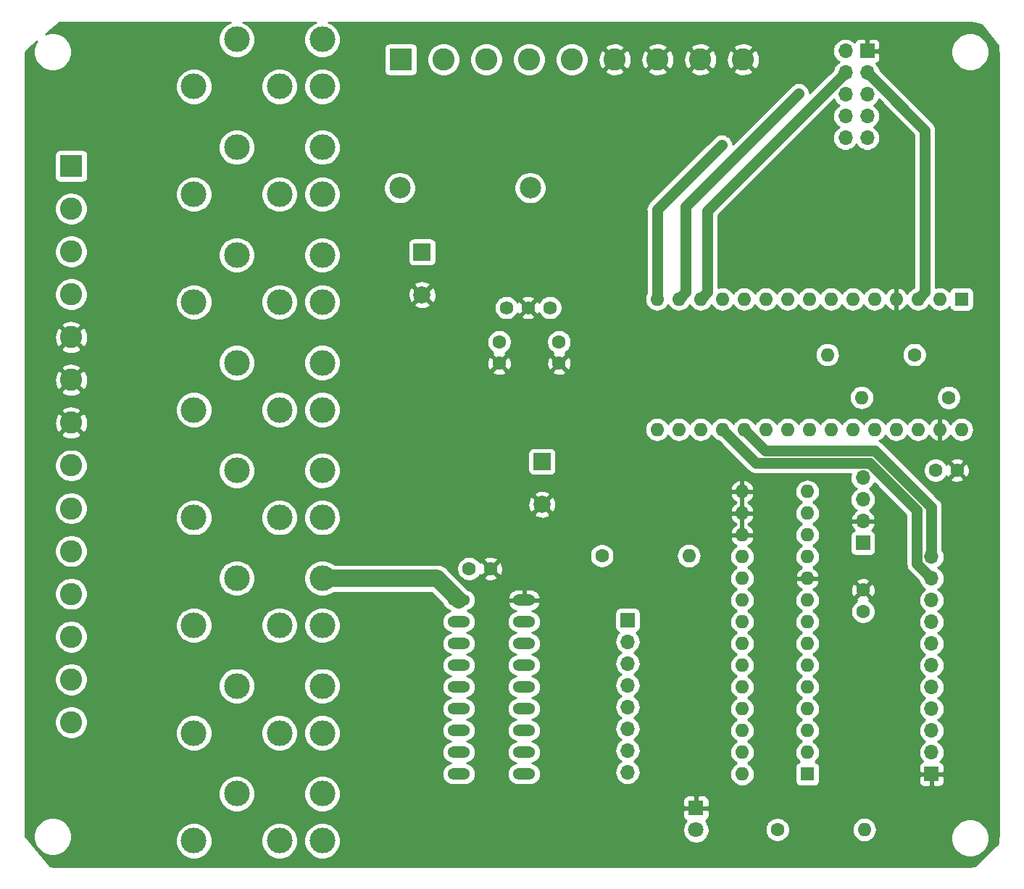
<source format=gbr>
G04 #@! TF.GenerationSoftware,KiCad,Pcbnew,(5.1.2)-2*
G04 #@! TF.CreationDate,2020-02-16T13:42:16-06:00*
G04 #@! TF.ProjectId,RC4,5243342e-6b69-4636-9164-5f7063625858,rev?*
G04 #@! TF.SameCoordinates,Original*
G04 #@! TF.FileFunction,Copper,L2,Bot*
G04 #@! TF.FilePolarity,Positive*
%FSLAX46Y46*%
G04 Gerber Fmt 4.6, Leading zero omitted, Abs format (unit mm)*
G04 Created by KiCad (PCBNEW (5.1.2)-2) date 2020-02-16 13:42:16*
%MOMM*%
%LPD*%
G04 APERTURE LIST*
%ADD10O,1.700000X1.700000*%
%ADD11R,1.700000X1.700000*%
%ADD12C,2.600000*%
%ADD13R,2.600000X2.600000*%
%ADD14C,1.600000*%
%ADD15O,1.600000X1.600000*%
%ADD16R,1.600000X1.600000*%
%ADD17C,1.590000*%
%ADD18C,2.500000*%
%ADD19C,3.000000*%
%ADD20O,2.641600X1.320800*%
%ADD21C,1.800000*%
%ADD22R,1.800000X1.800000*%
%ADD23C,2.000000*%
%ADD24R,2.000000X2.000000*%
%ADD25C,0.800000*%
%ADD26C,1.270000*%
%ADD27C,2.032000*%
%ADD28C,0.254000*%
G04 APERTURE END LIST*
D10*
X121000000Y-138280000D03*
X121000000Y-135740000D03*
X121000000Y-133200000D03*
X121000000Y-130660000D03*
X121000000Y-128120000D03*
X121000000Y-125580000D03*
X121000000Y-123040000D03*
D11*
X121000000Y-120500000D03*
D12*
X134500000Y-55000000D03*
X129500000Y-55000000D03*
X124500000Y-55000000D03*
X119500000Y-55000000D03*
X114500000Y-55000000D03*
X109500000Y-55000000D03*
X104500000Y-55000000D03*
X99500000Y-55000000D03*
D13*
X94500000Y-55000000D03*
D12*
X56000000Y-132449000D03*
X56000000Y-127449000D03*
X56000000Y-122449000D03*
X56000000Y-117449000D03*
X56000000Y-112449000D03*
X56000000Y-107449000D03*
X56000000Y-102449000D03*
X56000000Y-97449000D03*
X56000000Y-92449000D03*
X56000000Y-87449000D03*
X56000000Y-82449000D03*
X56000000Y-77449000D03*
X56000000Y-72449000D03*
D13*
X56000000Y-67449000D03*
D10*
X148500000Y-103880000D03*
X148500000Y-106420000D03*
X148500000Y-108960000D03*
D11*
X148500000Y-111500000D03*
D10*
X146460000Y-64160000D03*
X149000000Y-64160000D03*
X146460000Y-61620000D03*
X149000000Y-61620000D03*
X146460000Y-59080000D03*
X149000000Y-59080000D03*
X146460000Y-56540000D03*
X149000000Y-56540000D03*
X146460000Y-54000000D03*
D11*
X149000000Y-54000000D03*
D14*
X106000000Y-90500000D03*
X106000000Y-88000000D03*
X113000000Y-90500000D03*
X113000000Y-88000000D03*
D15*
X134380000Y-138500000D03*
X142000000Y-105480000D03*
X134380000Y-135960000D03*
X142000000Y-108020000D03*
X134380000Y-133420000D03*
X142000000Y-110560000D03*
X134380000Y-130880000D03*
X142000000Y-113100000D03*
X134380000Y-128340000D03*
X142000000Y-115640000D03*
X134380000Y-125800000D03*
X142000000Y-118180000D03*
X134380000Y-123260000D03*
X142000000Y-120720000D03*
X134380000Y-120720000D03*
X142000000Y-123260000D03*
X134380000Y-118180000D03*
X142000000Y-125800000D03*
X134380000Y-115640000D03*
X142000000Y-128340000D03*
X134380000Y-113100000D03*
X142000000Y-130880000D03*
X134380000Y-110560000D03*
X142000000Y-133420000D03*
X134380000Y-108020000D03*
X142000000Y-135960000D03*
X134380000Y-105480000D03*
D16*
X142000000Y-138500000D03*
D15*
X144340000Y-89500000D03*
D14*
X154500000Y-89500000D03*
D15*
X148340000Y-94500000D03*
D14*
X158500000Y-94500000D03*
D15*
X128160000Y-113000000D03*
D14*
X118000000Y-113000000D03*
D15*
X148660000Y-145000000D03*
D14*
X138500000Y-145000000D03*
X159500000Y-103000000D03*
X157000000Y-103000000D03*
D15*
X124440000Y-98240000D03*
X124440000Y-83000000D03*
X160000000Y-98240000D03*
X126980000Y-83000000D03*
X157460000Y-98240000D03*
X129520000Y-83000000D03*
X154920000Y-98240000D03*
X132060000Y-83000000D03*
X152380000Y-98240000D03*
X134600000Y-83000000D03*
X149840000Y-98240000D03*
X137140000Y-83000000D03*
X147300000Y-98240000D03*
X139680000Y-83000000D03*
X144760000Y-98240000D03*
X142220000Y-83000000D03*
X142220000Y-98240000D03*
X144760000Y-83000000D03*
X139680000Y-98240000D03*
X147300000Y-83000000D03*
X137140000Y-98240000D03*
X149840000Y-83000000D03*
X134600000Y-98240000D03*
X152380000Y-83000000D03*
X132060000Y-98240000D03*
X154920000Y-83000000D03*
X129520000Y-98240000D03*
X157460000Y-83000000D03*
X126980000Y-98240000D03*
D16*
X160000000Y-83000000D03*
D14*
X102500000Y-114500000D03*
X105000000Y-114500000D03*
D17*
X111916800Y-84000000D03*
X109376800Y-84000000D03*
X106836800Y-84000000D03*
D18*
X94380000Y-70000000D03*
X109620000Y-70000000D03*
D19*
X75328000Y-65257142D03*
X70328000Y-70757142D03*
X80328000Y-70757142D03*
X85328000Y-70757142D03*
X85328000Y-65257142D03*
X75328000Y-140804000D03*
X70328000Y-146304000D03*
X80328000Y-146304000D03*
X85328000Y-146304000D03*
X85328000Y-140804000D03*
X75328000Y-128212852D03*
X70328000Y-133712852D03*
X80328000Y-133712852D03*
X85328000Y-133712852D03*
X85328000Y-128212852D03*
X75328000Y-115621710D03*
X70328000Y-121121710D03*
X80328000Y-121121710D03*
X85328000Y-121121710D03*
X85328000Y-115621710D03*
X75328000Y-103030568D03*
X70328000Y-108530568D03*
X80328000Y-108530568D03*
X85328000Y-108530568D03*
X85328000Y-103030568D03*
X75328000Y-90439426D03*
X70328000Y-95939426D03*
X80328000Y-95939426D03*
X85328000Y-95939426D03*
X85328000Y-90439426D03*
X75328000Y-77848284D03*
X70328000Y-83348284D03*
X80328000Y-83348284D03*
X85328000Y-83348284D03*
X85328000Y-77848284D03*
X75328000Y-52666000D03*
X70328000Y-58166000D03*
X80328000Y-58166000D03*
X85328000Y-58166000D03*
X85328000Y-52666000D03*
D20*
X101282000Y-138490000D03*
X101282000Y-135950000D03*
X101282000Y-133410000D03*
X101282000Y-130870000D03*
X101282000Y-128330000D03*
X101282000Y-125790000D03*
X101282000Y-123250000D03*
X101282000Y-120710000D03*
X101282000Y-118170000D03*
X108902000Y-118170000D03*
X108902000Y-128330000D03*
X108902000Y-125790000D03*
X108902000Y-130870000D03*
X108902000Y-133410000D03*
X108902000Y-120710000D03*
X108902000Y-123250000D03*
X108902000Y-135950000D03*
X108902000Y-138490000D03*
D21*
X129000000Y-145040000D03*
D22*
X129000000Y-142500000D03*
D14*
X148500000Y-117000000D03*
X148500000Y-119500000D03*
D23*
X97000000Y-82500000D03*
D24*
X97000000Y-77500000D03*
D23*
X111000000Y-107000000D03*
D24*
X111000000Y-102000000D03*
D10*
X156500000Y-113100000D03*
X156500000Y-115640000D03*
X156500000Y-118180000D03*
X156500000Y-120720000D03*
X156500000Y-123260000D03*
X156500000Y-125800000D03*
X156500000Y-128340000D03*
X156500000Y-130880000D03*
X156500000Y-133420000D03*
X156500000Y-135960000D03*
D11*
X156500000Y-138500000D03*
D25*
X132000000Y-65000000D03*
X141000000Y-59000000D03*
D26*
X124440000Y-72560000D02*
X132000000Y-65000000D01*
X124440000Y-83000000D02*
X124440000Y-72560000D01*
X140600001Y-59399999D02*
X141000000Y-59000000D01*
X127779999Y-72220001D02*
X140600001Y-59399999D01*
X127779999Y-82200001D02*
X127779999Y-72220001D01*
X126980000Y-83000000D02*
X127779999Y-82200001D01*
X145610001Y-57389999D02*
X146460000Y-56540000D01*
X130319999Y-72680001D02*
X145610001Y-57389999D01*
X130319999Y-82200001D02*
X130319999Y-72680001D01*
X129520000Y-83000000D02*
X130319999Y-82200001D01*
X156500000Y-107307289D02*
X156500000Y-111897919D01*
X156500000Y-111897919D02*
X156500000Y-113100000D01*
X149917699Y-100724988D02*
X156500000Y-107307289D01*
X137084988Y-100724988D02*
X149917699Y-100724988D01*
X134600000Y-98240000D02*
X137084988Y-100724988D01*
X154814999Y-107701197D02*
X154814999Y-113954999D01*
X154814999Y-113954999D02*
X155650001Y-114790001D01*
X149308801Y-102194999D02*
X154814999Y-107701197D01*
X136014999Y-102194999D02*
X149308801Y-102194999D01*
X155650001Y-114790001D02*
X156500000Y-115640000D01*
X132060000Y-98240000D02*
X136014999Y-102194999D01*
X149849999Y-57389999D02*
X149000000Y-56540000D01*
X155719999Y-63259999D02*
X149849999Y-57389999D01*
X155719999Y-82200001D02*
X155719999Y-63259999D01*
X154920000Y-83000000D02*
X155719999Y-82200001D01*
D27*
X98733710Y-115621710D02*
X101282000Y-118170000D01*
X85328000Y-115621710D02*
X98733710Y-115621710D01*
D28*
G36*
X74316698Y-50773988D02*
G01*
X73967017Y-51007637D01*
X73669637Y-51305017D01*
X73435988Y-51654698D01*
X73275047Y-52043244D01*
X73193000Y-52455721D01*
X73193000Y-52876279D01*
X73275047Y-53288756D01*
X73435988Y-53677302D01*
X73669637Y-54026983D01*
X73967017Y-54324363D01*
X74316698Y-54558012D01*
X74705244Y-54718953D01*
X75117721Y-54801000D01*
X75538279Y-54801000D01*
X75950756Y-54718953D01*
X76339302Y-54558012D01*
X76688983Y-54324363D01*
X76986363Y-54026983D01*
X77220012Y-53677302D01*
X77380953Y-53288756D01*
X77463000Y-52876279D01*
X77463000Y-52455721D01*
X77380953Y-52043244D01*
X77220012Y-51654698D01*
X76986363Y-51305017D01*
X76688983Y-51007637D01*
X76339302Y-50773988D01*
X76064111Y-50660000D01*
X84591889Y-50660000D01*
X84316698Y-50773988D01*
X83967017Y-51007637D01*
X83669637Y-51305017D01*
X83435988Y-51654698D01*
X83275047Y-52043244D01*
X83193000Y-52455721D01*
X83193000Y-52876279D01*
X83275047Y-53288756D01*
X83435988Y-53677302D01*
X83669637Y-54026983D01*
X83967017Y-54324363D01*
X84316698Y-54558012D01*
X84705244Y-54718953D01*
X85117721Y-54801000D01*
X85538279Y-54801000D01*
X85950756Y-54718953D01*
X86339302Y-54558012D01*
X86688983Y-54324363D01*
X86986363Y-54026983D01*
X87204845Y-53700000D01*
X92561928Y-53700000D01*
X92561928Y-56300000D01*
X92574188Y-56424482D01*
X92610498Y-56544180D01*
X92669463Y-56654494D01*
X92748815Y-56751185D01*
X92845506Y-56830537D01*
X92955820Y-56889502D01*
X93075518Y-56925812D01*
X93200000Y-56938072D01*
X95800000Y-56938072D01*
X95924482Y-56925812D01*
X96044180Y-56889502D01*
X96154494Y-56830537D01*
X96251185Y-56751185D01*
X96330537Y-56654494D01*
X96389502Y-56544180D01*
X96425812Y-56424482D01*
X96438072Y-56300000D01*
X96438072Y-54809419D01*
X97565000Y-54809419D01*
X97565000Y-55190581D01*
X97639361Y-55564419D01*
X97785225Y-55916566D01*
X97996987Y-56233491D01*
X98266509Y-56503013D01*
X98583434Y-56714775D01*
X98935581Y-56860639D01*
X99309419Y-56935000D01*
X99690581Y-56935000D01*
X100064419Y-56860639D01*
X100416566Y-56714775D01*
X100733491Y-56503013D01*
X101003013Y-56233491D01*
X101214775Y-55916566D01*
X101360639Y-55564419D01*
X101435000Y-55190581D01*
X101435000Y-54809419D01*
X102565000Y-54809419D01*
X102565000Y-55190581D01*
X102639361Y-55564419D01*
X102785225Y-55916566D01*
X102996987Y-56233491D01*
X103266509Y-56503013D01*
X103583434Y-56714775D01*
X103935581Y-56860639D01*
X104309419Y-56935000D01*
X104690581Y-56935000D01*
X105064419Y-56860639D01*
X105416566Y-56714775D01*
X105733491Y-56503013D01*
X106003013Y-56233491D01*
X106214775Y-55916566D01*
X106360639Y-55564419D01*
X106435000Y-55190581D01*
X106435000Y-54809419D01*
X107565000Y-54809419D01*
X107565000Y-55190581D01*
X107639361Y-55564419D01*
X107785225Y-55916566D01*
X107996987Y-56233491D01*
X108266509Y-56503013D01*
X108583434Y-56714775D01*
X108935581Y-56860639D01*
X109309419Y-56935000D01*
X109690581Y-56935000D01*
X110064419Y-56860639D01*
X110416566Y-56714775D01*
X110733491Y-56503013D01*
X111003013Y-56233491D01*
X111214775Y-55916566D01*
X111360639Y-55564419D01*
X111435000Y-55190581D01*
X111435000Y-54809419D01*
X112565000Y-54809419D01*
X112565000Y-55190581D01*
X112639361Y-55564419D01*
X112785225Y-55916566D01*
X112996987Y-56233491D01*
X113266509Y-56503013D01*
X113583434Y-56714775D01*
X113935581Y-56860639D01*
X114309419Y-56935000D01*
X114690581Y-56935000D01*
X115064419Y-56860639D01*
X115416566Y-56714775D01*
X115733491Y-56503013D01*
X115887280Y-56349224D01*
X118330381Y-56349224D01*
X118462317Y-56644312D01*
X118803045Y-56815159D01*
X119170557Y-56916250D01*
X119550729Y-56943701D01*
X119928951Y-56896457D01*
X120290690Y-56776333D01*
X120537683Y-56644312D01*
X120669619Y-56349224D01*
X123330381Y-56349224D01*
X123462317Y-56644312D01*
X123803045Y-56815159D01*
X124170557Y-56916250D01*
X124550729Y-56943701D01*
X124928951Y-56896457D01*
X125290690Y-56776333D01*
X125537683Y-56644312D01*
X125669619Y-56349224D01*
X128330381Y-56349224D01*
X128462317Y-56644312D01*
X128803045Y-56815159D01*
X129170557Y-56916250D01*
X129550729Y-56943701D01*
X129928951Y-56896457D01*
X130290690Y-56776333D01*
X130537683Y-56644312D01*
X130669619Y-56349224D01*
X133330381Y-56349224D01*
X133462317Y-56644312D01*
X133803045Y-56815159D01*
X134170557Y-56916250D01*
X134550729Y-56943701D01*
X134928951Y-56896457D01*
X135290690Y-56776333D01*
X135537683Y-56644312D01*
X135669619Y-56349224D01*
X134500000Y-55179605D01*
X133330381Y-56349224D01*
X130669619Y-56349224D01*
X129500000Y-55179605D01*
X128330381Y-56349224D01*
X125669619Y-56349224D01*
X124500000Y-55179605D01*
X123330381Y-56349224D01*
X120669619Y-56349224D01*
X119500000Y-55179605D01*
X118330381Y-56349224D01*
X115887280Y-56349224D01*
X116003013Y-56233491D01*
X116214775Y-55916566D01*
X116360639Y-55564419D01*
X116435000Y-55190581D01*
X116435000Y-55050729D01*
X117556299Y-55050729D01*
X117603543Y-55428951D01*
X117723667Y-55790690D01*
X117855688Y-56037683D01*
X118150776Y-56169619D01*
X119320395Y-55000000D01*
X119679605Y-55000000D01*
X120849224Y-56169619D01*
X121144312Y-56037683D01*
X121315159Y-55696955D01*
X121416250Y-55329443D01*
X121436375Y-55050729D01*
X122556299Y-55050729D01*
X122603543Y-55428951D01*
X122723667Y-55790690D01*
X122855688Y-56037683D01*
X123150776Y-56169619D01*
X124320395Y-55000000D01*
X124679605Y-55000000D01*
X125849224Y-56169619D01*
X126144312Y-56037683D01*
X126315159Y-55696955D01*
X126416250Y-55329443D01*
X126436375Y-55050729D01*
X127556299Y-55050729D01*
X127603543Y-55428951D01*
X127723667Y-55790690D01*
X127855688Y-56037683D01*
X128150776Y-56169619D01*
X129320395Y-55000000D01*
X129679605Y-55000000D01*
X130849224Y-56169619D01*
X131144312Y-56037683D01*
X131315159Y-55696955D01*
X131416250Y-55329443D01*
X131436375Y-55050729D01*
X132556299Y-55050729D01*
X132603543Y-55428951D01*
X132723667Y-55790690D01*
X132855688Y-56037683D01*
X133150776Y-56169619D01*
X134320395Y-55000000D01*
X134679605Y-55000000D01*
X135849224Y-56169619D01*
X136144312Y-56037683D01*
X136315159Y-55696955D01*
X136416250Y-55329443D01*
X136443701Y-54949271D01*
X136396457Y-54571049D01*
X136276333Y-54209310D01*
X136144312Y-53962317D01*
X135849224Y-53830381D01*
X134679605Y-55000000D01*
X134320395Y-55000000D01*
X133150776Y-53830381D01*
X132855688Y-53962317D01*
X132684841Y-54303045D01*
X132583750Y-54670557D01*
X132556299Y-55050729D01*
X131436375Y-55050729D01*
X131443701Y-54949271D01*
X131396457Y-54571049D01*
X131276333Y-54209310D01*
X131144312Y-53962317D01*
X130849224Y-53830381D01*
X129679605Y-55000000D01*
X129320395Y-55000000D01*
X128150776Y-53830381D01*
X127855688Y-53962317D01*
X127684841Y-54303045D01*
X127583750Y-54670557D01*
X127556299Y-55050729D01*
X126436375Y-55050729D01*
X126443701Y-54949271D01*
X126396457Y-54571049D01*
X126276333Y-54209310D01*
X126144312Y-53962317D01*
X125849224Y-53830381D01*
X124679605Y-55000000D01*
X124320395Y-55000000D01*
X123150776Y-53830381D01*
X122855688Y-53962317D01*
X122684841Y-54303045D01*
X122583750Y-54670557D01*
X122556299Y-55050729D01*
X121436375Y-55050729D01*
X121443701Y-54949271D01*
X121396457Y-54571049D01*
X121276333Y-54209310D01*
X121144312Y-53962317D01*
X120849224Y-53830381D01*
X119679605Y-55000000D01*
X119320395Y-55000000D01*
X118150776Y-53830381D01*
X117855688Y-53962317D01*
X117684841Y-54303045D01*
X117583750Y-54670557D01*
X117556299Y-55050729D01*
X116435000Y-55050729D01*
X116435000Y-54809419D01*
X116360639Y-54435581D01*
X116214775Y-54083434D01*
X116003013Y-53766509D01*
X115887280Y-53650776D01*
X118330381Y-53650776D01*
X119500000Y-54820395D01*
X120669619Y-53650776D01*
X123330381Y-53650776D01*
X124500000Y-54820395D01*
X125669619Y-53650776D01*
X128330381Y-53650776D01*
X129500000Y-54820395D01*
X130669619Y-53650776D01*
X133330381Y-53650776D01*
X134500000Y-54820395D01*
X135669619Y-53650776D01*
X135537683Y-53355688D01*
X135196955Y-53184841D01*
X134829443Y-53083750D01*
X134449271Y-53056299D01*
X134071049Y-53103543D01*
X133709310Y-53223667D01*
X133462317Y-53355688D01*
X133330381Y-53650776D01*
X130669619Y-53650776D01*
X130537683Y-53355688D01*
X130196955Y-53184841D01*
X129829443Y-53083750D01*
X129449271Y-53056299D01*
X129071049Y-53103543D01*
X128709310Y-53223667D01*
X128462317Y-53355688D01*
X128330381Y-53650776D01*
X125669619Y-53650776D01*
X125537683Y-53355688D01*
X125196955Y-53184841D01*
X124829443Y-53083750D01*
X124449271Y-53056299D01*
X124071049Y-53103543D01*
X123709310Y-53223667D01*
X123462317Y-53355688D01*
X123330381Y-53650776D01*
X120669619Y-53650776D01*
X120537683Y-53355688D01*
X120196955Y-53184841D01*
X119829443Y-53083750D01*
X119449271Y-53056299D01*
X119071049Y-53103543D01*
X118709310Y-53223667D01*
X118462317Y-53355688D01*
X118330381Y-53650776D01*
X115887280Y-53650776D01*
X115733491Y-53496987D01*
X115416566Y-53285225D01*
X115064419Y-53139361D01*
X114690581Y-53065000D01*
X114309419Y-53065000D01*
X113935581Y-53139361D01*
X113583434Y-53285225D01*
X113266509Y-53496987D01*
X112996987Y-53766509D01*
X112785225Y-54083434D01*
X112639361Y-54435581D01*
X112565000Y-54809419D01*
X111435000Y-54809419D01*
X111360639Y-54435581D01*
X111214775Y-54083434D01*
X111003013Y-53766509D01*
X110733491Y-53496987D01*
X110416566Y-53285225D01*
X110064419Y-53139361D01*
X109690581Y-53065000D01*
X109309419Y-53065000D01*
X108935581Y-53139361D01*
X108583434Y-53285225D01*
X108266509Y-53496987D01*
X107996987Y-53766509D01*
X107785225Y-54083434D01*
X107639361Y-54435581D01*
X107565000Y-54809419D01*
X106435000Y-54809419D01*
X106360639Y-54435581D01*
X106214775Y-54083434D01*
X106003013Y-53766509D01*
X105733491Y-53496987D01*
X105416566Y-53285225D01*
X105064419Y-53139361D01*
X104690581Y-53065000D01*
X104309419Y-53065000D01*
X103935581Y-53139361D01*
X103583434Y-53285225D01*
X103266509Y-53496987D01*
X102996987Y-53766509D01*
X102785225Y-54083434D01*
X102639361Y-54435581D01*
X102565000Y-54809419D01*
X101435000Y-54809419D01*
X101360639Y-54435581D01*
X101214775Y-54083434D01*
X101003013Y-53766509D01*
X100733491Y-53496987D01*
X100416566Y-53285225D01*
X100064419Y-53139361D01*
X99690581Y-53065000D01*
X99309419Y-53065000D01*
X98935581Y-53139361D01*
X98583434Y-53285225D01*
X98266509Y-53496987D01*
X97996987Y-53766509D01*
X97785225Y-54083434D01*
X97639361Y-54435581D01*
X97565000Y-54809419D01*
X96438072Y-54809419D01*
X96438072Y-53700000D01*
X96425812Y-53575518D01*
X96389502Y-53455820D01*
X96330537Y-53345506D01*
X96251185Y-53248815D01*
X96154494Y-53169463D01*
X96044180Y-53110498D01*
X95924482Y-53074188D01*
X95800000Y-53061928D01*
X93200000Y-53061928D01*
X93075518Y-53074188D01*
X92955820Y-53110498D01*
X92845506Y-53169463D01*
X92748815Y-53248815D01*
X92669463Y-53345506D01*
X92610498Y-53455820D01*
X92574188Y-53575518D01*
X92561928Y-53700000D01*
X87204845Y-53700000D01*
X87220012Y-53677302D01*
X87380953Y-53288756D01*
X87463000Y-52876279D01*
X87463000Y-52455721D01*
X87380953Y-52043244D01*
X87220012Y-51654698D01*
X86986363Y-51305017D01*
X86688983Y-51007637D01*
X86339302Y-50773988D01*
X86064111Y-50660000D01*
X160784095Y-50660000D01*
X160789853Y-50662468D01*
X160922529Y-50690668D01*
X160932180Y-50691683D01*
X161641297Y-50761212D01*
X162258165Y-50947456D01*
X162414613Y-51030640D01*
X164237811Y-53370168D01*
X164308710Y-54044723D01*
X164309879Y-54050420D01*
X164318709Y-54137360D01*
X164340000Y-54207002D01*
X164340001Y-145784092D01*
X164337532Y-145789853D01*
X164309332Y-145922529D01*
X164308317Y-145932180D01*
X164245277Y-146575117D01*
X161577034Y-149243360D01*
X160955277Y-149308710D01*
X160949580Y-149309879D01*
X160862640Y-149318709D01*
X160792998Y-149340000D01*
X54215905Y-149340000D01*
X54210147Y-149337532D01*
X54077471Y-149309332D01*
X54067820Y-149308317D01*
X53513429Y-149253959D01*
X50660000Y-145789079D01*
X50660000Y-145575872D01*
X51613000Y-145575872D01*
X51613000Y-146016128D01*
X51698890Y-146447925D01*
X51867369Y-146854669D01*
X52111962Y-147220729D01*
X52423271Y-147532038D01*
X52789331Y-147776631D01*
X53196075Y-147945110D01*
X53627872Y-148031000D01*
X54068128Y-148031000D01*
X54499925Y-147945110D01*
X54906669Y-147776631D01*
X55272729Y-147532038D01*
X55584038Y-147220729D01*
X55828631Y-146854669D01*
X55997110Y-146447925D01*
X56067565Y-146093721D01*
X68193000Y-146093721D01*
X68193000Y-146514279D01*
X68275047Y-146926756D01*
X68435988Y-147315302D01*
X68669637Y-147664983D01*
X68967017Y-147962363D01*
X69316698Y-148196012D01*
X69705244Y-148356953D01*
X70117721Y-148439000D01*
X70538279Y-148439000D01*
X70950756Y-148356953D01*
X71339302Y-148196012D01*
X71688983Y-147962363D01*
X71986363Y-147664983D01*
X72220012Y-147315302D01*
X72380953Y-146926756D01*
X72463000Y-146514279D01*
X72463000Y-146093721D01*
X78193000Y-146093721D01*
X78193000Y-146514279D01*
X78275047Y-146926756D01*
X78435988Y-147315302D01*
X78669637Y-147664983D01*
X78967017Y-147962363D01*
X79316698Y-148196012D01*
X79705244Y-148356953D01*
X80117721Y-148439000D01*
X80538279Y-148439000D01*
X80950756Y-148356953D01*
X81339302Y-148196012D01*
X81688983Y-147962363D01*
X81986363Y-147664983D01*
X82220012Y-147315302D01*
X82380953Y-146926756D01*
X82463000Y-146514279D01*
X82463000Y-146093721D01*
X83193000Y-146093721D01*
X83193000Y-146514279D01*
X83275047Y-146926756D01*
X83435988Y-147315302D01*
X83669637Y-147664983D01*
X83967017Y-147962363D01*
X84316698Y-148196012D01*
X84705244Y-148356953D01*
X85117721Y-148439000D01*
X85538279Y-148439000D01*
X85950756Y-148356953D01*
X86339302Y-148196012D01*
X86688983Y-147962363D01*
X86986363Y-147664983D01*
X87220012Y-147315302D01*
X87380953Y-146926756D01*
X87463000Y-146514279D01*
X87463000Y-146093721D01*
X87380953Y-145681244D01*
X87220012Y-145292698D01*
X86986363Y-144943017D01*
X86688983Y-144645637D01*
X86339302Y-144411988D01*
X85950756Y-144251047D01*
X85538279Y-144169000D01*
X85117721Y-144169000D01*
X84705244Y-144251047D01*
X84316698Y-144411988D01*
X83967017Y-144645637D01*
X83669637Y-144943017D01*
X83435988Y-145292698D01*
X83275047Y-145681244D01*
X83193000Y-146093721D01*
X82463000Y-146093721D01*
X82380953Y-145681244D01*
X82220012Y-145292698D01*
X81986363Y-144943017D01*
X81688983Y-144645637D01*
X81339302Y-144411988D01*
X80950756Y-144251047D01*
X80538279Y-144169000D01*
X80117721Y-144169000D01*
X79705244Y-144251047D01*
X79316698Y-144411988D01*
X78967017Y-144645637D01*
X78669637Y-144943017D01*
X78435988Y-145292698D01*
X78275047Y-145681244D01*
X78193000Y-146093721D01*
X72463000Y-146093721D01*
X72380953Y-145681244D01*
X72220012Y-145292698D01*
X71986363Y-144943017D01*
X71688983Y-144645637D01*
X71339302Y-144411988D01*
X70950756Y-144251047D01*
X70538279Y-144169000D01*
X70117721Y-144169000D01*
X69705244Y-144251047D01*
X69316698Y-144411988D01*
X68967017Y-144645637D01*
X68669637Y-144943017D01*
X68435988Y-145292698D01*
X68275047Y-145681244D01*
X68193000Y-146093721D01*
X56067565Y-146093721D01*
X56083000Y-146016128D01*
X56083000Y-145575872D01*
X55997110Y-145144075D01*
X55828631Y-144737331D01*
X55584038Y-144371271D01*
X55272729Y-144059962D01*
X54906669Y-143815369D01*
X54499925Y-143646890D01*
X54068128Y-143561000D01*
X53627872Y-143561000D01*
X53196075Y-143646890D01*
X52789331Y-143815369D01*
X52423271Y-144059962D01*
X52111962Y-144371271D01*
X51867369Y-144737331D01*
X51698890Y-145144075D01*
X51613000Y-145575872D01*
X50660000Y-145575872D01*
X50660000Y-143400000D01*
X127461928Y-143400000D01*
X127474188Y-143524482D01*
X127510498Y-143644180D01*
X127569463Y-143754494D01*
X127648815Y-143851185D01*
X127745506Y-143930537D01*
X127855820Y-143989502D01*
X127874127Y-143995056D01*
X127807688Y-144061495D01*
X127639701Y-144312905D01*
X127523989Y-144592257D01*
X127465000Y-144888816D01*
X127465000Y-145191184D01*
X127523989Y-145487743D01*
X127639701Y-145767095D01*
X127807688Y-146018505D01*
X128021495Y-146232312D01*
X128272905Y-146400299D01*
X128552257Y-146516011D01*
X128848816Y-146575000D01*
X129151184Y-146575000D01*
X129447743Y-146516011D01*
X129727095Y-146400299D01*
X129978505Y-146232312D01*
X130192312Y-146018505D01*
X130360299Y-145767095D01*
X130476011Y-145487743D01*
X130535000Y-145191184D01*
X130535000Y-144888816D01*
X130529003Y-144858665D01*
X137065000Y-144858665D01*
X137065000Y-145141335D01*
X137120147Y-145418574D01*
X137228320Y-145679727D01*
X137385363Y-145914759D01*
X137585241Y-146114637D01*
X137820273Y-146271680D01*
X138081426Y-146379853D01*
X138358665Y-146435000D01*
X138641335Y-146435000D01*
X138918574Y-146379853D01*
X139179727Y-146271680D01*
X139414759Y-146114637D01*
X139614637Y-145914759D01*
X139771680Y-145679727D01*
X139879853Y-145418574D01*
X139935000Y-145141335D01*
X139935000Y-145000000D01*
X147218057Y-145000000D01*
X147245764Y-145281309D01*
X147327818Y-145551808D01*
X147461068Y-145801101D01*
X147640392Y-146019608D01*
X147858899Y-146198932D01*
X148108192Y-146332182D01*
X148378691Y-146414236D01*
X148589508Y-146435000D01*
X148730492Y-146435000D01*
X148941309Y-146414236D01*
X149211808Y-146332182D01*
X149461101Y-146198932D01*
X149679608Y-146019608D01*
X149858932Y-145801101D01*
X149870279Y-145779872D01*
X158765000Y-145779872D01*
X158765000Y-146220128D01*
X158850890Y-146651925D01*
X159019369Y-147058669D01*
X159263962Y-147424729D01*
X159575271Y-147736038D01*
X159941331Y-147980631D01*
X160348075Y-148149110D01*
X160779872Y-148235000D01*
X161220128Y-148235000D01*
X161651925Y-148149110D01*
X162058669Y-147980631D01*
X162424729Y-147736038D01*
X162736038Y-147424729D01*
X162980631Y-147058669D01*
X163149110Y-146651925D01*
X163235000Y-146220128D01*
X163235000Y-145779872D01*
X163149110Y-145348075D01*
X162980631Y-144941331D01*
X162736038Y-144575271D01*
X162424729Y-144263962D01*
X162058669Y-144019369D01*
X161651925Y-143850890D01*
X161220128Y-143765000D01*
X160779872Y-143765000D01*
X160348075Y-143850890D01*
X159941331Y-144019369D01*
X159575271Y-144263962D01*
X159263962Y-144575271D01*
X159019369Y-144941331D01*
X158850890Y-145348075D01*
X158765000Y-145779872D01*
X149870279Y-145779872D01*
X149992182Y-145551808D01*
X150074236Y-145281309D01*
X150101943Y-145000000D01*
X150074236Y-144718691D01*
X149992182Y-144448192D01*
X149858932Y-144198899D01*
X149679608Y-143980392D01*
X149461101Y-143801068D01*
X149211808Y-143667818D01*
X148941309Y-143585764D01*
X148730492Y-143565000D01*
X148589508Y-143565000D01*
X148378691Y-143585764D01*
X148108192Y-143667818D01*
X147858899Y-143801068D01*
X147640392Y-143980392D01*
X147461068Y-144198899D01*
X147327818Y-144448192D01*
X147245764Y-144718691D01*
X147218057Y-145000000D01*
X139935000Y-145000000D01*
X139935000Y-144858665D01*
X139879853Y-144581426D01*
X139771680Y-144320273D01*
X139614637Y-144085241D01*
X139414759Y-143885363D01*
X139179727Y-143728320D01*
X138918574Y-143620147D01*
X138641335Y-143565000D01*
X138358665Y-143565000D01*
X138081426Y-143620147D01*
X137820273Y-143728320D01*
X137585241Y-143885363D01*
X137385363Y-144085241D01*
X137228320Y-144320273D01*
X137120147Y-144581426D01*
X137065000Y-144858665D01*
X130529003Y-144858665D01*
X130476011Y-144592257D01*
X130360299Y-144312905D01*
X130192312Y-144061495D01*
X130125873Y-143995056D01*
X130144180Y-143989502D01*
X130254494Y-143930537D01*
X130351185Y-143851185D01*
X130430537Y-143754494D01*
X130489502Y-143644180D01*
X130525812Y-143524482D01*
X130538072Y-143400000D01*
X130535000Y-142785750D01*
X130376250Y-142627000D01*
X129127000Y-142627000D01*
X129127000Y-142647000D01*
X128873000Y-142647000D01*
X128873000Y-142627000D01*
X127623750Y-142627000D01*
X127465000Y-142785750D01*
X127461928Y-143400000D01*
X50660000Y-143400000D01*
X50660000Y-140593721D01*
X73193000Y-140593721D01*
X73193000Y-141014279D01*
X73275047Y-141426756D01*
X73435988Y-141815302D01*
X73669637Y-142164983D01*
X73967017Y-142462363D01*
X74316698Y-142696012D01*
X74705244Y-142856953D01*
X75117721Y-142939000D01*
X75538279Y-142939000D01*
X75950756Y-142856953D01*
X76339302Y-142696012D01*
X76688983Y-142462363D01*
X76986363Y-142164983D01*
X77220012Y-141815302D01*
X77380953Y-141426756D01*
X77463000Y-141014279D01*
X77463000Y-140593721D01*
X83193000Y-140593721D01*
X83193000Y-141014279D01*
X83275047Y-141426756D01*
X83435988Y-141815302D01*
X83669637Y-142164983D01*
X83967017Y-142462363D01*
X84316698Y-142696012D01*
X84705244Y-142856953D01*
X85117721Y-142939000D01*
X85538279Y-142939000D01*
X85950756Y-142856953D01*
X86339302Y-142696012D01*
X86688983Y-142462363D01*
X86986363Y-142164983D01*
X87220012Y-141815302D01*
X87309192Y-141600000D01*
X127461928Y-141600000D01*
X127465000Y-142214250D01*
X127623750Y-142373000D01*
X128873000Y-142373000D01*
X128873000Y-141123750D01*
X129127000Y-141123750D01*
X129127000Y-142373000D01*
X130376250Y-142373000D01*
X130535000Y-142214250D01*
X130538072Y-141600000D01*
X130525812Y-141475518D01*
X130489502Y-141355820D01*
X130430537Y-141245506D01*
X130351185Y-141148815D01*
X130254494Y-141069463D01*
X130144180Y-141010498D01*
X130024482Y-140974188D01*
X129900000Y-140961928D01*
X129285750Y-140965000D01*
X129127000Y-141123750D01*
X128873000Y-141123750D01*
X128714250Y-140965000D01*
X128100000Y-140961928D01*
X127975518Y-140974188D01*
X127855820Y-141010498D01*
X127745506Y-141069463D01*
X127648815Y-141148815D01*
X127569463Y-141245506D01*
X127510498Y-141355820D01*
X127474188Y-141475518D01*
X127461928Y-141600000D01*
X87309192Y-141600000D01*
X87380953Y-141426756D01*
X87463000Y-141014279D01*
X87463000Y-140593721D01*
X87380953Y-140181244D01*
X87220012Y-139792698D01*
X86986363Y-139443017D01*
X86688983Y-139145637D01*
X86339302Y-138911988D01*
X85950756Y-138751047D01*
X85538279Y-138669000D01*
X85117721Y-138669000D01*
X84705244Y-138751047D01*
X84316698Y-138911988D01*
X83967017Y-139145637D01*
X83669637Y-139443017D01*
X83435988Y-139792698D01*
X83275047Y-140181244D01*
X83193000Y-140593721D01*
X77463000Y-140593721D01*
X77380953Y-140181244D01*
X77220012Y-139792698D01*
X76986363Y-139443017D01*
X76688983Y-139145637D01*
X76339302Y-138911988D01*
X75950756Y-138751047D01*
X75538279Y-138669000D01*
X75117721Y-138669000D01*
X74705244Y-138751047D01*
X74316698Y-138911988D01*
X73967017Y-139145637D01*
X73669637Y-139443017D01*
X73435988Y-139792698D01*
X73275047Y-140181244D01*
X73193000Y-140593721D01*
X50660000Y-140593721D01*
X50660000Y-132258419D01*
X54065000Y-132258419D01*
X54065000Y-132639581D01*
X54139361Y-133013419D01*
X54285225Y-133365566D01*
X54496987Y-133682491D01*
X54766509Y-133952013D01*
X55083434Y-134163775D01*
X55435581Y-134309639D01*
X55809419Y-134384000D01*
X56190581Y-134384000D01*
X56564419Y-134309639D01*
X56916566Y-134163775D01*
X57233491Y-133952013D01*
X57503013Y-133682491D01*
X57623230Y-133502573D01*
X68193000Y-133502573D01*
X68193000Y-133923131D01*
X68275047Y-134335608D01*
X68435988Y-134724154D01*
X68669637Y-135073835D01*
X68967017Y-135371215D01*
X69316698Y-135604864D01*
X69705244Y-135765805D01*
X70117721Y-135847852D01*
X70538279Y-135847852D01*
X70950756Y-135765805D01*
X71339302Y-135604864D01*
X71688983Y-135371215D01*
X71986363Y-135073835D01*
X72220012Y-134724154D01*
X72380953Y-134335608D01*
X72463000Y-133923131D01*
X72463000Y-133502573D01*
X78193000Y-133502573D01*
X78193000Y-133923131D01*
X78275047Y-134335608D01*
X78435988Y-134724154D01*
X78669637Y-135073835D01*
X78967017Y-135371215D01*
X79316698Y-135604864D01*
X79705244Y-135765805D01*
X80117721Y-135847852D01*
X80538279Y-135847852D01*
X80950756Y-135765805D01*
X81339302Y-135604864D01*
X81688983Y-135371215D01*
X81986363Y-135073835D01*
X82220012Y-134724154D01*
X82380953Y-134335608D01*
X82463000Y-133923131D01*
X82463000Y-133502573D01*
X83193000Y-133502573D01*
X83193000Y-133923131D01*
X83275047Y-134335608D01*
X83435988Y-134724154D01*
X83669637Y-135073835D01*
X83967017Y-135371215D01*
X84316698Y-135604864D01*
X84705244Y-135765805D01*
X85117721Y-135847852D01*
X85538279Y-135847852D01*
X85950756Y-135765805D01*
X86339302Y-135604864D01*
X86688983Y-135371215D01*
X86986363Y-135073835D01*
X87220012Y-134724154D01*
X87380953Y-134335608D01*
X87463000Y-133923131D01*
X87463000Y-133502573D01*
X87380953Y-133090096D01*
X87220012Y-132701550D01*
X86986363Y-132351869D01*
X86688983Y-132054489D01*
X86339302Y-131820840D01*
X85950756Y-131659899D01*
X85538279Y-131577852D01*
X85117721Y-131577852D01*
X84705244Y-131659899D01*
X84316698Y-131820840D01*
X83967017Y-132054489D01*
X83669637Y-132351869D01*
X83435988Y-132701550D01*
X83275047Y-133090096D01*
X83193000Y-133502573D01*
X82463000Y-133502573D01*
X82380953Y-133090096D01*
X82220012Y-132701550D01*
X81986363Y-132351869D01*
X81688983Y-132054489D01*
X81339302Y-131820840D01*
X80950756Y-131659899D01*
X80538279Y-131577852D01*
X80117721Y-131577852D01*
X79705244Y-131659899D01*
X79316698Y-131820840D01*
X78967017Y-132054489D01*
X78669637Y-132351869D01*
X78435988Y-132701550D01*
X78275047Y-133090096D01*
X78193000Y-133502573D01*
X72463000Y-133502573D01*
X72380953Y-133090096D01*
X72220012Y-132701550D01*
X71986363Y-132351869D01*
X71688983Y-132054489D01*
X71339302Y-131820840D01*
X70950756Y-131659899D01*
X70538279Y-131577852D01*
X70117721Y-131577852D01*
X69705244Y-131659899D01*
X69316698Y-131820840D01*
X68967017Y-132054489D01*
X68669637Y-132351869D01*
X68435988Y-132701550D01*
X68275047Y-133090096D01*
X68193000Y-133502573D01*
X57623230Y-133502573D01*
X57714775Y-133365566D01*
X57860639Y-133013419D01*
X57935000Y-132639581D01*
X57935000Y-132258419D01*
X57860639Y-131884581D01*
X57714775Y-131532434D01*
X57503013Y-131215509D01*
X57233491Y-130945987D01*
X56916566Y-130734225D01*
X56564419Y-130588361D01*
X56190581Y-130514000D01*
X55809419Y-130514000D01*
X55435581Y-130588361D01*
X55083434Y-130734225D01*
X54766509Y-130945987D01*
X54496987Y-131215509D01*
X54285225Y-131532434D01*
X54139361Y-131884581D01*
X54065000Y-132258419D01*
X50660000Y-132258419D01*
X50660000Y-127258419D01*
X54065000Y-127258419D01*
X54065000Y-127639581D01*
X54139361Y-128013419D01*
X54285225Y-128365566D01*
X54496987Y-128682491D01*
X54766509Y-128952013D01*
X55083434Y-129163775D01*
X55435581Y-129309639D01*
X55809419Y-129384000D01*
X56190581Y-129384000D01*
X56564419Y-129309639D01*
X56916566Y-129163775D01*
X57233491Y-128952013D01*
X57503013Y-128682491D01*
X57714775Y-128365566D01*
X57860639Y-128013419D01*
X57862796Y-128002573D01*
X73193000Y-128002573D01*
X73193000Y-128423131D01*
X73275047Y-128835608D01*
X73435988Y-129224154D01*
X73669637Y-129573835D01*
X73967017Y-129871215D01*
X74316698Y-130104864D01*
X74705244Y-130265805D01*
X75117721Y-130347852D01*
X75538279Y-130347852D01*
X75950756Y-130265805D01*
X76339302Y-130104864D01*
X76688983Y-129871215D01*
X76986363Y-129573835D01*
X77220012Y-129224154D01*
X77380953Y-128835608D01*
X77463000Y-128423131D01*
X77463000Y-128002573D01*
X83193000Y-128002573D01*
X83193000Y-128423131D01*
X83275047Y-128835608D01*
X83435988Y-129224154D01*
X83669637Y-129573835D01*
X83967017Y-129871215D01*
X84316698Y-130104864D01*
X84705244Y-130265805D01*
X85117721Y-130347852D01*
X85538279Y-130347852D01*
X85950756Y-130265805D01*
X86339302Y-130104864D01*
X86688983Y-129871215D01*
X86986363Y-129573835D01*
X87220012Y-129224154D01*
X87380953Y-128835608D01*
X87463000Y-128423131D01*
X87463000Y-128002573D01*
X87380953Y-127590096D01*
X87220012Y-127201550D01*
X86986363Y-126851869D01*
X86688983Y-126554489D01*
X86339302Y-126320840D01*
X85950756Y-126159899D01*
X85538279Y-126077852D01*
X85117721Y-126077852D01*
X84705244Y-126159899D01*
X84316698Y-126320840D01*
X83967017Y-126554489D01*
X83669637Y-126851869D01*
X83435988Y-127201550D01*
X83275047Y-127590096D01*
X83193000Y-128002573D01*
X77463000Y-128002573D01*
X77380953Y-127590096D01*
X77220012Y-127201550D01*
X76986363Y-126851869D01*
X76688983Y-126554489D01*
X76339302Y-126320840D01*
X75950756Y-126159899D01*
X75538279Y-126077852D01*
X75117721Y-126077852D01*
X74705244Y-126159899D01*
X74316698Y-126320840D01*
X73967017Y-126554489D01*
X73669637Y-126851869D01*
X73435988Y-127201550D01*
X73275047Y-127590096D01*
X73193000Y-128002573D01*
X57862796Y-128002573D01*
X57935000Y-127639581D01*
X57935000Y-127258419D01*
X57860639Y-126884581D01*
X57714775Y-126532434D01*
X57503013Y-126215509D01*
X57233491Y-125945987D01*
X56916566Y-125734225D01*
X56564419Y-125588361D01*
X56190581Y-125514000D01*
X55809419Y-125514000D01*
X55435581Y-125588361D01*
X55083434Y-125734225D01*
X54766509Y-125945987D01*
X54496987Y-126215509D01*
X54285225Y-126532434D01*
X54139361Y-126884581D01*
X54065000Y-127258419D01*
X50660000Y-127258419D01*
X50660000Y-122258419D01*
X54065000Y-122258419D01*
X54065000Y-122639581D01*
X54139361Y-123013419D01*
X54285225Y-123365566D01*
X54496987Y-123682491D01*
X54766509Y-123952013D01*
X55083434Y-124163775D01*
X55435581Y-124309639D01*
X55809419Y-124384000D01*
X56190581Y-124384000D01*
X56564419Y-124309639D01*
X56916566Y-124163775D01*
X57233491Y-123952013D01*
X57503013Y-123682491D01*
X57714775Y-123365566D01*
X57860639Y-123013419D01*
X57935000Y-122639581D01*
X57935000Y-122258419D01*
X57860639Y-121884581D01*
X57714775Y-121532434D01*
X57503013Y-121215509D01*
X57233491Y-120945987D01*
X57181775Y-120911431D01*
X68193000Y-120911431D01*
X68193000Y-121331989D01*
X68275047Y-121744466D01*
X68435988Y-122133012D01*
X68669637Y-122482693D01*
X68967017Y-122780073D01*
X69316698Y-123013722D01*
X69705244Y-123174663D01*
X70117721Y-123256710D01*
X70538279Y-123256710D01*
X70950756Y-123174663D01*
X71339302Y-123013722D01*
X71688983Y-122780073D01*
X71986363Y-122482693D01*
X72220012Y-122133012D01*
X72380953Y-121744466D01*
X72463000Y-121331989D01*
X72463000Y-120911431D01*
X78193000Y-120911431D01*
X78193000Y-121331989D01*
X78275047Y-121744466D01*
X78435988Y-122133012D01*
X78669637Y-122482693D01*
X78967017Y-122780073D01*
X79316698Y-123013722D01*
X79705244Y-123174663D01*
X80117721Y-123256710D01*
X80538279Y-123256710D01*
X80950756Y-123174663D01*
X81339302Y-123013722D01*
X81688983Y-122780073D01*
X81986363Y-122482693D01*
X82220012Y-122133012D01*
X82380953Y-121744466D01*
X82463000Y-121331989D01*
X82463000Y-120911431D01*
X83193000Y-120911431D01*
X83193000Y-121331989D01*
X83275047Y-121744466D01*
X83435988Y-122133012D01*
X83669637Y-122482693D01*
X83967017Y-122780073D01*
X84316698Y-123013722D01*
X84705244Y-123174663D01*
X85117721Y-123256710D01*
X85538279Y-123256710D01*
X85950756Y-123174663D01*
X86339302Y-123013722D01*
X86688983Y-122780073D01*
X86986363Y-122482693D01*
X87220012Y-122133012D01*
X87380953Y-121744466D01*
X87463000Y-121331989D01*
X87463000Y-120911431D01*
X87380953Y-120498954D01*
X87220012Y-120110408D01*
X86986363Y-119760727D01*
X86688983Y-119463347D01*
X86339302Y-119229698D01*
X85950756Y-119068757D01*
X85538279Y-118986710D01*
X85117721Y-118986710D01*
X84705244Y-119068757D01*
X84316698Y-119229698D01*
X83967017Y-119463347D01*
X83669637Y-119760727D01*
X83435988Y-120110408D01*
X83275047Y-120498954D01*
X83193000Y-120911431D01*
X82463000Y-120911431D01*
X82380953Y-120498954D01*
X82220012Y-120110408D01*
X81986363Y-119760727D01*
X81688983Y-119463347D01*
X81339302Y-119229698D01*
X80950756Y-119068757D01*
X80538279Y-118986710D01*
X80117721Y-118986710D01*
X79705244Y-119068757D01*
X79316698Y-119229698D01*
X78967017Y-119463347D01*
X78669637Y-119760727D01*
X78435988Y-120110408D01*
X78275047Y-120498954D01*
X78193000Y-120911431D01*
X72463000Y-120911431D01*
X72380953Y-120498954D01*
X72220012Y-120110408D01*
X71986363Y-119760727D01*
X71688983Y-119463347D01*
X71339302Y-119229698D01*
X70950756Y-119068757D01*
X70538279Y-118986710D01*
X70117721Y-118986710D01*
X69705244Y-119068757D01*
X69316698Y-119229698D01*
X68967017Y-119463347D01*
X68669637Y-119760727D01*
X68435988Y-120110408D01*
X68275047Y-120498954D01*
X68193000Y-120911431D01*
X57181775Y-120911431D01*
X56916566Y-120734225D01*
X56564419Y-120588361D01*
X56190581Y-120514000D01*
X55809419Y-120514000D01*
X55435581Y-120588361D01*
X55083434Y-120734225D01*
X54766509Y-120945987D01*
X54496987Y-121215509D01*
X54285225Y-121532434D01*
X54139361Y-121884581D01*
X54065000Y-122258419D01*
X50660000Y-122258419D01*
X50660000Y-117258419D01*
X54065000Y-117258419D01*
X54065000Y-117639581D01*
X54139361Y-118013419D01*
X54285225Y-118365566D01*
X54496987Y-118682491D01*
X54766509Y-118952013D01*
X55083434Y-119163775D01*
X55435581Y-119309639D01*
X55809419Y-119384000D01*
X56190581Y-119384000D01*
X56564419Y-119309639D01*
X56916566Y-119163775D01*
X57233491Y-118952013D01*
X57503013Y-118682491D01*
X57714775Y-118365566D01*
X57860639Y-118013419D01*
X57935000Y-117639581D01*
X57935000Y-117258419D01*
X57860639Y-116884581D01*
X57714775Y-116532434D01*
X57503013Y-116215509D01*
X57233491Y-115945987D01*
X56916566Y-115734225D01*
X56564419Y-115588361D01*
X56190581Y-115514000D01*
X55809419Y-115514000D01*
X55435581Y-115588361D01*
X55083434Y-115734225D01*
X54766509Y-115945987D01*
X54496987Y-116215509D01*
X54285225Y-116532434D01*
X54139361Y-116884581D01*
X54065000Y-117258419D01*
X50660000Y-117258419D01*
X50660000Y-115411431D01*
X73193000Y-115411431D01*
X73193000Y-115831989D01*
X73275047Y-116244466D01*
X73435988Y-116633012D01*
X73669637Y-116982693D01*
X73967017Y-117280073D01*
X74316698Y-117513722D01*
X74705244Y-117674663D01*
X75117721Y-117756710D01*
X75538279Y-117756710D01*
X75950756Y-117674663D01*
X76339302Y-117513722D01*
X76688983Y-117280073D01*
X76986363Y-116982693D01*
X77220012Y-116633012D01*
X77380953Y-116244466D01*
X77463000Y-115831989D01*
X77463000Y-115411431D01*
X83193000Y-115411431D01*
X83193000Y-115831989D01*
X83275047Y-116244466D01*
X83435988Y-116633012D01*
X83669637Y-116982693D01*
X83967017Y-117280073D01*
X84316698Y-117513722D01*
X84705244Y-117674663D01*
X85117721Y-117756710D01*
X85538279Y-117756710D01*
X85950756Y-117674663D01*
X86339302Y-117513722D01*
X86688983Y-117280073D01*
X86696346Y-117272710D01*
X98049844Y-117272710D01*
X99407590Y-118630457D01*
X99419017Y-118668126D01*
X99539303Y-118893167D01*
X99701182Y-119090418D01*
X99898433Y-119252297D01*
X100123474Y-119372583D01*
X100161143Y-119384010D01*
X100171915Y-119394782D01*
X100259048Y-119466290D01*
X100123474Y-119507417D01*
X99898433Y-119627703D01*
X99701182Y-119789582D01*
X99539303Y-119986833D01*
X99419017Y-120211874D01*
X99344944Y-120456057D01*
X99319933Y-120710000D01*
X99344944Y-120963943D01*
X99419017Y-121208126D01*
X99539303Y-121433167D01*
X99701182Y-121630418D01*
X99898433Y-121792297D01*
X100123474Y-121912583D01*
X100345715Y-121980000D01*
X100123474Y-122047417D01*
X99898433Y-122167703D01*
X99701182Y-122329582D01*
X99539303Y-122526833D01*
X99419017Y-122751874D01*
X99344944Y-122996057D01*
X99319933Y-123250000D01*
X99344944Y-123503943D01*
X99419017Y-123748126D01*
X99539303Y-123973167D01*
X99701182Y-124170418D01*
X99898433Y-124332297D01*
X100123474Y-124452583D01*
X100345715Y-124520000D01*
X100123474Y-124587417D01*
X99898433Y-124707703D01*
X99701182Y-124869582D01*
X99539303Y-125066833D01*
X99419017Y-125291874D01*
X99344944Y-125536057D01*
X99319933Y-125790000D01*
X99344944Y-126043943D01*
X99419017Y-126288126D01*
X99539303Y-126513167D01*
X99701182Y-126710418D01*
X99898433Y-126872297D01*
X100123474Y-126992583D01*
X100345715Y-127060000D01*
X100123474Y-127127417D01*
X99898433Y-127247703D01*
X99701182Y-127409582D01*
X99539303Y-127606833D01*
X99419017Y-127831874D01*
X99344944Y-128076057D01*
X99319933Y-128330000D01*
X99344944Y-128583943D01*
X99419017Y-128828126D01*
X99539303Y-129053167D01*
X99701182Y-129250418D01*
X99898433Y-129412297D01*
X100123474Y-129532583D01*
X100345715Y-129600000D01*
X100123474Y-129667417D01*
X99898433Y-129787703D01*
X99701182Y-129949582D01*
X99539303Y-130146833D01*
X99419017Y-130371874D01*
X99344944Y-130616057D01*
X99319933Y-130870000D01*
X99344944Y-131123943D01*
X99419017Y-131368126D01*
X99539303Y-131593167D01*
X99701182Y-131790418D01*
X99898433Y-131952297D01*
X100123474Y-132072583D01*
X100345715Y-132140000D01*
X100123474Y-132207417D01*
X99898433Y-132327703D01*
X99701182Y-132489582D01*
X99539303Y-132686833D01*
X99419017Y-132911874D01*
X99344944Y-133156057D01*
X99319933Y-133410000D01*
X99344944Y-133663943D01*
X99419017Y-133908126D01*
X99539303Y-134133167D01*
X99701182Y-134330418D01*
X99898433Y-134492297D01*
X100123474Y-134612583D01*
X100345715Y-134680000D01*
X100123474Y-134747417D01*
X99898433Y-134867703D01*
X99701182Y-135029582D01*
X99539303Y-135226833D01*
X99419017Y-135451874D01*
X99344944Y-135696057D01*
X99319933Y-135950000D01*
X99344944Y-136203943D01*
X99419017Y-136448126D01*
X99539303Y-136673167D01*
X99701182Y-136870418D01*
X99898433Y-137032297D01*
X100123474Y-137152583D01*
X100345715Y-137220000D01*
X100123474Y-137287417D01*
X99898433Y-137407703D01*
X99701182Y-137569582D01*
X99539303Y-137766833D01*
X99419017Y-137991874D01*
X99344944Y-138236057D01*
X99319933Y-138490000D01*
X99344944Y-138743943D01*
X99419017Y-138988126D01*
X99539303Y-139213167D01*
X99701182Y-139410418D01*
X99898433Y-139572297D01*
X100123474Y-139692583D01*
X100367657Y-139766656D01*
X100557970Y-139785400D01*
X102006030Y-139785400D01*
X102196343Y-139766656D01*
X102440526Y-139692583D01*
X102665567Y-139572297D01*
X102862818Y-139410418D01*
X103024697Y-139213167D01*
X103144983Y-138988126D01*
X103219056Y-138743943D01*
X103244067Y-138490000D01*
X103219056Y-138236057D01*
X103144983Y-137991874D01*
X103024697Y-137766833D01*
X102862818Y-137569582D01*
X102665567Y-137407703D01*
X102440526Y-137287417D01*
X102218285Y-137220000D01*
X102440526Y-137152583D01*
X102665567Y-137032297D01*
X102862818Y-136870418D01*
X103024697Y-136673167D01*
X103144983Y-136448126D01*
X103219056Y-136203943D01*
X103244067Y-135950000D01*
X103219056Y-135696057D01*
X103144983Y-135451874D01*
X103024697Y-135226833D01*
X102862818Y-135029582D01*
X102665567Y-134867703D01*
X102440526Y-134747417D01*
X102218285Y-134680000D01*
X102440526Y-134612583D01*
X102665567Y-134492297D01*
X102862818Y-134330418D01*
X103024697Y-134133167D01*
X103144983Y-133908126D01*
X103219056Y-133663943D01*
X103244067Y-133410000D01*
X103219056Y-133156057D01*
X103144983Y-132911874D01*
X103024697Y-132686833D01*
X102862818Y-132489582D01*
X102665567Y-132327703D01*
X102440526Y-132207417D01*
X102218285Y-132140000D01*
X102440526Y-132072583D01*
X102665567Y-131952297D01*
X102862818Y-131790418D01*
X103024697Y-131593167D01*
X103144983Y-131368126D01*
X103219056Y-131123943D01*
X103244067Y-130870000D01*
X103219056Y-130616057D01*
X103144983Y-130371874D01*
X103024697Y-130146833D01*
X102862818Y-129949582D01*
X102665567Y-129787703D01*
X102440526Y-129667417D01*
X102218285Y-129600000D01*
X102440526Y-129532583D01*
X102665567Y-129412297D01*
X102862818Y-129250418D01*
X103024697Y-129053167D01*
X103144983Y-128828126D01*
X103219056Y-128583943D01*
X103244067Y-128330000D01*
X103219056Y-128076057D01*
X103144983Y-127831874D01*
X103024697Y-127606833D01*
X102862818Y-127409582D01*
X102665567Y-127247703D01*
X102440526Y-127127417D01*
X102218285Y-127060000D01*
X102440526Y-126992583D01*
X102665567Y-126872297D01*
X102862818Y-126710418D01*
X103024697Y-126513167D01*
X103144983Y-126288126D01*
X103219056Y-126043943D01*
X103244067Y-125790000D01*
X103219056Y-125536057D01*
X103144983Y-125291874D01*
X103024697Y-125066833D01*
X102862818Y-124869582D01*
X102665567Y-124707703D01*
X102440526Y-124587417D01*
X102218285Y-124520000D01*
X102440526Y-124452583D01*
X102665567Y-124332297D01*
X102862818Y-124170418D01*
X103024697Y-123973167D01*
X103144983Y-123748126D01*
X103219056Y-123503943D01*
X103244067Y-123250000D01*
X103219056Y-122996057D01*
X103144983Y-122751874D01*
X103024697Y-122526833D01*
X102862818Y-122329582D01*
X102665567Y-122167703D01*
X102440526Y-122047417D01*
X102218285Y-121980000D01*
X102440526Y-121912583D01*
X102665567Y-121792297D01*
X102862818Y-121630418D01*
X103024697Y-121433167D01*
X103144983Y-121208126D01*
X103219056Y-120963943D01*
X103244067Y-120710000D01*
X106939933Y-120710000D01*
X106964944Y-120963943D01*
X107039017Y-121208126D01*
X107159303Y-121433167D01*
X107321182Y-121630418D01*
X107518433Y-121792297D01*
X107743474Y-121912583D01*
X107965715Y-121980000D01*
X107743474Y-122047417D01*
X107518433Y-122167703D01*
X107321182Y-122329582D01*
X107159303Y-122526833D01*
X107039017Y-122751874D01*
X106964944Y-122996057D01*
X106939933Y-123250000D01*
X106964944Y-123503943D01*
X107039017Y-123748126D01*
X107159303Y-123973167D01*
X107321182Y-124170418D01*
X107518433Y-124332297D01*
X107743474Y-124452583D01*
X107965715Y-124520000D01*
X107743474Y-124587417D01*
X107518433Y-124707703D01*
X107321182Y-124869582D01*
X107159303Y-125066833D01*
X107039017Y-125291874D01*
X106964944Y-125536057D01*
X106939933Y-125790000D01*
X106964944Y-126043943D01*
X107039017Y-126288126D01*
X107159303Y-126513167D01*
X107321182Y-126710418D01*
X107518433Y-126872297D01*
X107743474Y-126992583D01*
X107965715Y-127060000D01*
X107743474Y-127127417D01*
X107518433Y-127247703D01*
X107321182Y-127409582D01*
X107159303Y-127606833D01*
X107039017Y-127831874D01*
X106964944Y-128076057D01*
X106939933Y-128330000D01*
X106964944Y-128583943D01*
X107039017Y-128828126D01*
X107159303Y-129053167D01*
X107321182Y-129250418D01*
X107518433Y-129412297D01*
X107743474Y-129532583D01*
X107965715Y-129600000D01*
X107743474Y-129667417D01*
X107518433Y-129787703D01*
X107321182Y-129949582D01*
X107159303Y-130146833D01*
X107039017Y-130371874D01*
X106964944Y-130616057D01*
X106939933Y-130870000D01*
X106964944Y-131123943D01*
X107039017Y-131368126D01*
X107159303Y-131593167D01*
X107321182Y-131790418D01*
X107518433Y-131952297D01*
X107743474Y-132072583D01*
X107965715Y-132140000D01*
X107743474Y-132207417D01*
X107518433Y-132327703D01*
X107321182Y-132489582D01*
X107159303Y-132686833D01*
X107039017Y-132911874D01*
X106964944Y-133156057D01*
X106939933Y-133410000D01*
X106964944Y-133663943D01*
X107039017Y-133908126D01*
X107159303Y-134133167D01*
X107321182Y-134330418D01*
X107518433Y-134492297D01*
X107743474Y-134612583D01*
X107965715Y-134680000D01*
X107743474Y-134747417D01*
X107518433Y-134867703D01*
X107321182Y-135029582D01*
X107159303Y-135226833D01*
X107039017Y-135451874D01*
X106964944Y-135696057D01*
X106939933Y-135950000D01*
X106964944Y-136203943D01*
X107039017Y-136448126D01*
X107159303Y-136673167D01*
X107321182Y-136870418D01*
X107518433Y-137032297D01*
X107743474Y-137152583D01*
X107965715Y-137220000D01*
X107743474Y-137287417D01*
X107518433Y-137407703D01*
X107321182Y-137569582D01*
X107159303Y-137766833D01*
X107039017Y-137991874D01*
X106964944Y-138236057D01*
X106939933Y-138490000D01*
X106964944Y-138743943D01*
X107039017Y-138988126D01*
X107159303Y-139213167D01*
X107321182Y-139410418D01*
X107518433Y-139572297D01*
X107743474Y-139692583D01*
X107987657Y-139766656D01*
X108177970Y-139785400D01*
X109626030Y-139785400D01*
X109816343Y-139766656D01*
X110060526Y-139692583D01*
X110285567Y-139572297D01*
X110482818Y-139410418D01*
X110644697Y-139213167D01*
X110764983Y-138988126D01*
X110839056Y-138743943D01*
X110864067Y-138490000D01*
X110839056Y-138236057D01*
X110764983Y-137991874D01*
X110644697Y-137766833D01*
X110482818Y-137569582D01*
X110285567Y-137407703D01*
X110060526Y-137287417D01*
X109838285Y-137220000D01*
X110060526Y-137152583D01*
X110285567Y-137032297D01*
X110482818Y-136870418D01*
X110644697Y-136673167D01*
X110764983Y-136448126D01*
X110839056Y-136203943D01*
X110864067Y-135950000D01*
X110839056Y-135696057D01*
X110764983Y-135451874D01*
X110644697Y-135226833D01*
X110482818Y-135029582D01*
X110285567Y-134867703D01*
X110060526Y-134747417D01*
X109838285Y-134680000D01*
X110060526Y-134612583D01*
X110285567Y-134492297D01*
X110482818Y-134330418D01*
X110644697Y-134133167D01*
X110764983Y-133908126D01*
X110839056Y-133663943D01*
X110864067Y-133410000D01*
X110839056Y-133156057D01*
X110764983Y-132911874D01*
X110644697Y-132686833D01*
X110482818Y-132489582D01*
X110285567Y-132327703D01*
X110060526Y-132207417D01*
X109838285Y-132140000D01*
X110060526Y-132072583D01*
X110285567Y-131952297D01*
X110482818Y-131790418D01*
X110644697Y-131593167D01*
X110764983Y-131368126D01*
X110839056Y-131123943D01*
X110864067Y-130870000D01*
X110839056Y-130616057D01*
X110764983Y-130371874D01*
X110644697Y-130146833D01*
X110482818Y-129949582D01*
X110285567Y-129787703D01*
X110060526Y-129667417D01*
X109838285Y-129600000D01*
X110060526Y-129532583D01*
X110285567Y-129412297D01*
X110482818Y-129250418D01*
X110644697Y-129053167D01*
X110764983Y-128828126D01*
X110839056Y-128583943D01*
X110864067Y-128330000D01*
X110839056Y-128076057D01*
X110764983Y-127831874D01*
X110644697Y-127606833D01*
X110482818Y-127409582D01*
X110285567Y-127247703D01*
X110060526Y-127127417D01*
X109838285Y-127060000D01*
X110060526Y-126992583D01*
X110285567Y-126872297D01*
X110482818Y-126710418D01*
X110644697Y-126513167D01*
X110764983Y-126288126D01*
X110839056Y-126043943D01*
X110864067Y-125790000D01*
X110839056Y-125536057D01*
X110764983Y-125291874D01*
X110644697Y-125066833D01*
X110482818Y-124869582D01*
X110285567Y-124707703D01*
X110060526Y-124587417D01*
X109838285Y-124520000D01*
X110060526Y-124452583D01*
X110285567Y-124332297D01*
X110482818Y-124170418D01*
X110644697Y-123973167D01*
X110764983Y-123748126D01*
X110839056Y-123503943D01*
X110864067Y-123250000D01*
X110843384Y-123040000D01*
X119507815Y-123040000D01*
X119536487Y-123331111D01*
X119621401Y-123611034D01*
X119759294Y-123869014D01*
X119944866Y-124095134D01*
X120170986Y-124280706D01*
X120225791Y-124310000D01*
X120170986Y-124339294D01*
X119944866Y-124524866D01*
X119759294Y-124750986D01*
X119621401Y-125008966D01*
X119536487Y-125288889D01*
X119507815Y-125580000D01*
X119536487Y-125871111D01*
X119621401Y-126151034D01*
X119759294Y-126409014D01*
X119944866Y-126635134D01*
X120170986Y-126820706D01*
X120225791Y-126850000D01*
X120170986Y-126879294D01*
X119944866Y-127064866D01*
X119759294Y-127290986D01*
X119621401Y-127548966D01*
X119536487Y-127828889D01*
X119507815Y-128120000D01*
X119536487Y-128411111D01*
X119621401Y-128691034D01*
X119759294Y-128949014D01*
X119944866Y-129175134D01*
X120170986Y-129360706D01*
X120225791Y-129390000D01*
X120170986Y-129419294D01*
X119944866Y-129604866D01*
X119759294Y-129830986D01*
X119621401Y-130088966D01*
X119536487Y-130368889D01*
X119507815Y-130660000D01*
X119536487Y-130951111D01*
X119621401Y-131231034D01*
X119759294Y-131489014D01*
X119944866Y-131715134D01*
X120170986Y-131900706D01*
X120225791Y-131930000D01*
X120170986Y-131959294D01*
X119944866Y-132144866D01*
X119759294Y-132370986D01*
X119621401Y-132628966D01*
X119536487Y-132908889D01*
X119507815Y-133200000D01*
X119536487Y-133491111D01*
X119621401Y-133771034D01*
X119759294Y-134029014D01*
X119944866Y-134255134D01*
X120170986Y-134440706D01*
X120225791Y-134470000D01*
X120170986Y-134499294D01*
X119944866Y-134684866D01*
X119759294Y-134910986D01*
X119621401Y-135168966D01*
X119536487Y-135448889D01*
X119507815Y-135740000D01*
X119536487Y-136031111D01*
X119621401Y-136311034D01*
X119759294Y-136569014D01*
X119944866Y-136795134D01*
X120170986Y-136980706D01*
X120225791Y-137010000D01*
X120170986Y-137039294D01*
X119944866Y-137224866D01*
X119759294Y-137450986D01*
X119621401Y-137708966D01*
X119536487Y-137988889D01*
X119507815Y-138280000D01*
X119536487Y-138571111D01*
X119621401Y-138851034D01*
X119759294Y-139109014D01*
X119944866Y-139335134D01*
X120170986Y-139520706D01*
X120428966Y-139658599D01*
X120708889Y-139743513D01*
X120927050Y-139765000D01*
X121072950Y-139765000D01*
X121291111Y-139743513D01*
X121571034Y-139658599D01*
X121829014Y-139520706D01*
X122055134Y-139335134D01*
X122240706Y-139109014D01*
X122378599Y-138851034D01*
X122463513Y-138571111D01*
X122492185Y-138280000D01*
X122463513Y-137988889D01*
X122378599Y-137708966D01*
X122240706Y-137450986D01*
X122055134Y-137224866D01*
X121829014Y-137039294D01*
X121774209Y-137010000D01*
X121829014Y-136980706D01*
X122055134Y-136795134D01*
X122240706Y-136569014D01*
X122378599Y-136311034D01*
X122463513Y-136031111D01*
X122492185Y-135740000D01*
X122463513Y-135448889D01*
X122378599Y-135168966D01*
X122240706Y-134910986D01*
X122055134Y-134684866D01*
X121829014Y-134499294D01*
X121774209Y-134470000D01*
X121829014Y-134440706D01*
X122055134Y-134255134D01*
X122240706Y-134029014D01*
X122378599Y-133771034D01*
X122463513Y-133491111D01*
X122492185Y-133200000D01*
X122463513Y-132908889D01*
X122378599Y-132628966D01*
X122240706Y-132370986D01*
X122055134Y-132144866D01*
X121829014Y-131959294D01*
X121774209Y-131930000D01*
X121829014Y-131900706D01*
X122055134Y-131715134D01*
X122240706Y-131489014D01*
X122378599Y-131231034D01*
X122463513Y-130951111D01*
X122492185Y-130660000D01*
X122463513Y-130368889D01*
X122378599Y-130088966D01*
X122240706Y-129830986D01*
X122055134Y-129604866D01*
X121829014Y-129419294D01*
X121774209Y-129390000D01*
X121829014Y-129360706D01*
X122055134Y-129175134D01*
X122240706Y-128949014D01*
X122378599Y-128691034D01*
X122463513Y-128411111D01*
X122492185Y-128120000D01*
X122463513Y-127828889D01*
X122378599Y-127548966D01*
X122240706Y-127290986D01*
X122055134Y-127064866D01*
X121829014Y-126879294D01*
X121774209Y-126850000D01*
X121829014Y-126820706D01*
X122055134Y-126635134D01*
X122240706Y-126409014D01*
X122378599Y-126151034D01*
X122463513Y-125871111D01*
X122492185Y-125580000D01*
X122463513Y-125288889D01*
X122378599Y-125008966D01*
X122240706Y-124750986D01*
X122055134Y-124524866D01*
X121829014Y-124339294D01*
X121774209Y-124310000D01*
X121829014Y-124280706D01*
X122055134Y-124095134D01*
X122240706Y-123869014D01*
X122378599Y-123611034D01*
X122463513Y-123331111D01*
X122492185Y-123040000D01*
X122463513Y-122748889D01*
X122378599Y-122468966D01*
X122240706Y-122210986D01*
X122055134Y-121984866D01*
X122025313Y-121960393D01*
X122094180Y-121939502D01*
X122204494Y-121880537D01*
X122301185Y-121801185D01*
X122380537Y-121704494D01*
X122439502Y-121594180D01*
X122475812Y-121474482D01*
X122488072Y-121350000D01*
X122488072Y-119650000D01*
X122475812Y-119525518D01*
X122439502Y-119405820D01*
X122380537Y-119295506D01*
X122301185Y-119198815D01*
X122204494Y-119119463D01*
X122094180Y-119060498D01*
X121974482Y-119024188D01*
X121850000Y-119011928D01*
X120150000Y-119011928D01*
X120025518Y-119024188D01*
X119905820Y-119060498D01*
X119795506Y-119119463D01*
X119698815Y-119198815D01*
X119619463Y-119295506D01*
X119560498Y-119405820D01*
X119524188Y-119525518D01*
X119511928Y-119650000D01*
X119511928Y-121350000D01*
X119524188Y-121474482D01*
X119560498Y-121594180D01*
X119619463Y-121704494D01*
X119698815Y-121801185D01*
X119795506Y-121880537D01*
X119905820Y-121939502D01*
X119974687Y-121960393D01*
X119944866Y-121984866D01*
X119759294Y-122210986D01*
X119621401Y-122468966D01*
X119536487Y-122748889D01*
X119507815Y-123040000D01*
X110843384Y-123040000D01*
X110839056Y-122996057D01*
X110764983Y-122751874D01*
X110644697Y-122526833D01*
X110482818Y-122329582D01*
X110285567Y-122167703D01*
X110060526Y-122047417D01*
X109838285Y-121980000D01*
X110060526Y-121912583D01*
X110285567Y-121792297D01*
X110482818Y-121630418D01*
X110644697Y-121433167D01*
X110764983Y-121208126D01*
X110839056Y-120963943D01*
X110864067Y-120710000D01*
X110839056Y-120456057D01*
X110764983Y-120211874D01*
X110644697Y-119986833D01*
X110482818Y-119789582D01*
X110285567Y-119627703D01*
X110060526Y-119507417D01*
X109830023Y-119437494D01*
X109939680Y-119415733D01*
X110175461Y-119318193D01*
X110387683Y-119176529D01*
X110568189Y-118996184D01*
X110710044Y-118784089D01*
X110807795Y-118548395D01*
X110815820Y-118497105D01*
X110691933Y-118297000D01*
X109029000Y-118297000D01*
X109029000Y-118317000D01*
X108775000Y-118317000D01*
X108775000Y-118297000D01*
X107112067Y-118297000D01*
X106988180Y-118497105D01*
X106996205Y-118548395D01*
X107093956Y-118784089D01*
X107235811Y-118996184D01*
X107416317Y-119176529D01*
X107628539Y-119318193D01*
X107864320Y-119415733D01*
X107973977Y-119437494D01*
X107743474Y-119507417D01*
X107518433Y-119627703D01*
X107321182Y-119789582D01*
X107159303Y-119986833D01*
X107039017Y-120211874D01*
X106964944Y-120456057D01*
X106939933Y-120710000D01*
X103244067Y-120710000D01*
X103219056Y-120456057D01*
X103144983Y-120211874D01*
X103024697Y-119986833D01*
X102862818Y-119789582D01*
X102665567Y-119627703D01*
X102440526Y-119507417D01*
X102304950Y-119466290D01*
X102406588Y-119382878D01*
X102440526Y-119372583D01*
X102665567Y-119252297D01*
X102862818Y-119090418D01*
X103024697Y-118893167D01*
X103144983Y-118668126D01*
X103219056Y-118423943D01*
X103244067Y-118170000D01*
X103219056Y-117916057D01*
X103196863Y-117842895D01*
X106988180Y-117842895D01*
X107112067Y-118043000D01*
X108775000Y-118043000D01*
X108775000Y-116874600D01*
X109029000Y-116874600D01*
X109029000Y-118043000D01*
X110691933Y-118043000D01*
X110815820Y-117842895D01*
X110807795Y-117791605D01*
X110710044Y-117555911D01*
X110568189Y-117343816D01*
X110387683Y-117163471D01*
X110175461Y-117021807D01*
X109939680Y-116924267D01*
X109689400Y-116874600D01*
X109029000Y-116874600D01*
X108775000Y-116874600D01*
X108114600Y-116874600D01*
X107864320Y-116924267D01*
X107628539Y-117021807D01*
X107416317Y-117163471D01*
X107235811Y-117343816D01*
X107093956Y-117555911D01*
X106996205Y-117791605D01*
X106988180Y-117842895D01*
X103196863Y-117842895D01*
X103144983Y-117671874D01*
X103024697Y-117446833D01*
X102862818Y-117249582D01*
X102665567Y-117087703D01*
X102440526Y-116967417D01*
X102402857Y-116955990D01*
X99958497Y-114511631D01*
X99906792Y-114448628D01*
X99797172Y-114358665D01*
X101065000Y-114358665D01*
X101065000Y-114641335D01*
X101120147Y-114918574D01*
X101228320Y-115179727D01*
X101385363Y-115414759D01*
X101585241Y-115614637D01*
X101820273Y-115771680D01*
X102081426Y-115879853D01*
X102358665Y-115935000D01*
X102641335Y-115935000D01*
X102918574Y-115879853D01*
X103179727Y-115771680D01*
X103414759Y-115614637D01*
X103536694Y-115492702D01*
X104186903Y-115492702D01*
X104258486Y-115736671D01*
X104513996Y-115857571D01*
X104788184Y-115926300D01*
X105070512Y-115940217D01*
X105350130Y-115898787D01*
X105616292Y-115803603D01*
X105741514Y-115736671D01*
X105813097Y-115492702D01*
X105000000Y-114679605D01*
X104186903Y-115492702D01*
X103536694Y-115492702D01*
X103614637Y-115414759D01*
X103748692Y-115214131D01*
X103763329Y-115241514D01*
X104007298Y-115313097D01*
X104820395Y-114500000D01*
X105179605Y-114500000D01*
X105992702Y-115313097D01*
X106236671Y-115241514D01*
X106357571Y-114986004D01*
X106426300Y-114711816D01*
X106440217Y-114429488D01*
X106398787Y-114149870D01*
X106303603Y-113883708D01*
X106236671Y-113758486D01*
X105992702Y-113686903D01*
X105179605Y-114500000D01*
X104820395Y-114500000D01*
X104007298Y-113686903D01*
X103763329Y-113758486D01*
X103749676Y-113787341D01*
X103614637Y-113585241D01*
X103536694Y-113507298D01*
X104186903Y-113507298D01*
X105000000Y-114320395D01*
X105813097Y-113507298D01*
X105741514Y-113263329D01*
X105486004Y-113142429D01*
X105211816Y-113073700D01*
X104929488Y-113059783D01*
X104649870Y-113101213D01*
X104383708Y-113196397D01*
X104258486Y-113263329D01*
X104186903Y-113507298D01*
X103536694Y-113507298D01*
X103414759Y-113385363D01*
X103179727Y-113228320D01*
X102918574Y-113120147D01*
X102641335Y-113065000D01*
X102358665Y-113065000D01*
X102081426Y-113120147D01*
X101820273Y-113228320D01*
X101585241Y-113385363D01*
X101385363Y-113585241D01*
X101228320Y-113820273D01*
X101120147Y-114081426D01*
X101065000Y-114358665D01*
X99797172Y-114358665D01*
X99655394Y-114242312D01*
X99368577Y-114089005D01*
X99057363Y-113994599D01*
X98814814Y-113970710D01*
X98814811Y-113970710D01*
X98733710Y-113962722D01*
X98652609Y-113970710D01*
X86696346Y-113970710D01*
X86688983Y-113963347D01*
X86339302Y-113729698D01*
X85950756Y-113568757D01*
X85538279Y-113486710D01*
X85117721Y-113486710D01*
X84705244Y-113568757D01*
X84316698Y-113729698D01*
X83967017Y-113963347D01*
X83669637Y-114260727D01*
X83435988Y-114610408D01*
X83275047Y-114998954D01*
X83193000Y-115411431D01*
X77463000Y-115411431D01*
X77380953Y-114998954D01*
X77220012Y-114610408D01*
X76986363Y-114260727D01*
X76688983Y-113963347D01*
X76339302Y-113729698D01*
X75950756Y-113568757D01*
X75538279Y-113486710D01*
X75117721Y-113486710D01*
X74705244Y-113568757D01*
X74316698Y-113729698D01*
X73967017Y-113963347D01*
X73669637Y-114260727D01*
X73435988Y-114610408D01*
X73275047Y-114998954D01*
X73193000Y-115411431D01*
X50660000Y-115411431D01*
X50660000Y-112258419D01*
X54065000Y-112258419D01*
X54065000Y-112639581D01*
X54139361Y-113013419D01*
X54285225Y-113365566D01*
X54496987Y-113682491D01*
X54766509Y-113952013D01*
X55083434Y-114163775D01*
X55435581Y-114309639D01*
X55809419Y-114384000D01*
X56190581Y-114384000D01*
X56564419Y-114309639D01*
X56916566Y-114163775D01*
X57233491Y-113952013D01*
X57503013Y-113682491D01*
X57714775Y-113365566D01*
X57860639Y-113013419D01*
X57891421Y-112858665D01*
X116565000Y-112858665D01*
X116565000Y-113141335D01*
X116620147Y-113418574D01*
X116728320Y-113679727D01*
X116885363Y-113914759D01*
X117085241Y-114114637D01*
X117320273Y-114271680D01*
X117581426Y-114379853D01*
X117858665Y-114435000D01*
X118141335Y-114435000D01*
X118418574Y-114379853D01*
X118679727Y-114271680D01*
X118914759Y-114114637D01*
X119114637Y-113914759D01*
X119271680Y-113679727D01*
X119379853Y-113418574D01*
X119435000Y-113141335D01*
X119435000Y-113000000D01*
X126718057Y-113000000D01*
X126745764Y-113281309D01*
X126827818Y-113551808D01*
X126961068Y-113801101D01*
X127140392Y-114019608D01*
X127358899Y-114198932D01*
X127608192Y-114332182D01*
X127878691Y-114414236D01*
X128089508Y-114435000D01*
X128230492Y-114435000D01*
X128441309Y-114414236D01*
X128711808Y-114332182D01*
X128961101Y-114198932D01*
X129179608Y-114019608D01*
X129358932Y-113801101D01*
X129492182Y-113551808D01*
X129574236Y-113281309D01*
X129592093Y-113100000D01*
X132938057Y-113100000D01*
X132965764Y-113381309D01*
X133047818Y-113651808D01*
X133181068Y-113901101D01*
X133360392Y-114119608D01*
X133578899Y-114298932D01*
X133711858Y-114370000D01*
X133578899Y-114441068D01*
X133360392Y-114620392D01*
X133181068Y-114838899D01*
X133047818Y-115088192D01*
X132965764Y-115358691D01*
X132938057Y-115640000D01*
X132965764Y-115921309D01*
X133047818Y-116191808D01*
X133181068Y-116441101D01*
X133360392Y-116659608D01*
X133578899Y-116838932D01*
X133711858Y-116910000D01*
X133578899Y-116981068D01*
X133360392Y-117160392D01*
X133181068Y-117378899D01*
X133047818Y-117628192D01*
X132965764Y-117898691D01*
X132938057Y-118180000D01*
X132965764Y-118461309D01*
X133047818Y-118731808D01*
X133181068Y-118981101D01*
X133360392Y-119199608D01*
X133578899Y-119378932D01*
X133711858Y-119450000D01*
X133578899Y-119521068D01*
X133360392Y-119700392D01*
X133181068Y-119918899D01*
X133047818Y-120168192D01*
X132965764Y-120438691D01*
X132938057Y-120720000D01*
X132965764Y-121001309D01*
X133047818Y-121271808D01*
X133181068Y-121521101D01*
X133360392Y-121739608D01*
X133578899Y-121918932D01*
X133711858Y-121990000D01*
X133578899Y-122061068D01*
X133360392Y-122240392D01*
X133181068Y-122458899D01*
X133047818Y-122708192D01*
X132965764Y-122978691D01*
X132938057Y-123260000D01*
X132965764Y-123541309D01*
X133047818Y-123811808D01*
X133181068Y-124061101D01*
X133360392Y-124279608D01*
X133578899Y-124458932D01*
X133711858Y-124530000D01*
X133578899Y-124601068D01*
X133360392Y-124780392D01*
X133181068Y-124998899D01*
X133047818Y-125248192D01*
X132965764Y-125518691D01*
X132938057Y-125800000D01*
X132965764Y-126081309D01*
X133047818Y-126351808D01*
X133181068Y-126601101D01*
X133360392Y-126819608D01*
X133578899Y-126998932D01*
X133711858Y-127070000D01*
X133578899Y-127141068D01*
X133360392Y-127320392D01*
X133181068Y-127538899D01*
X133047818Y-127788192D01*
X132965764Y-128058691D01*
X132938057Y-128340000D01*
X132965764Y-128621309D01*
X133047818Y-128891808D01*
X133181068Y-129141101D01*
X133360392Y-129359608D01*
X133578899Y-129538932D01*
X133711858Y-129610000D01*
X133578899Y-129681068D01*
X133360392Y-129860392D01*
X133181068Y-130078899D01*
X133047818Y-130328192D01*
X132965764Y-130598691D01*
X132938057Y-130880000D01*
X132965764Y-131161309D01*
X133047818Y-131431808D01*
X133181068Y-131681101D01*
X133360392Y-131899608D01*
X133578899Y-132078932D01*
X133711858Y-132150000D01*
X133578899Y-132221068D01*
X133360392Y-132400392D01*
X133181068Y-132618899D01*
X133047818Y-132868192D01*
X132965764Y-133138691D01*
X132938057Y-133420000D01*
X132965764Y-133701309D01*
X133047818Y-133971808D01*
X133181068Y-134221101D01*
X133360392Y-134439608D01*
X133578899Y-134618932D01*
X133711858Y-134690000D01*
X133578899Y-134761068D01*
X133360392Y-134940392D01*
X133181068Y-135158899D01*
X133047818Y-135408192D01*
X132965764Y-135678691D01*
X132938057Y-135960000D01*
X132965764Y-136241309D01*
X133047818Y-136511808D01*
X133181068Y-136761101D01*
X133360392Y-136979608D01*
X133578899Y-137158932D01*
X133711858Y-137230000D01*
X133578899Y-137301068D01*
X133360392Y-137480392D01*
X133181068Y-137698899D01*
X133047818Y-137948192D01*
X132965764Y-138218691D01*
X132938057Y-138500000D01*
X132965764Y-138781309D01*
X133047818Y-139051808D01*
X133181068Y-139301101D01*
X133360392Y-139519608D01*
X133578899Y-139698932D01*
X133828192Y-139832182D01*
X134098691Y-139914236D01*
X134309508Y-139935000D01*
X134450492Y-139935000D01*
X134661309Y-139914236D01*
X134931808Y-139832182D01*
X135181101Y-139698932D01*
X135399608Y-139519608D01*
X135578932Y-139301101D01*
X135712182Y-139051808D01*
X135794236Y-138781309D01*
X135821943Y-138500000D01*
X135794236Y-138218691D01*
X135712182Y-137948192D01*
X135578932Y-137698899D01*
X135399608Y-137480392D01*
X135181101Y-137301068D01*
X135048142Y-137230000D01*
X135181101Y-137158932D01*
X135399608Y-136979608D01*
X135578932Y-136761101D01*
X135712182Y-136511808D01*
X135794236Y-136241309D01*
X135821943Y-135960000D01*
X135794236Y-135678691D01*
X135712182Y-135408192D01*
X135578932Y-135158899D01*
X135399608Y-134940392D01*
X135181101Y-134761068D01*
X135048142Y-134690000D01*
X135181101Y-134618932D01*
X135399608Y-134439608D01*
X135578932Y-134221101D01*
X135712182Y-133971808D01*
X135794236Y-133701309D01*
X135821943Y-133420000D01*
X135794236Y-133138691D01*
X135712182Y-132868192D01*
X135578932Y-132618899D01*
X135399608Y-132400392D01*
X135181101Y-132221068D01*
X135048142Y-132150000D01*
X135181101Y-132078932D01*
X135399608Y-131899608D01*
X135578932Y-131681101D01*
X135712182Y-131431808D01*
X135794236Y-131161309D01*
X135821943Y-130880000D01*
X135794236Y-130598691D01*
X135712182Y-130328192D01*
X135578932Y-130078899D01*
X135399608Y-129860392D01*
X135181101Y-129681068D01*
X135048142Y-129610000D01*
X135181101Y-129538932D01*
X135399608Y-129359608D01*
X135578932Y-129141101D01*
X135712182Y-128891808D01*
X135794236Y-128621309D01*
X135821943Y-128340000D01*
X135794236Y-128058691D01*
X135712182Y-127788192D01*
X135578932Y-127538899D01*
X135399608Y-127320392D01*
X135181101Y-127141068D01*
X135048142Y-127070000D01*
X135181101Y-126998932D01*
X135399608Y-126819608D01*
X135578932Y-126601101D01*
X135712182Y-126351808D01*
X135794236Y-126081309D01*
X135821943Y-125800000D01*
X135794236Y-125518691D01*
X135712182Y-125248192D01*
X135578932Y-124998899D01*
X135399608Y-124780392D01*
X135181101Y-124601068D01*
X135048142Y-124530000D01*
X135181101Y-124458932D01*
X135399608Y-124279608D01*
X135578932Y-124061101D01*
X135712182Y-123811808D01*
X135794236Y-123541309D01*
X135821943Y-123260000D01*
X135794236Y-122978691D01*
X135712182Y-122708192D01*
X135578932Y-122458899D01*
X135399608Y-122240392D01*
X135181101Y-122061068D01*
X135048142Y-121990000D01*
X135181101Y-121918932D01*
X135399608Y-121739608D01*
X135578932Y-121521101D01*
X135712182Y-121271808D01*
X135794236Y-121001309D01*
X135821943Y-120720000D01*
X135794236Y-120438691D01*
X135712182Y-120168192D01*
X135578932Y-119918899D01*
X135399608Y-119700392D01*
X135181101Y-119521068D01*
X135048142Y-119450000D01*
X135181101Y-119378932D01*
X135399608Y-119199608D01*
X135578932Y-118981101D01*
X135712182Y-118731808D01*
X135794236Y-118461309D01*
X135821943Y-118180000D01*
X140558057Y-118180000D01*
X140585764Y-118461309D01*
X140667818Y-118731808D01*
X140801068Y-118981101D01*
X140980392Y-119199608D01*
X141198899Y-119378932D01*
X141331858Y-119450000D01*
X141198899Y-119521068D01*
X140980392Y-119700392D01*
X140801068Y-119918899D01*
X140667818Y-120168192D01*
X140585764Y-120438691D01*
X140558057Y-120720000D01*
X140585764Y-121001309D01*
X140667818Y-121271808D01*
X140801068Y-121521101D01*
X140980392Y-121739608D01*
X141198899Y-121918932D01*
X141331858Y-121990000D01*
X141198899Y-122061068D01*
X140980392Y-122240392D01*
X140801068Y-122458899D01*
X140667818Y-122708192D01*
X140585764Y-122978691D01*
X140558057Y-123260000D01*
X140585764Y-123541309D01*
X140667818Y-123811808D01*
X140801068Y-124061101D01*
X140980392Y-124279608D01*
X141198899Y-124458932D01*
X141331858Y-124530000D01*
X141198899Y-124601068D01*
X140980392Y-124780392D01*
X140801068Y-124998899D01*
X140667818Y-125248192D01*
X140585764Y-125518691D01*
X140558057Y-125800000D01*
X140585764Y-126081309D01*
X140667818Y-126351808D01*
X140801068Y-126601101D01*
X140980392Y-126819608D01*
X141198899Y-126998932D01*
X141331858Y-127070000D01*
X141198899Y-127141068D01*
X140980392Y-127320392D01*
X140801068Y-127538899D01*
X140667818Y-127788192D01*
X140585764Y-128058691D01*
X140558057Y-128340000D01*
X140585764Y-128621309D01*
X140667818Y-128891808D01*
X140801068Y-129141101D01*
X140980392Y-129359608D01*
X141198899Y-129538932D01*
X141331858Y-129610000D01*
X141198899Y-129681068D01*
X140980392Y-129860392D01*
X140801068Y-130078899D01*
X140667818Y-130328192D01*
X140585764Y-130598691D01*
X140558057Y-130880000D01*
X140585764Y-131161309D01*
X140667818Y-131431808D01*
X140801068Y-131681101D01*
X140980392Y-131899608D01*
X141198899Y-132078932D01*
X141331858Y-132150000D01*
X141198899Y-132221068D01*
X140980392Y-132400392D01*
X140801068Y-132618899D01*
X140667818Y-132868192D01*
X140585764Y-133138691D01*
X140558057Y-133420000D01*
X140585764Y-133701309D01*
X140667818Y-133971808D01*
X140801068Y-134221101D01*
X140980392Y-134439608D01*
X141198899Y-134618932D01*
X141331858Y-134690000D01*
X141198899Y-134761068D01*
X140980392Y-134940392D01*
X140801068Y-135158899D01*
X140667818Y-135408192D01*
X140585764Y-135678691D01*
X140558057Y-135960000D01*
X140585764Y-136241309D01*
X140667818Y-136511808D01*
X140801068Y-136761101D01*
X140980392Y-136979608D01*
X141093482Y-137072419D01*
X141075518Y-137074188D01*
X140955820Y-137110498D01*
X140845506Y-137169463D01*
X140748815Y-137248815D01*
X140669463Y-137345506D01*
X140610498Y-137455820D01*
X140574188Y-137575518D01*
X140561928Y-137700000D01*
X140561928Y-139300000D01*
X140574188Y-139424482D01*
X140610498Y-139544180D01*
X140669463Y-139654494D01*
X140748815Y-139751185D01*
X140845506Y-139830537D01*
X140955820Y-139889502D01*
X141075518Y-139925812D01*
X141200000Y-139938072D01*
X142800000Y-139938072D01*
X142924482Y-139925812D01*
X143044180Y-139889502D01*
X143154494Y-139830537D01*
X143251185Y-139751185D01*
X143330537Y-139654494D01*
X143389502Y-139544180D01*
X143425812Y-139424482D01*
X143433147Y-139350000D01*
X155011928Y-139350000D01*
X155024188Y-139474482D01*
X155060498Y-139594180D01*
X155119463Y-139704494D01*
X155198815Y-139801185D01*
X155295506Y-139880537D01*
X155405820Y-139939502D01*
X155525518Y-139975812D01*
X155650000Y-139988072D01*
X156214250Y-139985000D01*
X156373000Y-139826250D01*
X156373000Y-138627000D01*
X156627000Y-138627000D01*
X156627000Y-139826250D01*
X156785750Y-139985000D01*
X157350000Y-139988072D01*
X157474482Y-139975812D01*
X157594180Y-139939502D01*
X157704494Y-139880537D01*
X157801185Y-139801185D01*
X157880537Y-139704494D01*
X157939502Y-139594180D01*
X157975812Y-139474482D01*
X157988072Y-139350000D01*
X157985000Y-138785750D01*
X157826250Y-138627000D01*
X156627000Y-138627000D01*
X156373000Y-138627000D01*
X155173750Y-138627000D01*
X155015000Y-138785750D01*
X155011928Y-139350000D01*
X143433147Y-139350000D01*
X143438072Y-139300000D01*
X143438072Y-137700000D01*
X143425812Y-137575518D01*
X143389502Y-137455820D01*
X143330537Y-137345506D01*
X143251185Y-137248815D01*
X143154494Y-137169463D01*
X143044180Y-137110498D01*
X142924482Y-137074188D01*
X142906518Y-137072419D01*
X143019608Y-136979608D01*
X143198932Y-136761101D01*
X143332182Y-136511808D01*
X143414236Y-136241309D01*
X143441943Y-135960000D01*
X143414236Y-135678691D01*
X143332182Y-135408192D01*
X143198932Y-135158899D01*
X143019608Y-134940392D01*
X142801101Y-134761068D01*
X142668142Y-134690000D01*
X142801101Y-134618932D01*
X143019608Y-134439608D01*
X143198932Y-134221101D01*
X143332182Y-133971808D01*
X143414236Y-133701309D01*
X143441943Y-133420000D01*
X143414236Y-133138691D01*
X143332182Y-132868192D01*
X143198932Y-132618899D01*
X143019608Y-132400392D01*
X142801101Y-132221068D01*
X142668142Y-132150000D01*
X142801101Y-132078932D01*
X143019608Y-131899608D01*
X143198932Y-131681101D01*
X143332182Y-131431808D01*
X143414236Y-131161309D01*
X143441943Y-130880000D01*
X143414236Y-130598691D01*
X143332182Y-130328192D01*
X143198932Y-130078899D01*
X143019608Y-129860392D01*
X142801101Y-129681068D01*
X142668142Y-129610000D01*
X142801101Y-129538932D01*
X143019608Y-129359608D01*
X143198932Y-129141101D01*
X143332182Y-128891808D01*
X143414236Y-128621309D01*
X143441943Y-128340000D01*
X143414236Y-128058691D01*
X143332182Y-127788192D01*
X143198932Y-127538899D01*
X143019608Y-127320392D01*
X142801101Y-127141068D01*
X142668142Y-127070000D01*
X142801101Y-126998932D01*
X143019608Y-126819608D01*
X143198932Y-126601101D01*
X143332182Y-126351808D01*
X143414236Y-126081309D01*
X143441943Y-125800000D01*
X143414236Y-125518691D01*
X143332182Y-125248192D01*
X143198932Y-124998899D01*
X143019608Y-124780392D01*
X142801101Y-124601068D01*
X142668142Y-124530000D01*
X142801101Y-124458932D01*
X143019608Y-124279608D01*
X143198932Y-124061101D01*
X143332182Y-123811808D01*
X143414236Y-123541309D01*
X143441943Y-123260000D01*
X143414236Y-122978691D01*
X143332182Y-122708192D01*
X143198932Y-122458899D01*
X143019608Y-122240392D01*
X142801101Y-122061068D01*
X142668142Y-121990000D01*
X142801101Y-121918932D01*
X143019608Y-121739608D01*
X143198932Y-121521101D01*
X143332182Y-121271808D01*
X143414236Y-121001309D01*
X143441943Y-120720000D01*
X143414236Y-120438691D01*
X143332182Y-120168192D01*
X143198932Y-119918899D01*
X143019608Y-119700392D01*
X142801101Y-119521068D01*
X142668142Y-119450000D01*
X142801101Y-119378932D01*
X142825796Y-119358665D01*
X147065000Y-119358665D01*
X147065000Y-119641335D01*
X147120147Y-119918574D01*
X147228320Y-120179727D01*
X147385363Y-120414759D01*
X147585241Y-120614637D01*
X147820273Y-120771680D01*
X148081426Y-120879853D01*
X148358665Y-120935000D01*
X148641335Y-120935000D01*
X148918574Y-120879853D01*
X149179727Y-120771680D01*
X149414759Y-120614637D01*
X149614637Y-120414759D01*
X149771680Y-120179727D01*
X149879853Y-119918574D01*
X149935000Y-119641335D01*
X149935000Y-119358665D01*
X149879853Y-119081426D01*
X149771680Y-118820273D01*
X149614637Y-118585241D01*
X149414759Y-118385363D01*
X149214131Y-118251308D01*
X149241514Y-118236671D01*
X149313097Y-117992702D01*
X148500000Y-117179605D01*
X147686903Y-117992702D01*
X147758486Y-118236671D01*
X147787341Y-118250324D01*
X147585241Y-118385363D01*
X147385363Y-118585241D01*
X147228320Y-118820273D01*
X147120147Y-119081426D01*
X147065000Y-119358665D01*
X142825796Y-119358665D01*
X143019608Y-119199608D01*
X143198932Y-118981101D01*
X143332182Y-118731808D01*
X143414236Y-118461309D01*
X143441943Y-118180000D01*
X143414236Y-117898691D01*
X143332182Y-117628192D01*
X143198932Y-117378899D01*
X143019608Y-117160392D01*
X142910089Y-117070512D01*
X147059783Y-117070512D01*
X147101213Y-117350130D01*
X147196397Y-117616292D01*
X147263329Y-117741514D01*
X147507298Y-117813097D01*
X148320395Y-117000000D01*
X148679605Y-117000000D01*
X149492702Y-117813097D01*
X149736671Y-117741514D01*
X149857571Y-117486004D01*
X149926300Y-117211816D01*
X149940217Y-116929488D01*
X149898787Y-116649870D01*
X149803603Y-116383708D01*
X149736671Y-116258486D01*
X149492702Y-116186903D01*
X148679605Y-117000000D01*
X148320395Y-117000000D01*
X147507298Y-116186903D01*
X147263329Y-116258486D01*
X147142429Y-116513996D01*
X147073700Y-116788184D01*
X147059783Y-117070512D01*
X142910089Y-117070512D01*
X142801101Y-116981068D01*
X142663318Y-116907421D01*
X142855131Y-116792385D01*
X143063519Y-116603414D01*
X143231037Y-116377420D01*
X143351246Y-116123087D01*
X143386365Y-116007298D01*
X147686903Y-116007298D01*
X148500000Y-116820395D01*
X149313097Y-116007298D01*
X149241514Y-115763329D01*
X148986004Y-115642429D01*
X148711816Y-115573700D01*
X148429488Y-115559783D01*
X148149870Y-115601213D01*
X147883708Y-115696397D01*
X147758486Y-115763329D01*
X147686903Y-116007298D01*
X143386365Y-116007298D01*
X143391904Y-115989039D01*
X143269915Y-115767000D01*
X142127000Y-115767000D01*
X142127000Y-115787000D01*
X141873000Y-115787000D01*
X141873000Y-115767000D01*
X140730085Y-115767000D01*
X140608096Y-115989039D01*
X140648754Y-116123087D01*
X140768963Y-116377420D01*
X140936481Y-116603414D01*
X141144869Y-116792385D01*
X141336682Y-116907421D01*
X141198899Y-116981068D01*
X140980392Y-117160392D01*
X140801068Y-117378899D01*
X140667818Y-117628192D01*
X140585764Y-117898691D01*
X140558057Y-118180000D01*
X135821943Y-118180000D01*
X135794236Y-117898691D01*
X135712182Y-117628192D01*
X135578932Y-117378899D01*
X135399608Y-117160392D01*
X135181101Y-116981068D01*
X135048142Y-116910000D01*
X135181101Y-116838932D01*
X135399608Y-116659608D01*
X135578932Y-116441101D01*
X135712182Y-116191808D01*
X135794236Y-115921309D01*
X135821943Y-115640000D01*
X135794236Y-115358691D01*
X135712182Y-115088192D01*
X135578932Y-114838899D01*
X135399608Y-114620392D01*
X135181101Y-114441068D01*
X135048142Y-114370000D01*
X135181101Y-114298932D01*
X135399608Y-114119608D01*
X135578932Y-113901101D01*
X135712182Y-113651808D01*
X135794236Y-113381309D01*
X135821943Y-113100000D01*
X135794236Y-112818691D01*
X135712182Y-112548192D01*
X135578932Y-112298899D01*
X135399608Y-112080392D01*
X135181101Y-111901068D01*
X135043318Y-111827421D01*
X135235131Y-111712385D01*
X135443519Y-111523414D01*
X135611037Y-111297420D01*
X135731246Y-111043087D01*
X135771904Y-110909039D01*
X135649915Y-110687000D01*
X134507000Y-110687000D01*
X134507000Y-110707000D01*
X134253000Y-110707000D01*
X134253000Y-110687000D01*
X133110085Y-110687000D01*
X132988096Y-110909039D01*
X133028754Y-111043087D01*
X133148963Y-111297420D01*
X133316481Y-111523414D01*
X133524869Y-111712385D01*
X133716682Y-111827421D01*
X133578899Y-111901068D01*
X133360392Y-112080392D01*
X133181068Y-112298899D01*
X133047818Y-112548192D01*
X132965764Y-112818691D01*
X132938057Y-113100000D01*
X129592093Y-113100000D01*
X129601943Y-113000000D01*
X129574236Y-112718691D01*
X129492182Y-112448192D01*
X129358932Y-112198899D01*
X129179608Y-111980392D01*
X128961101Y-111801068D01*
X128711808Y-111667818D01*
X128441309Y-111585764D01*
X128230492Y-111565000D01*
X128089508Y-111565000D01*
X127878691Y-111585764D01*
X127608192Y-111667818D01*
X127358899Y-111801068D01*
X127140392Y-111980392D01*
X126961068Y-112198899D01*
X126827818Y-112448192D01*
X126745764Y-112718691D01*
X126718057Y-113000000D01*
X119435000Y-113000000D01*
X119435000Y-112858665D01*
X119379853Y-112581426D01*
X119271680Y-112320273D01*
X119114637Y-112085241D01*
X118914759Y-111885363D01*
X118679727Y-111728320D01*
X118418574Y-111620147D01*
X118141335Y-111565000D01*
X117858665Y-111565000D01*
X117581426Y-111620147D01*
X117320273Y-111728320D01*
X117085241Y-111885363D01*
X116885363Y-112085241D01*
X116728320Y-112320273D01*
X116620147Y-112581426D01*
X116565000Y-112858665D01*
X57891421Y-112858665D01*
X57935000Y-112639581D01*
X57935000Y-112258419D01*
X57860639Y-111884581D01*
X57714775Y-111532434D01*
X57503013Y-111215509D01*
X57233491Y-110945987D01*
X56916566Y-110734225D01*
X56564419Y-110588361D01*
X56190581Y-110514000D01*
X55809419Y-110514000D01*
X55435581Y-110588361D01*
X55083434Y-110734225D01*
X54766509Y-110945987D01*
X54496987Y-111215509D01*
X54285225Y-111532434D01*
X54139361Y-111884581D01*
X54065000Y-112258419D01*
X50660000Y-112258419D01*
X50660000Y-107258419D01*
X54065000Y-107258419D01*
X54065000Y-107639581D01*
X54139361Y-108013419D01*
X54285225Y-108365566D01*
X54496987Y-108682491D01*
X54766509Y-108952013D01*
X55083434Y-109163775D01*
X55435581Y-109309639D01*
X55809419Y-109384000D01*
X56190581Y-109384000D01*
X56564419Y-109309639D01*
X56916566Y-109163775D01*
X57233491Y-108952013D01*
X57503013Y-108682491D01*
X57714775Y-108365566D01*
X57733529Y-108320289D01*
X68193000Y-108320289D01*
X68193000Y-108740847D01*
X68275047Y-109153324D01*
X68435988Y-109541870D01*
X68669637Y-109891551D01*
X68967017Y-110188931D01*
X69316698Y-110422580D01*
X69705244Y-110583521D01*
X70117721Y-110665568D01*
X70538279Y-110665568D01*
X70950756Y-110583521D01*
X71339302Y-110422580D01*
X71688983Y-110188931D01*
X71986363Y-109891551D01*
X72220012Y-109541870D01*
X72380953Y-109153324D01*
X72463000Y-108740847D01*
X72463000Y-108320289D01*
X78193000Y-108320289D01*
X78193000Y-108740847D01*
X78275047Y-109153324D01*
X78435988Y-109541870D01*
X78669637Y-109891551D01*
X78967017Y-110188931D01*
X79316698Y-110422580D01*
X79705244Y-110583521D01*
X80117721Y-110665568D01*
X80538279Y-110665568D01*
X80950756Y-110583521D01*
X81339302Y-110422580D01*
X81688983Y-110188931D01*
X81986363Y-109891551D01*
X82220012Y-109541870D01*
X82380953Y-109153324D01*
X82463000Y-108740847D01*
X82463000Y-108320289D01*
X83193000Y-108320289D01*
X83193000Y-108740847D01*
X83275047Y-109153324D01*
X83435988Y-109541870D01*
X83669637Y-109891551D01*
X83967017Y-110188931D01*
X84316698Y-110422580D01*
X84705244Y-110583521D01*
X85117721Y-110665568D01*
X85538279Y-110665568D01*
X85950756Y-110583521D01*
X86339302Y-110422580D01*
X86688983Y-110188931D01*
X86986363Y-109891551D01*
X87220012Y-109541870D01*
X87380953Y-109153324D01*
X87463000Y-108740847D01*
X87463000Y-108320289D01*
X87426226Y-108135413D01*
X110044192Y-108135413D01*
X110139956Y-108399814D01*
X110429571Y-108540704D01*
X110741108Y-108622384D01*
X111062595Y-108641718D01*
X111381675Y-108597961D01*
X111686088Y-108492795D01*
X111860044Y-108399814D01*
X111871190Y-108369039D01*
X132988096Y-108369039D01*
X133028754Y-108503087D01*
X133148963Y-108757420D01*
X133316481Y-108983414D01*
X133524869Y-109172385D01*
X133720982Y-109290000D01*
X133524869Y-109407615D01*
X133316481Y-109596586D01*
X133148963Y-109822580D01*
X133028754Y-110076913D01*
X132988096Y-110210961D01*
X133110085Y-110433000D01*
X134253000Y-110433000D01*
X134253000Y-108147000D01*
X134507000Y-108147000D01*
X134507000Y-110433000D01*
X135649915Y-110433000D01*
X135771904Y-110210961D01*
X135731246Y-110076913D01*
X135611037Y-109822580D01*
X135443519Y-109596586D01*
X135235131Y-109407615D01*
X135039018Y-109290000D01*
X135235131Y-109172385D01*
X135443519Y-108983414D01*
X135611037Y-108757420D01*
X135731246Y-108503087D01*
X135771904Y-108369039D01*
X135649915Y-108147000D01*
X134507000Y-108147000D01*
X134253000Y-108147000D01*
X133110085Y-108147000D01*
X132988096Y-108369039D01*
X111871190Y-108369039D01*
X111955808Y-108135413D01*
X111000000Y-107179605D01*
X110044192Y-108135413D01*
X87426226Y-108135413D01*
X87380953Y-107907812D01*
X87220012Y-107519266D01*
X86986363Y-107169585D01*
X86879373Y-107062595D01*
X109358282Y-107062595D01*
X109402039Y-107381675D01*
X109507205Y-107686088D01*
X109600186Y-107860044D01*
X109864587Y-107955808D01*
X110820395Y-107000000D01*
X111179605Y-107000000D01*
X112135413Y-107955808D01*
X112399814Y-107860044D01*
X112540704Y-107570429D01*
X112622384Y-107258892D01*
X112641718Y-106937405D01*
X112597961Y-106618325D01*
X112492795Y-106313912D01*
X112399814Y-106139956D01*
X112135413Y-106044192D01*
X111179605Y-107000000D01*
X110820395Y-107000000D01*
X109864587Y-106044192D01*
X109600186Y-106139956D01*
X109459296Y-106429571D01*
X109377616Y-106741108D01*
X109358282Y-107062595D01*
X86879373Y-107062595D01*
X86688983Y-106872205D01*
X86339302Y-106638556D01*
X85950756Y-106477615D01*
X85538279Y-106395568D01*
X85117721Y-106395568D01*
X84705244Y-106477615D01*
X84316698Y-106638556D01*
X83967017Y-106872205D01*
X83669637Y-107169585D01*
X83435988Y-107519266D01*
X83275047Y-107907812D01*
X83193000Y-108320289D01*
X82463000Y-108320289D01*
X82380953Y-107907812D01*
X82220012Y-107519266D01*
X81986363Y-107169585D01*
X81688983Y-106872205D01*
X81339302Y-106638556D01*
X80950756Y-106477615D01*
X80538279Y-106395568D01*
X80117721Y-106395568D01*
X79705244Y-106477615D01*
X79316698Y-106638556D01*
X78967017Y-106872205D01*
X78669637Y-107169585D01*
X78435988Y-107519266D01*
X78275047Y-107907812D01*
X78193000Y-108320289D01*
X72463000Y-108320289D01*
X72380953Y-107907812D01*
X72220012Y-107519266D01*
X71986363Y-107169585D01*
X71688983Y-106872205D01*
X71339302Y-106638556D01*
X70950756Y-106477615D01*
X70538279Y-106395568D01*
X70117721Y-106395568D01*
X69705244Y-106477615D01*
X69316698Y-106638556D01*
X68967017Y-106872205D01*
X68669637Y-107169585D01*
X68435988Y-107519266D01*
X68275047Y-107907812D01*
X68193000Y-108320289D01*
X57733529Y-108320289D01*
X57860639Y-108013419D01*
X57935000Y-107639581D01*
X57935000Y-107258419D01*
X57860639Y-106884581D01*
X57714775Y-106532434D01*
X57503013Y-106215509D01*
X57233491Y-105945987D01*
X57111667Y-105864587D01*
X110044192Y-105864587D01*
X111000000Y-106820395D01*
X111955808Y-105864587D01*
X111942933Y-105829039D01*
X132988096Y-105829039D01*
X133028754Y-105963087D01*
X133148963Y-106217420D01*
X133316481Y-106443414D01*
X133524869Y-106632385D01*
X133720982Y-106750000D01*
X133524869Y-106867615D01*
X133316481Y-107056586D01*
X133148963Y-107282580D01*
X133028754Y-107536913D01*
X132988096Y-107670961D01*
X133110085Y-107893000D01*
X134253000Y-107893000D01*
X134253000Y-105607000D01*
X134507000Y-105607000D01*
X134507000Y-107893000D01*
X135649915Y-107893000D01*
X135771904Y-107670961D01*
X135731246Y-107536913D01*
X135611037Y-107282580D01*
X135443519Y-107056586D01*
X135235131Y-106867615D01*
X135039018Y-106750000D01*
X135235131Y-106632385D01*
X135443519Y-106443414D01*
X135611037Y-106217420D01*
X135731246Y-105963087D01*
X135771904Y-105829039D01*
X135649915Y-105607000D01*
X134507000Y-105607000D01*
X134253000Y-105607000D01*
X133110085Y-105607000D01*
X132988096Y-105829039D01*
X111942933Y-105829039D01*
X111860044Y-105600186D01*
X111612989Y-105480000D01*
X140558057Y-105480000D01*
X140585764Y-105761309D01*
X140667818Y-106031808D01*
X140801068Y-106281101D01*
X140980392Y-106499608D01*
X141198899Y-106678932D01*
X141331858Y-106750000D01*
X141198899Y-106821068D01*
X140980392Y-107000392D01*
X140801068Y-107218899D01*
X140667818Y-107468192D01*
X140585764Y-107738691D01*
X140558057Y-108020000D01*
X140585764Y-108301309D01*
X140667818Y-108571808D01*
X140801068Y-108821101D01*
X140980392Y-109039608D01*
X141198899Y-109218932D01*
X141331858Y-109290000D01*
X141198899Y-109361068D01*
X140980392Y-109540392D01*
X140801068Y-109758899D01*
X140667818Y-110008192D01*
X140585764Y-110278691D01*
X140558057Y-110560000D01*
X140585764Y-110841309D01*
X140667818Y-111111808D01*
X140801068Y-111361101D01*
X140980392Y-111579608D01*
X141198899Y-111758932D01*
X141331858Y-111830000D01*
X141198899Y-111901068D01*
X140980392Y-112080392D01*
X140801068Y-112298899D01*
X140667818Y-112548192D01*
X140585764Y-112818691D01*
X140558057Y-113100000D01*
X140585764Y-113381309D01*
X140667818Y-113651808D01*
X140801068Y-113901101D01*
X140980392Y-114119608D01*
X141198899Y-114298932D01*
X141336682Y-114372579D01*
X141144869Y-114487615D01*
X140936481Y-114676586D01*
X140768963Y-114902580D01*
X140648754Y-115156913D01*
X140608096Y-115290961D01*
X140730085Y-115513000D01*
X141873000Y-115513000D01*
X141873000Y-115493000D01*
X142127000Y-115493000D01*
X142127000Y-115513000D01*
X143269915Y-115513000D01*
X143391904Y-115290961D01*
X143351246Y-115156913D01*
X143231037Y-114902580D01*
X143063519Y-114676586D01*
X142855131Y-114487615D01*
X142663318Y-114372579D01*
X142801101Y-114298932D01*
X143019608Y-114119608D01*
X143198932Y-113901101D01*
X143332182Y-113651808D01*
X143414236Y-113381309D01*
X143441943Y-113100000D01*
X143414236Y-112818691D01*
X143332182Y-112548192D01*
X143198932Y-112298899D01*
X143019608Y-112080392D01*
X142801101Y-111901068D01*
X142668142Y-111830000D01*
X142801101Y-111758932D01*
X143019608Y-111579608D01*
X143198932Y-111361101D01*
X143332182Y-111111808D01*
X143414236Y-110841309D01*
X143433078Y-110650000D01*
X147011928Y-110650000D01*
X147011928Y-112350000D01*
X147024188Y-112474482D01*
X147060498Y-112594180D01*
X147119463Y-112704494D01*
X147198815Y-112801185D01*
X147295506Y-112880537D01*
X147405820Y-112939502D01*
X147525518Y-112975812D01*
X147650000Y-112988072D01*
X149350000Y-112988072D01*
X149474482Y-112975812D01*
X149594180Y-112939502D01*
X149704494Y-112880537D01*
X149801185Y-112801185D01*
X149880537Y-112704494D01*
X149939502Y-112594180D01*
X149975812Y-112474482D01*
X149988072Y-112350000D01*
X149988072Y-110650000D01*
X149975812Y-110525518D01*
X149939502Y-110405820D01*
X149880537Y-110295506D01*
X149801185Y-110198815D01*
X149704494Y-110119463D01*
X149594180Y-110060498D01*
X149513534Y-110036034D01*
X149597588Y-109960269D01*
X149771641Y-109726920D01*
X149896825Y-109464099D01*
X149941476Y-109316890D01*
X149820155Y-109087000D01*
X148627000Y-109087000D01*
X148627000Y-109107000D01*
X148373000Y-109107000D01*
X148373000Y-109087000D01*
X147179845Y-109087000D01*
X147058524Y-109316890D01*
X147103175Y-109464099D01*
X147228359Y-109726920D01*
X147402412Y-109960269D01*
X147486466Y-110036034D01*
X147405820Y-110060498D01*
X147295506Y-110119463D01*
X147198815Y-110198815D01*
X147119463Y-110295506D01*
X147060498Y-110405820D01*
X147024188Y-110525518D01*
X147011928Y-110650000D01*
X143433078Y-110650000D01*
X143441943Y-110560000D01*
X143414236Y-110278691D01*
X143332182Y-110008192D01*
X143198932Y-109758899D01*
X143019608Y-109540392D01*
X142801101Y-109361068D01*
X142668142Y-109290000D01*
X142801101Y-109218932D01*
X143019608Y-109039608D01*
X143198932Y-108821101D01*
X143332182Y-108571808D01*
X143414236Y-108301309D01*
X143441943Y-108020000D01*
X143414236Y-107738691D01*
X143332182Y-107468192D01*
X143198932Y-107218899D01*
X143019608Y-107000392D01*
X142801101Y-106821068D01*
X142668142Y-106750000D01*
X142801101Y-106678932D01*
X143019608Y-106499608D01*
X143198932Y-106281101D01*
X143332182Y-106031808D01*
X143414236Y-105761309D01*
X143441943Y-105480000D01*
X143414236Y-105198691D01*
X143332182Y-104928192D01*
X143198932Y-104678899D01*
X143019608Y-104460392D01*
X142801101Y-104281068D01*
X142551808Y-104147818D01*
X142281309Y-104065764D01*
X142070492Y-104045000D01*
X141929508Y-104045000D01*
X141718691Y-104065764D01*
X141448192Y-104147818D01*
X141198899Y-104281068D01*
X140980392Y-104460392D01*
X140801068Y-104678899D01*
X140667818Y-104928192D01*
X140585764Y-105198691D01*
X140558057Y-105480000D01*
X111612989Y-105480000D01*
X111570429Y-105459296D01*
X111258892Y-105377616D01*
X110937405Y-105358282D01*
X110618325Y-105402039D01*
X110313912Y-105507205D01*
X110139956Y-105600186D01*
X110044192Y-105864587D01*
X57111667Y-105864587D01*
X56916566Y-105734225D01*
X56564419Y-105588361D01*
X56190581Y-105514000D01*
X55809419Y-105514000D01*
X55435581Y-105588361D01*
X55083434Y-105734225D01*
X54766509Y-105945987D01*
X54496987Y-106215509D01*
X54285225Y-106532434D01*
X54139361Y-106884581D01*
X54065000Y-107258419D01*
X50660000Y-107258419D01*
X50660000Y-102258419D01*
X54065000Y-102258419D01*
X54065000Y-102639581D01*
X54139361Y-103013419D01*
X54285225Y-103365566D01*
X54496987Y-103682491D01*
X54766509Y-103952013D01*
X55083434Y-104163775D01*
X55435581Y-104309639D01*
X55809419Y-104384000D01*
X56190581Y-104384000D01*
X56564419Y-104309639D01*
X56916566Y-104163775D01*
X57233491Y-103952013D01*
X57503013Y-103682491D01*
X57714775Y-103365566D01*
X57860639Y-103013419D01*
X57899054Y-102820289D01*
X73193000Y-102820289D01*
X73193000Y-103240847D01*
X73275047Y-103653324D01*
X73435988Y-104041870D01*
X73669637Y-104391551D01*
X73967017Y-104688931D01*
X74316698Y-104922580D01*
X74705244Y-105083521D01*
X75117721Y-105165568D01*
X75538279Y-105165568D01*
X75950756Y-105083521D01*
X76339302Y-104922580D01*
X76688983Y-104688931D01*
X76986363Y-104391551D01*
X77220012Y-104041870D01*
X77380953Y-103653324D01*
X77463000Y-103240847D01*
X77463000Y-102820289D01*
X83193000Y-102820289D01*
X83193000Y-103240847D01*
X83275047Y-103653324D01*
X83435988Y-104041870D01*
X83669637Y-104391551D01*
X83967017Y-104688931D01*
X84316698Y-104922580D01*
X84705244Y-105083521D01*
X85117721Y-105165568D01*
X85538279Y-105165568D01*
X85712259Y-105130961D01*
X132988096Y-105130961D01*
X133110085Y-105353000D01*
X134253000Y-105353000D01*
X134253000Y-104209376D01*
X134507000Y-104209376D01*
X134507000Y-105353000D01*
X135649915Y-105353000D01*
X135771904Y-105130961D01*
X135731246Y-104996913D01*
X135611037Y-104742580D01*
X135443519Y-104516586D01*
X135235131Y-104327615D01*
X134993881Y-104182930D01*
X134729040Y-104088091D01*
X134507000Y-104209376D01*
X134253000Y-104209376D01*
X134030960Y-104088091D01*
X133766119Y-104182930D01*
X133524869Y-104327615D01*
X133316481Y-104516586D01*
X133148963Y-104742580D01*
X133028754Y-104996913D01*
X132988096Y-105130961D01*
X85712259Y-105130961D01*
X85950756Y-105083521D01*
X86339302Y-104922580D01*
X86688983Y-104688931D01*
X86986363Y-104391551D01*
X87220012Y-104041870D01*
X87380953Y-103653324D01*
X87463000Y-103240847D01*
X87463000Y-102820289D01*
X87380953Y-102407812D01*
X87220012Y-102019266D01*
X86986363Y-101669585D01*
X86688983Y-101372205D01*
X86339302Y-101138556D01*
X86004799Y-101000000D01*
X109361928Y-101000000D01*
X109361928Y-103000000D01*
X109374188Y-103124482D01*
X109410498Y-103244180D01*
X109469463Y-103354494D01*
X109548815Y-103451185D01*
X109645506Y-103530537D01*
X109755820Y-103589502D01*
X109875518Y-103625812D01*
X110000000Y-103638072D01*
X112000000Y-103638072D01*
X112124482Y-103625812D01*
X112244180Y-103589502D01*
X112354494Y-103530537D01*
X112451185Y-103451185D01*
X112530537Y-103354494D01*
X112589502Y-103244180D01*
X112625812Y-103124482D01*
X112638072Y-103000000D01*
X112638072Y-101000000D01*
X112625812Y-100875518D01*
X112589502Y-100755820D01*
X112530537Y-100645506D01*
X112451185Y-100548815D01*
X112354494Y-100469463D01*
X112244180Y-100410498D01*
X112124482Y-100374188D01*
X112000000Y-100361928D01*
X110000000Y-100361928D01*
X109875518Y-100374188D01*
X109755820Y-100410498D01*
X109645506Y-100469463D01*
X109548815Y-100548815D01*
X109469463Y-100645506D01*
X109410498Y-100755820D01*
X109374188Y-100875518D01*
X109361928Y-101000000D01*
X86004799Y-101000000D01*
X85950756Y-100977615D01*
X85538279Y-100895568D01*
X85117721Y-100895568D01*
X84705244Y-100977615D01*
X84316698Y-101138556D01*
X83967017Y-101372205D01*
X83669637Y-101669585D01*
X83435988Y-102019266D01*
X83275047Y-102407812D01*
X83193000Y-102820289D01*
X77463000Y-102820289D01*
X77380953Y-102407812D01*
X77220012Y-102019266D01*
X76986363Y-101669585D01*
X76688983Y-101372205D01*
X76339302Y-101138556D01*
X75950756Y-100977615D01*
X75538279Y-100895568D01*
X75117721Y-100895568D01*
X74705244Y-100977615D01*
X74316698Y-101138556D01*
X73967017Y-101372205D01*
X73669637Y-101669585D01*
X73435988Y-102019266D01*
X73275047Y-102407812D01*
X73193000Y-102820289D01*
X57899054Y-102820289D01*
X57935000Y-102639581D01*
X57935000Y-102258419D01*
X57860639Y-101884581D01*
X57714775Y-101532434D01*
X57503013Y-101215509D01*
X57233491Y-100945987D01*
X56916566Y-100734225D01*
X56564419Y-100588361D01*
X56190581Y-100514000D01*
X55809419Y-100514000D01*
X55435581Y-100588361D01*
X55083434Y-100734225D01*
X54766509Y-100945987D01*
X54496987Y-101215509D01*
X54285225Y-101532434D01*
X54139361Y-101884581D01*
X54065000Y-102258419D01*
X50660000Y-102258419D01*
X50660000Y-98798224D01*
X54830381Y-98798224D01*
X54962317Y-99093312D01*
X55303045Y-99264159D01*
X55670557Y-99365250D01*
X56050729Y-99392701D01*
X56428951Y-99345457D01*
X56790690Y-99225333D01*
X57037683Y-99093312D01*
X57169619Y-98798224D01*
X56000000Y-97628605D01*
X54830381Y-98798224D01*
X50660000Y-98798224D01*
X50660000Y-97499729D01*
X54056299Y-97499729D01*
X54103543Y-97877951D01*
X54223667Y-98239690D01*
X54355688Y-98486683D01*
X54650776Y-98618619D01*
X55820395Y-97449000D01*
X56179605Y-97449000D01*
X57349224Y-98618619D01*
X57644312Y-98486683D01*
X57768003Y-98240000D01*
X122998057Y-98240000D01*
X123025764Y-98521309D01*
X123107818Y-98791808D01*
X123241068Y-99041101D01*
X123420392Y-99259608D01*
X123638899Y-99438932D01*
X123888192Y-99572182D01*
X124158691Y-99654236D01*
X124369508Y-99675000D01*
X124510492Y-99675000D01*
X124721309Y-99654236D01*
X124991808Y-99572182D01*
X125241101Y-99438932D01*
X125459608Y-99259608D01*
X125638932Y-99041101D01*
X125710000Y-98908142D01*
X125781068Y-99041101D01*
X125960392Y-99259608D01*
X126178899Y-99438932D01*
X126428192Y-99572182D01*
X126698691Y-99654236D01*
X126909508Y-99675000D01*
X127050492Y-99675000D01*
X127261309Y-99654236D01*
X127531808Y-99572182D01*
X127781101Y-99438932D01*
X127999608Y-99259608D01*
X128178932Y-99041101D01*
X128250000Y-98908142D01*
X128321068Y-99041101D01*
X128500392Y-99259608D01*
X128718899Y-99438932D01*
X128968192Y-99572182D01*
X129238691Y-99654236D01*
X129449508Y-99675000D01*
X129590492Y-99675000D01*
X129801309Y-99654236D01*
X130071808Y-99572182D01*
X130321101Y-99438932D01*
X130539608Y-99259608D01*
X130718932Y-99041101D01*
X130790000Y-98908142D01*
X130861068Y-99041101D01*
X131040392Y-99259608D01*
X131258899Y-99438932D01*
X131508192Y-99572182D01*
X131634423Y-99610473D01*
X135072862Y-103048913D01*
X135112629Y-103097369D01*
X135306011Y-103256074D01*
X135526640Y-103374002D01*
X135673574Y-103418574D01*
X135766035Y-103446622D01*
X135791754Y-103449155D01*
X135952619Y-103464999D01*
X135952625Y-103464999D01*
X136014998Y-103471142D01*
X136077371Y-103464999D01*
X147074069Y-103464999D01*
X147036487Y-103588889D01*
X147007815Y-103880000D01*
X147036487Y-104171111D01*
X147121401Y-104451034D01*
X147259294Y-104709014D01*
X147444866Y-104935134D01*
X147670986Y-105120706D01*
X147725791Y-105150000D01*
X147670986Y-105179294D01*
X147444866Y-105364866D01*
X147259294Y-105590986D01*
X147121401Y-105848966D01*
X147036487Y-106128889D01*
X147007815Y-106420000D01*
X147036487Y-106711111D01*
X147121401Y-106991034D01*
X147259294Y-107249014D01*
X147444866Y-107475134D01*
X147670986Y-107660706D01*
X147735523Y-107695201D01*
X147618645Y-107764822D01*
X147402412Y-107959731D01*
X147228359Y-108193080D01*
X147103175Y-108455901D01*
X147058524Y-108603110D01*
X147179845Y-108833000D01*
X148373000Y-108833000D01*
X148373000Y-108813000D01*
X148627000Y-108813000D01*
X148627000Y-108833000D01*
X149820155Y-108833000D01*
X149941476Y-108603110D01*
X149896825Y-108455901D01*
X149771641Y-108193080D01*
X149597588Y-107959731D01*
X149381355Y-107764822D01*
X149264477Y-107695201D01*
X149329014Y-107660706D01*
X149555134Y-107475134D01*
X149740706Y-107249014D01*
X149878599Y-106991034D01*
X149963513Y-106711111D01*
X149992185Y-106420000D01*
X149963513Y-106128889D01*
X149878599Y-105848966D01*
X149740706Y-105590986D01*
X149555134Y-105364866D01*
X149329014Y-105179294D01*
X149274209Y-105150000D01*
X149329014Y-105120706D01*
X149555134Y-104935134D01*
X149740706Y-104709014D01*
X149840348Y-104522597D01*
X153544999Y-108227249D01*
X153545000Y-113892616D01*
X153538856Y-113954999D01*
X153563376Y-114203962D01*
X153622630Y-114399294D01*
X153635997Y-114443358D01*
X153753925Y-114663987D01*
X153912630Y-114857369D01*
X153961086Y-114897136D01*
X155054525Y-115990575D01*
X155121401Y-116211034D01*
X155259294Y-116469014D01*
X155444866Y-116695134D01*
X155670986Y-116880706D01*
X155725791Y-116910000D01*
X155670986Y-116939294D01*
X155444866Y-117124866D01*
X155259294Y-117350986D01*
X155121401Y-117608966D01*
X155036487Y-117888889D01*
X155007815Y-118180000D01*
X155036487Y-118471111D01*
X155121401Y-118751034D01*
X155259294Y-119009014D01*
X155444866Y-119235134D01*
X155670986Y-119420706D01*
X155725791Y-119450000D01*
X155670986Y-119479294D01*
X155444866Y-119664866D01*
X155259294Y-119890986D01*
X155121401Y-120148966D01*
X155036487Y-120428889D01*
X155007815Y-120720000D01*
X155036487Y-121011111D01*
X155121401Y-121291034D01*
X155259294Y-121549014D01*
X155444866Y-121775134D01*
X155670986Y-121960706D01*
X155725791Y-121990000D01*
X155670986Y-122019294D01*
X155444866Y-122204866D01*
X155259294Y-122430986D01*
X155121401Y-122688966D01*
X155036487Y-122968889D01*
X155007815Y-123260000D01*
X155036487Y-123551111D01*
X155121401Y-123831034D01*
X155259294Y-124089014D01*
X155444866Y-124315134D01*
X155670986Y-124500706D01*
X155725791Y-124530000D01*
X155670986Y-124559294D01*
X155444866Y-124744866D01*
X155259294Y-124970986D01*
X155121401Y-125228966D01*
X155036487Y-125508889D01*
X155007815Y-125800000D01*
X155036487Y-126091111D01*
X155121401Y-126371034D01*
X155259294Y-126629014D01*
X155444866Y-126855134D01*
X155670986Y-127040706D01*
X155725791Y-127070000D01*
X155670986Y-127099294D01*
X155444866Y-127284866D01*
X155259294Y-127510986D01*
X155121401Y-127768966D01*
X155036487Y-128048889D01*
X155007815Y-128340000D01*
X155036487Y-128631111D01*
X155121401Y-128911034D01*
X155259294Y-129169014D01*
X155444866Y-129395134D01*
X155670986Y-129580706D01*
X155725791Y-129610000D01*
X155670986Y-129639294D01*
X155444866Y-129824866D01*
X155259294Y-130050986D01*
X155121401Y-130308966D01*
X155036487Y-130588889D01*
X155007815Y-130880000D01*
X155036487Y-131171111D01*
X155121401Y-131451034D01*
X155259294Y-131709014D01*
X155444866Y-131935134D01*
X155670986Y-132120706D01*
X155725791Y-132150000D01*
X155670986Y-132179294D01*
X155444866Y-132364866D01*
X155259294Y-132590986D01*
X155121401Y-132848966D01*
X155036487Y-133128889D01*
X155007815Y-133420000D01*
X155036487Y-133711111D01*
X155121401Y-133991034D01*
X155259294Y-134249014D01*
X155444866Y-134475134D01*
X155670986Y-134660706D01*
X155725791Y-134690000D01*
X155670986Y-134719294D01*
X155444866Y-134904866D01*
X155259294Y-135130986D01*
X155121401Y-135388966D01*
X155036487Y-135668889D01*
X155007815Y-135960000D01*
X155036487Y-136251111D01*
X155121401Y-136531034D01*
X155259294Y-136789014D01*
X155444866Y-137015134D01*
X155474687Y-137039607D01*
X155405820Y-137060498D01*
X155295506Y-137119463D01*
X155198815Y-137198815D01*
X155119463Y-137295506D01*
X155060498Y-137405820D01*
X155024188Y-137525518D01*
X155011928Y-137650000D01*
X155015000Y-138214250D01*
X155173750Y-138373000D01*
X156373000Y-138373000D01*
X156373000Y-138353000D01*
X156627000Y-138353000D01*
X156627000Y-138373000D01*
X157826250Y-138373000D01*
X157985000Y-138214250D01*
X157988072Y-137650000D01*
X157975812Y-137525518D01*
X157939502Y-137405820D01*
X157880537Y-137295506D01*
X157801185Y-137198815D01*
X157704494Y-137119463D01*
X157594180Y-137060498D01*
X157525313Y-137039607D01*
X157555134Y-137015134D01*
X157740706Y-136789014D01*
X157878599Y-136531034D01*
X157963513Y-136251111D01*
X157992185Y-135960000D01*
X157963513Y-135668889D01*
X157878599Y-135388966D01*
X157740706Y-135130986D01*
X157555134Y-134904866D01*
X157329014Y-134719294D01*
X157274209Y-134690000D01*
X157329014Y-134660706D01*
X157555134Y-134475134D01*
X157740706Y-134249014D01*
X157878599Y-133991034D01*
X157963513Y-133711111D01*
X157992185Y-133420000D01*
X157963513Y-133128889D01*
X157878599Y-132848966D01*
X157740706Y-132590986D01*
X157555134Y-132364866D01*
X157329014Y-132179294D01*
X157274209Y-132150000D01*
X157329014Y-132120706D01*
X157555134Y-131935134D01*
X157740706Y-131709014D01*
X157878599Y-131451034D01*
X157963513Y-131171111D01*
X157992185Y-130880000D01*
X157963513Y-130588889D01*
X157878599Y-130308966D01*
X157740706Y-130050986D01*
X157555134Y-129824866D01*
X157329014Y-129639294D01*
X157274209Y-129610000D01*
X157329014Y-129580706D01*
X157555134Y-129395134D01*
X157740706Y-129169014D01*
X157878599Y-128911034D01*
X157963513Y-128631111D01*
X157992185Y-128340000D01*
X157963513Y-128048889D01*
X157878599Y-127768966D01*
X157740706Y-127510986D01*
X157555134Y-127284866D01*
X157329014Y-127099294D01*
X157274209Y-127070000D01*
X157329014Y-127040706D01*
X157555134Y-126855134D01*
X157740706Y-126629014D01*
X157878599Y-126371034D01*
X157963513Y-126091111D01*
X157992185Y-125800000D01*
X157963513Y-125508889D01*
X157878599Y-125228966D01*
X157740706Y-124970986D01*
X157555134Y-124744866D01*
X157329014Y-124559294D01*
X157274209Y-124530000D01*
X157329014Y-124500706D01*
X157555134Y-124315134D01*
X157740706Y-124089014D01*
X157878599Y-123831034D01*
X157963513Y-123551111D01*
X157992185Y-123260000D01*
X157963513Y-122968889D01*
X157878599Y-122688966D01*
X157740706Y-122430986D01*
X157555134Y-122204866D01*
X157329014Y-122019294D01*
X157274209Y-121990000D01*
X157329014Y-121960706D01*
X157555134Y-121775134D01*
X157740706Y-121549014D01*
X157878599Y-121291034D01*
X157963513Y-121011111D01*
X157992185Y-120720000D01*
X157963513Y-120428889D01*
X157878599Y-120148966D01*
X157740706Y-119890986D01*
X157555134Y-119664866D01*
X157329014Y-119479294D01*
X157274209Y-119450000D01*
X157329014Y-119420706D01*
X157555134Y-119235134D01*
X157740706Y-119009014D01*
X157878599Y-118751034D01*
X157963513Y-118471111D01*
X157992185Y-118180000D01*
X157963513Y-117888889D01*
X157878599Y-117608966D01*
X157740706Y-117350986D01*
X157555134Y-117124866D01*
X157329014Y-116939294D01*
X157274209Y-116910000D01*
X157329014Y-116880706D01*
X157555134Y-116695134D01*
X157740706Y-116469014D01*
X157878599Y-116211034D01*
X157963513Y-115931111D01*
X157992185Y-115640000D01*
X157963513Y-115348889D01*
X157878599Y-115068966D01*
X157740706Y-114810986D01*
X157555134Y-114584866D01*
X157329014Y-114399294D01*
X157274209Y-114370000D01*
X157329014Y-114340706D01*
X157555134Y-114155134D01*
X157740706Y-113929014D01*
X157878599Y-113671034D01*
X157963513Y-113391111D01*
X157992185Y-113100000D01*
X157963513Y-112808889D01*
X157878599Y-112528966D01*
X157770000Y-112325791D01*
X157770000Y-107369661D01*
X157776143Y-107307288D01*
X157770000Y-107244915D01*
X157770000Y-107244909D01*
X157754156Y-107084044D01*
X157751623Y-107058325D01*
X157714942Y-106937405D01*
X157679003Y-106818930D01*
X157561075Y-106598301D01*
X157402370Y-106404919D01*
X157353915Y-106365153D01*
X153847427Y-102858665D01*
X155565000Y-102858665D01*
X155565000Y-103141335D01*
X155620147Y-103418574D01*
X155728320Y-103679727D01*
X155885363Y-103914759D01*
X156085241Y-104114637D01*
X156320273Y-104271680D01*
X156581426Y-104379853D01*
X156858665Y-104435000D01*
X157141335Y-104435000D01*
X157418574Y-104379853D01*
X157679727Y-104271680D01*
X157914759Y-104114637D01*
X158036694Y-103992702D01*
X158686903Y-103992702D01*
X158758486Y-104236671D01*
X159013996Y-104357571D01*
X159288184Y-104426300D01*
X159570512Y-104440217D01*
X159850130Y-104398787D01*
X160116292Y-104303603D01*
X160241514Y-104236671D01*
X160313097Y-103992702D01*
X159500000Y-103179605D01*
X158686903Y-103992702D01*
X158036694Y-103992702D01*
X158114637Y-103914759D01*
X158248692Y-103714131D01*
X158263329Y-103741514D01*
X158507298Y-103813097D01*
X159320395Y-103000000D01*
X159679605Y-103000000D01*
X160492702Y-103813097D01*
X160736671Y-103741514D01*
X160857571Y-103486004D01*
X160926300Y-103211816D01*
X160940217Y-102929488D01*
X160898787Y-102649870D01*
X160803603Y-102383708D01*
X160736671Y-102258486D01*
X160492702Y-102186903D01*
X159679605Y-103000000D01*
X159320395Y-103000000D01*
X158507298Y-102186903D01*
X158263329Y-102258486D01*
X158249676Y-102287341D01*
X158114637Y-102085241D01*
X158036694Y-102007298D01*
X158686903Y-102007298D01*
X159500000Y-102820395D01*
X160313097Y-102007298D01*
X160241514Y-101763329D01*
X159986004Y-101642429D01*
X159711816Y-101573700D01*
X159429488Y-101559783D01*
X159149870Y-101601213D01*
X158883708Y-101696397D01*
X158758486Y-101763329D01*
X158686903Y-102007298D01*
X158036694Y-102007298D01*
X157914759Y-101885363D01*
X157679727Y-101728320D01*
X157418574Y-101620147D01*
X157141335Y-101565000D01*
X156858665Y-101565000D01*
X156581426Y-101620147D01*
X156320273Y-101728320D01*
X156085241Y-101885363D01*
X155885363Y-102085241D01*
X155728320Y-102320273D01*
X155620147Y-102581426D01*
X155565000Y-102858665D01*
X153847427Y-102858665D01*
X150859840Y-99871079D01*
X150820069Y-99822618D01*
X150626687Y-99663913D01*
X150423439Y-99555275D01*
X150641101Y-99438932D01*
X150859608Y-99259608D01*
X151038932Y-99041101D01*
X151110000Y-98908142D01*
X151181068Y-99041101D01*
X151360392Y-99259608D01*
X151578899Y-99438932D01*
X151828192Y-99572182D01*
X152098691Y-99654236D01*
X152309508Y-99675000D01*
X152450492Y-99675000D01*
X152661309Y-99654236D01*
X152931808Y-99572182D01*
X153181101Y-99438932D01*
X153399608Y-99259608D01*
X153578932Y-99041101D01*
X153650000Y-98908142D01*
X153721068Y-99041101D01*
X153900392Y-99259608D01*
X154118899Y-99438932D01*
X154368192Y-99572182D01*
X154638691Y-99654236D01*
X154849508Y-99675000D01*
X154990492Y-99675000D01*
X155201309Y-99654236D01*
X155471808Y-99572182D01*
X155721101Y-99438932D01*
X155939608Y-99259608D01*
X156118932Y-99041101D01*
X156192579Y-98903318D01*
X156307615Y-99095131D01*
X156496586Y-99303519D01*
X156722580Y-99471037D01*
X156976913Y-99591246D01*
X157110961Y-99631904D01*
X157333000Y-99509915D01*
X157333000Y-98367000D01*
X157313000Y-98367000D01*
X157313000Y-98113000D01*
X157333000Y-98113000D01*
X157333000Y-96970085D01*
X157587000Y-96970085D01*
X157587000Y-98113000D01*
X157607000Y-98113000D01*
X157607000Y-98367000D01*
X157587000Y-98367000D01*
X157587000Y-99509915D01*
X157809039Y-99631904D01*
X157943087Y-99591246D01*
X158197420Y-99471037D01*
X158423414Y-99303519D01*
X158612385Y-99095131D01*
X158727421Y-98903318D01*
X158801068Y-99041101D01*
X158980392Y-99259608D01*
X159198899Y-99438932D01*
X159448192Y-99572182D01*
X159718691Y-99654236D01*
X159929508Y-99675000D01*
X160070492Y-99675000D01*
X160281309Y-99654236D01*
X160551808Y-99572182D01*
X160801101Y-99438932D01*
X161019608Y-99259608D01*
X161198932Y-99041101D01*
X161332182Y-98791808D01*
X161414236Y-98521309D01*
X161441943Y-98240000D01*
X161414236Y-97958691D01*
X161332182Y-97688192D01*
X161198932Y-97438899D01*
X161019608Y-97220392D01*
X160801101Y-97041068D01*
X160551808Y-96907818D01*
X160281309Y-96825764D01*
X160070492Y-96805000D01*
X159929508Y-96805000D01*
X159718691Y-96825764D01*
X159448192Y-96907818D01*
X159198899Y-97041068D01*
X158980392Y-97220392D01*
X158801068Y-97438899D01*
X158727421Y-97576682D01*
X158612385Y-97384869D01*
X158423414Y-97176481D01*
X158197420Y-97008963D01*
X157943087Y-96888754D01*
X157809039Y-96848096D01*
X157587000Y-96970085D01*
X157333000Y-96970085D01*
X157110961Y-96848096D01*
X156976913Y-96888754D01*
X156722580Y-97008963D01*
X156496586Y-97176481D01*
X156307615Y-97384869D01*
X156192579Y-97576682D01*
X156118932Y-97438899D01*
X155939608Y-97220392D01*
X155721101Y-97041068D01*
X155471808Y-96907818D01*
X155201309Y-96825764D01*
X154990492Y-96805000D01*
X154849508Y-96805000D01*
X154638691Y-96825764D01*
X154368192Y-96907818D01*
X154118899Y-97041068D01*
X153900392Y-97220392D01*
X153721068Y-97438899D01*
X153650000Y-97571858D01*
X153578932Y-97438899D01*
X153399608Y-97220392D01*
X153181101Y-97041068D01*
X152931808Y-96907818D01*
X152661309Y-96825764D01*
X152450492Y-96805000D01*
X152309508Y-96805000D01*
X152098691Y-96825764D01*
X151828192Y-96907818D01*
X151578899Y-97041068D01*
X151360392Y-97220392D01*
X151181068Y-97438899D01*
X151110000Y-97571858D01*
X151038932Y-97438899D01*
X150859608Y-97220392D01*
X150641101Y-97041068D01*
X150391808Y-96907818D01*
X150121309Y-96825764D01*
X149910492Y-96805000D01*
X149769508Y-96805000D01*
X149558691Y-96825764D01*
X149288192Y-96907818D01*
X149038899Y-97041068D01*
X148820392Y-97220392D01*
X148641068Y-97438899D01*
X148570000Y-97571858D01*
X148498932Y-97438899D01*
X148319608Y-97220392D01*
X148101101Y-97041068D01*
X147851808Y-96907818D01*
X147581309Y-96825764D01*
X147370492Y-96805000D01*
X147229508Y-96805000D01*
X147018691Y-96825764D01*
X146748192Y-96907818D01*
X146498899Y-97041068D01*
X146280392Y-97220392D01*
X146101068Y-97438899D01*
X146030000Y-97571858D01*
X145958932Y-97438899D01*
X145779608Y-97220392D01*
X145561101Y-97041068D01*
X145311808Y-96907818D01*
X145041309Y-96825764D01*
X144830492Y-96805000D01*
X144689508Y-96805000D01*
X144478691Y-96825764D01*
X144208192Y-96907818D01*
X143958899Y-97041068D01*
X143740392Y-97220392D01*
X143561068Y-97438899D01*
X143490000Y-97571858D01*
X143418932Y-97438899D01*
X143239608Y-97220392D01*
X143021101Y-97041068D01*
X142771808Y-96907818D01*
X142501309Y-96825764D01*
X142290492Y-96805000D01*
X142149508Y-96805000D01*
X141938691Y-96825764D01*
X141668192Y-96907818D01*
X141418899Y-97041068D01*
X141200392Y-97220392D01*
X141021068Y-97438899D01*
X140950000Y-97571858D01*
X140878932Y-97438899D01*
X140699608Y-97220392D01*
X140481101Y-97041068D01*
X140231808Y-96907818D01*
X139961309Y-96825764D01*
X139750492Y-96805000D01*
X139609508Y-96805000D01*
X139398691Y-96825764D01*
X139128192Y-96907818D01*
X138878899Y-97041068D01*
X138660392Y-97220392D01*
X138481068Y-97438899D01*
X138410000Y-97571858D01*
X138338932Y-97438899D01*
X138159608Y-97220392D01*
X137941101Y-97041068D01*
X137691808Y-96907818D01*
X137421309Y-96825764D01*
X137210492Y-96805000D01*
X137069508Y-96805000D01*
X136858691Y-96825764D01*
X136588192Y-96907818D01*
X136338899Y-97041068D01*
X136120392Y-97220392D01*
X135941068Y-97438899D01*
X135870000Y-97571858D01*
X135798932Y-97438899D01*
X135619608Y-97220392D01*
X135401101Y-97041068D01*
X135151808Y-96907818D01*
X134881309Y-96825764D01*
X134670492Y-96805000D01*
X134529508Y-96805000D01*
X134318691Y-96825764D01*
X134048192Y-96907818D01*
X133798899Y-97041068D01*
X133580392Y-97220392D01*
X133401068Y-97438899D01*
X133330000Y-97571858D01*
X133258932Y-97438899D01*
X133079608Y-97220392D01*
X132861101Y-97041068D01*
X132611808Y-96907818D01*
X132341309Y-96825764D01*
X132130492Y-96805000D01*
X131989508Y-96805000D01*
X131778691Y-96825764D01*
X131508192Y-96907818D01*
X131258899Y-97041068D01*
X131040392Y-97220392D01*
X130861068Y-97438899D01*
X130790000Y-97571858D01*
X130718932Y-97438899D01*
X130539608Y-97220392D01*
X130321101Y-97041068D01*
X130071808Y-96907818D01*
X129801309Y-96825764D01*
X129590492Y-96805000D01*
X129449508Y-96805000D01*
X129238691Y-96825764D01*
X128968192Y-96907818D01*
X128718899Y-97041068D01*
X128500392Y-97220392D01*
X128321068Y-97438899D01*
X128250000Y-97571858D01*
X128178932Y-97438899D01*
X127999608Y-97220392D01*
X127781101Y-97041068D01*
X127531808Y-96907818D01*
X127261309Y-96825764D01*
X127050492Y-96805000D01*
X126909508Y-96805000D01*
X126698691Y-96825764D01*
X126428192Y-96907818D01*
X126178899Y-97041068D01*
X125960392Y-97220392D01*
X125781068Y-97438899D01*
X125710000Y-97571858D01*
X125638932Y-97438899D01*
X125459608Y-97220392D01*
X125241101Y-97041068D01*
X124991808Y-96907818D01*
X124721309Y-96825764D01*
X124510492Y-96805000D01*
X124369508Y-96805000D01*
X124158691Y-96825764D01*
X123888192Y-96907818D01*
X123638899Y-97041068D01*
X123420392Y-97220392D01*
X123241068Y-97438899D01*
X123107818Y-97688192D01*
X123025764Y-97958691D01*
X122998057Y-98240000D01*
X57768003Y-98240000D01*
X57815159Y-98145955D01*
X57916250Y-97778443D01*
X57943701Y-97398271D01*
X57896457Y-97020049D01*
X57776333Y-96658310D01*
X57644312Y-96411317D01*
X57349224Y-96279381D01*
X56179605Y-97449000D01*
X55820395Y-97449000D01*
X54650776Y-96279381D01*
X54355688Y-96411317D01*
X54184841Y-96752045D01*
X54083750Y-97119557D01*
X54056299Y-97499729D01*
X50660000Y-97499729D01*
X50660000Y-96099776D01*
X54830381Y-96099776D01*
X56000000Y-97269395D01*
X57169619Y-96099776D01*
X57037683Y-95804688D01*
X56887029Y-95729147D01*
X68193000Y-95729147D01*
X68193000Y-96149705D01*
X68275047Y-96562182D01*
X68435988Y-96950728D01*
X68669637Y-97300409D01*
X68967017Y-97597789D01*
X69316698Y-97831438D01*
X69705244Y-97992379D01*
X70117721Y-98074426D01*
X70538279Y-98074426D01*
X70950756Y-97992379D01*
X71339302Y-97831438D01*
X71688983Y-97597789D01*
X71986363Y-97300409D01*
X72220012Y-96950728D01*
X72380953Y-96562182D01*
X72463000Y-96149705D01*
X72463000Y-95729147D01*
X78193000Y-95729147D01*
X78193000Y-96149705D01*
X78275047Y-96562182D01*
X78435988Y-96950728D01*
X78669637Y-97300409D01*
X78967017Y-97597789D01*
X79316698Y-97831438D01*
X79705244Y-97992379D01*
X80117721Y-98074426D01*
X80538279Y-98074426D01*
X80950756Y-97992379D01*
X81339302Y-97831438D01*
X81688983Y-97597789D01*
X81986363Y-97300409D01*
X82220012Y-96950728D01*
X82380953Y-96562182D01*
X82463000Y-96149705D01*
X82463000Y-95729147D01*
X83193000Y-95729147D01*
X83193000Y-96149705D01*
X83275047Y-96562182D01*
X83435988Y-96950728D01*
X83669637Y-97300409D01*
X83967017Y-97597789D01*
X84316698Y-97831438D01*
X84705244Y-97992379D01*
X85117721Y-98074426D01*
X85538279Y-98074426D01*
X85950756Y-97992379D01*
X86339302Y-97831438D01*
X86688983Y-97597789D01*
X86986363Y-97300409D01*
X87220012Y-96950728D01*
X87380953Y-96562182D01*
X87463000Y-96149705D01*
X87463000Y-95729147D01*
X87380953Y-95316670D01*
X87220012Y-94928124D01*
X86986363Y-94578443D01*
X86907920Y-94500000D01*
X146898057Y-94500000D01*
X146925764Y-94781309D01*
X147007818Y-95051808D01*
X147141068Y-95301101D01*
X147320392Y-95519608D01*
X147538899Y-95698932D01*
X147788192Y-95832182D01*
X148058691Y-95914236D01*
X148269508Y-95935000D01*
X148410492Y-95935000D01*
X148621309Y-95914236D01*
X148891808Y-95832182D01*
X149141101Y-95698932D01*
X149359608Y-95519608D01*
X149538932Y-95301101D01*
X149672182Y-95051808D01*
X149754236Y-94781309D01*
X149781943Y-94500000D01*
X149768023Y-94358665D01*
X157065000Y-94358665D01*
X157065000Y-94641335D01*
X157120147Y-94918574D01*
X157228320Y-95179727D01*
X157385363Y-95414759D01*
X157585241Y-95614637D01*
X157820273Y-95771680D01*
X158081426Y-95879853D01*
X158358665Y-95935000D01*
X158641335Y-95935000D01*
X158918574Y-95879853D01*
X159179727Y-95771680D01*
X159414759Y-95614637D01*
X159614637Y-95414759D01*
X159771680Y-95179727D01*
X159879853Y-94918574D01*
X159935000Y-94641335D01*
X159935000Y-94358665D01*
X159879853Y-94081426D01*
X159771680Y-93820273D01*
X159614637Y-93585241D01*
X159414759Y-93385363D01*
X159179727Y-93228320D01*
X158918574Y-93120147D01*
X158641335Y-93065000D01*
X158358665Y-93065000D01*
X158081426Y-93120147D01*
X157820273Y-93228320D01*
X157585241Y-93385363D01*
X157385363Y-93585241D01*
X157228320Y-93820273D01*
X157120147Y-94081426D01*
X157065000Y-94358665D01*
X149768023Y-94358665D01*
X149754236Y-94218691D01*
X149672182Y-93948192D01*
X149538932Y-93698899D01*
X149359608Y-93480392D01*
X149141101Y-93301068D01*
X148891808Y-93167818D01*
X148621309Y-93085764D01*
X148410492Y-93065000D01*
X148269508Y-93065000D01*
X148058691Y-93085764D01*
X147788192Y-93167818D01*
X147538899Y-93301068D01*
X147320392Y-93480392D01*
X147141068Y-93698899D01*
X147007818Y-93948192D01*
X146925764Y-94218691D01*
X146898057Y-94500000D01*
X86907920Y-94500000D01*
X86688983Y-94281063D01*
X86339302Y-94047414D01*
X85950756Y-93886473D01*
X85538279Y-93804426D01*
X85117721Y-93804426D01*
X84705244Y-93886473D01*
X84316698Y-94047414D01*
X83967017Y-94281063D01*
X83669637Y-94578443D01*
X83435988Y-94928124D01*
X83275047Y-95316670D01*
X83193000Y-95729147D01*
X82463000Y-95729147D01*
X82380953Y-95316670D01*
X82220012Y-94928124D01*
X81986363Y-94578443D01*
X81688983Y-94281063D01*
X81339302Y-94047414D01*
X80950756Y-93886473D01*
X80538279Y-93804426D01*
X80117721Y-93804426D01*
X79705244Y-93886473D01*
X79316698Y-94047414D01*
X78967017Y-94281063D01*
X78669637Y-94578443D01*
X78435988Y-94928124D01*
X78275047Y-95316670D01*
X78193000Y-95729147D01*
X72463000Y-95729147D01*
X72380953Y-95316670D01*
X72220012Y-94928124D01*
X71986363Y-94578443D01*
X71688983Y-94281063D01*
X71339302Y-94047414D01*
X70950756Y-93886473D01*
X70538279Y-93804426D01*
X70117721Y-93804426D01*
X69705244Y-93886473D01*
X69316698Y-94047414D01*
X68967017Y-94281063D01*
X68669637Y-94578443D01*
X68435988Y-94928124D01*
X68275047Y-95316670D01*
X68193000Y-95729147D01*
X56887029Y-95729147D01*
X56696955Y-95633841D01*
X56329443Y-95532750D01*
X55949271Y-95505299D01*
X55571049Y-95552543D01*
X55209310Y-95672667D01*
X54962317Y-95804688D01*
X54830381Y-96099776D01*
X50660000Y-96099776D01*
X50660000Y-93798224D01*
X54830381Y-93798224D01*
X54962317Y-94093312D01*
X55303045Y-94264159D01*
X55670557Y-94365250D01*
X56050729Y-94392701D01*
X56428951Y-94345457D01*
X56790690Y-94225333D01*
X57037683Y-94093312D01*
X57169619Y-93798224D01*
X56000000Y-92628605D01*
X54830381Y-93798224D01*
X50660000Y-93798224D01*
X50660000Y-92499729D01*
X54056299Y-92499729D01*
X54103543Y-92877951D01*
X54223667Y-93239690D01*
X54355688Y-93486683D01*
X54650776Y-93618619D01*
X55820395Y-92449000D01*
X56179605Y-92449000D01*
X57349224Y-93618619D01*
X57644312Y-93486683D01*
X57815159Y-93145955D01*
X57916250Y-92778443D01*
X57943701Y-92398271D01*
X57896457Y-92020049D01*
X57776333Y-91658310D01*
X57644312Y-91411317D01*
X57349224Y-91279381D01*
X56179605Y-92449000D01*
X55820395Y-92449000D01*
X54650776Y-91279381D01*
X54355688Y-91411317D01*
X54184841Y-91752045D01*
X54083750Y-92119557D01*
X54056299Y-92499729D01*
X50660000Y-92499729D01*
X50660000Y-91099776D01*
X54830381Y-91099776D01*
X56000000Y-92269395D01*
X57169619Y-91099776D01*
X57037683Y-90804688D01*
X56696955Y-90633841D01*
X56329443Y-90532750D01*
X55949271Y-90505299D01*
X55571049Y-90552543D01*
X55209310Y-90672667D01*
X54962317Y-90804688D01*
X54830381Y-91099776D01*
X50660000Y-91099776D01*
X50660000Y-90229147D01*
X73193000Y-90229147D01*
X73193000Y-90649705D01*
X73275047Y-91062182D01*
X73435988Y-91450728D01*
X73669637Y-91800409D01*
X73967017Y-92097789D01*
X74316698Y-92331438D01*
X74705244Y-92492379D01*
X75117721Y-92574426D01*
X75538279Y-92574426D01*
X75950756Y-92492379D01*
X76339302Y-92331438D01*
X76688983Y-92097789D01*
X76986363Y-91800409D01*
X77220012Y-91450728D01*
X77380953Y-91062182D01*
X77463000Y-90649705D01*
X77463000Y-90229147D01*
X83193000Y-90229147D01*
X83193000Y-90649705D01*
X83275047Y-91062182D01*
X83435988Y-91450728D01*
X83669637Y-91800409D01*
X83967017Y-92097789D01*
X84316698Y-92331438D01*
X84705244Y-92492379D01*
X85117721Y-92574426D01*
X85538279Y-92574426D01*
X85950756Y-92492379D01*
X86339302Y-92331438D01*
X86688983Y-92097789D01*
X86986363Y-91800409D01*
X87191965Y-91492702D01*
X105186903Y-91492702D01*
X105258486Y-91736671D01*
X105513996Y-91857571D01*
X105788184Y-91926300D01*
X106070512Y-91940217D01*
X106350130Y-91898787D01*
X106616292Y-91803603D01*
X106741514Y-91736671D01*
X106813097Y-91492702D01*
X112186903Y-91492702D01*
X112258486Y-91736671D01*
X112513996Y-91857571D01*
X112788184Y-91926300D01*
X113070512Y-91940217D01*
X113350130Y-91898787D01*
X113616292Y-91803603D01*
X113741514Y-91736671D01*
X113813097Y-91492702D01*
X113000000Y-90679605D01*
X112186903Y-91492702D01*
X106813097Y-91492702D01*
X106000000Y-90679605D01*
X105186903Y-91492702D01*
X87191965Y-91492702D01*
X87220012Y-91450728D01*
X87380953Y-91062182D01*
X87463000Y-90649705D01*
X87463000Y-90570512D01*
X104559783Y-90570512D01*
X104601213Y-90850130D01*
X104696397Y-91116292D01*
X104763329Y-91241514D01*
X105007298Y-91313097D01*
X105820395Y-90500000D01*
X106179605Y-90500000D01*
X106992702Y-91313097D01*
X107236671Y-91241514D01*
X107357571Y-90986004D01*
X107426300Y-90711816D01*
X107433265Y-90570512D01*
X111559783Y-90570512D01*
X111601213Y-90850130D01*
X111696397Y-91116292D01*
X111763329Y-91241514D01*
X112007298Y-91313097D01*
X112820395Y-90500000D01*
X113179605Y-90500000D01*
X113992702Y-91313097D01*
X114236671Y-91241514D01*
X114357571Y-90986004D01*
X114426300Y-90711816D01*
X114440217Y-90429488D01*
X114398787Y-90149870D01*
X114303603Y-89883708D01*
X114236671Y-89758486D01*
X113992702Y-89686903D01*
X113179605Y-90500000D01*
X112820395Y-90500000D01*
X112007298Y-89686903D01*
X111763329Y-89758486D01*
X111642429Y-90013996D01*
X111573700Y-90288184D01*
X111559783Y-90570512D01*
X107433265Y-90570512D01*
X107440217Y-90429488D01*
X107398787Y-90149870D01*
X107303603Y-89883708D01*
X107236671Y-89758486D01*
X106992702Y-89686903D01*
X106179605Y-90500000D01*
X105820395Y-90500000D01*
X105007298Y-89686903D01*
X104763329Y-89758486D01*
X104642429Y-90013996D01*
X104573700Y-90288184D01*
X104559783Y-90570512D01*
X87463000Y-90570512D01*
X87463000Y-90229147D01*
X87380953Y-89816670D01*
X87220012Y-89428124D01*
X86986363Y-89078443D01*
X86688983Y-88781063D01*
X86339302Y-88547414D01*
X85950756Y-88386473D01*
X85538279Y-88304426D01*
X85117721Y-88304426D01*
X84705244Y-88386473D01*
X84316698Y-88547414D01*
X83967017Y-88781063D01*
X83669637Y-89078443D01*
X83435988Y-89428124D01*
X83275047Y-89816670D01*
X83193000Y-90229147D01*
X77463000Y-90229147D01*
X77380953Y-89816670D01*
X77220012Y-89428124D01*
X76986363Y-89078443D01*
X76688983Y-88781063D01*
X76339302Y-88547414D01*
X75950756Y-88386473D01*
X75538279Y-88304426D01*
X75117721Y-88304426D01*
X74705244Y-88386473D01*
X74316698Y-88547414D01*
X73967017Y-88781063D01*
X73669637Y-89078443D01*
X73435988Y-89428124D01*
X73275047Y-89816670D01*
X73193000Y-90229147D01*
X50660000Y-90229147D01*
X50660000Y-88798224D01*
X54830381Y-88798224D01*
X54962317Y-89093312D01*
X55303045Y-89264159D01*
X55670557Y-89365250D01*
X56050729Y-89392701D01*
X56428951Y-89345457D01*
X56790690Y-89225333D01*
X57037683Y-89093312D01*
X57169619Y-88798224D01*
X56000000Y-87628605D01*
X54830381Y-88798224D01*
X50660000Y-88798224D01*
X50660000Y-87499729D01*
X54056299Y-87499729D01*
X54103543Y-87877951D01*
X54223667Y-88239690D01*
X54355688Y-88486683D01*
X54650776Y-88618619D01*
X55820395Y-87449000D01*
X56179605Y-87449000D01*
X57349224Y-88618619D01*
X57644312Y-88486683D01*
X57815159Y-88145955D01*
X57894183Y-87858665D01*
X104565000Y-87858665D01*
X104565000Y-88141335D01*
X104620147Y-88418574D01*
X104728320Y-88679727D01*
X104885363Y-88914759D01*
X105085241Y-89114637D01*
X105285869Y-89248692D01*
X105258486Y-89263329D01*
X105186903Y-89507298D01*
X106000000Y-90320395D01*
X106813097Y-89507298D01*
X106741514Y-89263329D01*
X106712659Y-89249676D01*
X106914759Y-89114637D01*
X107114637Y-88914759D01*
X107271680Y-88679727D01*
X107379853Y-88418574D01*
X107435000Y-88141335D01*
X107435000Y-87858665D01*
X111565000Y-87858665D01*
X111565000Y-88141335D01*
X111620147Y-88418574D01*
X111728320Y-88679727D01*
X111885363Y-88914759D01*
X112085241Y-89114637D01*
X112285869Y-89248692D01*
X112258486Y-89263329D01*
X112186903Y-89507298D01*
X113000000Y-90320395D01*
X113813097Y-89507298D01*
X113810956Y-89500000D01*
X142898057Y-89500000D01*
X142925764Y-89781309D01*
X143007818Y-90051808D01*
X143141068Y-90301101D01*
X143320392Y-90519608D01*
X143538899Y-90698932D01*
X143788192Y-90832182D01*
X144058691Y-90914236D01*
X144269508Y-90935000D01*
X144410492Y-90935000D01*
X144621309Y-90914236D01*
X144891808Y-90832182D01*
X145141101Y-90698932D01*
X145359608Y-90519608D01*
X145538932Y-90301101D01*
X145672182Y-90051808D01*
X145754236Y-89781309D01*
X145781943Y-89500000D01*
X145768023Y-89358665D01*
X153065000Y-89358665D01*
X153065000Y-89641335D01*
X153120147Y-89918574D01*
X153228320Y-90179727D01*
X153385363Y-90414759D01*
X153585241Y-90614637D01*
X153820273Y-90771680D01*
X154081426Y-90879853D01*
X154358665Y-90935000D01*
X154641335Y-90935000D01*
X154918574Y-90879853D01*
X155179727Y-90771680D01*
X155414759Y-90614637D01*
X155614637Y-90414759D01*
X155771680Y-90179727D01*
X155879853Y-89918574D01*
X155935000Y-89641335D01*
X155935000Y-89358665D01*
X155879853Y-89081426D01*
X155771680Y-88820273D01*
X155614637Y-88585241D01*
X155414759Y-88385363D01*
X155179727Y-88228320D01*
X154918574Y-88120147D01*
X154641335Y-88065000D01*
X154358665Y-88065000D01*
X154081426Y-88120147D01*
X153820273Y-88228320D01*
X153585241Y-88385363D01*
X153385363Y-88585241D01*
X153228320Y-88820273D01*
X153120147Y-89081426D01*
X153065000Y-89358665D01*
X145768023Y-89358665D01*
X145754236Y-89218691D01*
X145672182Y-88948192D01*
X145538932Y-88698899D01*
X145359608Y-88480392D01*
X145141101Y-88301068D01*
X144891808Y-88167818D01*
X144621309Y-88085764D01*
X144410492Y-88065000D01*
X144269508Y-88065000D01*
X144058691Y-88085764D01*
X143788192Y-88167818D01*
X143538899Y-88301068D01*
X143320392Y-88480392D01*
X143141068Y-88698899D01*
X143007818Y-88948192D01*
X142925764Y-89218691D01*
X142898057Y-89500000D01*
X113810956Y-89500000D01*
X113741514Y-89263329D01*
X113712659Y-89249676D01*
X113914759Y-89114637D01*
X114114637Y-88914759D01*
X114271680Y-88679727D01*
X114379853Y-88418574D01*
X114435000Y-88141335D01*
X114435000Y-87858665D01*
X114379853Y-87581426D01*
X114271680Y-87320273D01*
X114114637Y-87085241D01*
X113914759Y-86885363D01*
X113679727Y-86728320D01*
X113418574Y-86620147D01*
X113141335Y-86565000D01*
X112858665Y-86565000D01*
X112581426Y-86620147D01*
X112320273Y-86728320D01*
X112085241Y-86885363D01*
X111885363Y-87085241D01*
X111728320Y-87320273D01*
X111620147Y-87581426D01*
X111565000Y-87858665D01*
X107435000Y-87858665D01*
X107379853Y-87581426D01*
X107271680Y-87320273D01*
X107114637Y-87085241D01*
X106914759Y-86885363D01*
X106679727Y-86728320D01*
X106418574Y-86620147D01*
X106141335Y-86565000D01*
X105858665Y-86565000D01*
X105581426Y-86620147D01*
X105320273Y-86728320D01*
X105085241Y-86885363D01*
X104885363Y-87085241D01*
X104728320Y-87320273D01*
X104620147Y-87581426D01*
X104565000Y-87858665D01*
X57894183Y-87858665D01*
X57916250Y-87778443D01*
X57943701Y-87398271D01*
X57896457Y-87020049D01*
X57776333Y-86658310D01*
X57644312Y-86411317D01*
X57349224Y-86279381D01*
X56179605Y-87449000D01*
X55820395Y-87449000D01*
X54650776Y-86279381D01*
X54355688Y-86411317D01*
X54184841Y-86752045D01*
X54083750Y-87119557D01*
X54056299Y-87499729D01*
X50660000Y-87499729D01*
X50660000Y-86099776D01*
X54830381Y-86099776D01*
X56000000Y-87269395D01*
X57169619Y-86099776D01*
X57037683Y-85804688D01*
X56696955Y-85633841D01*
X56329443Y-85532750D01*
X55949271Y-85505299D01*
X55571049Y-85552543D01*
X55209310Y-85672667D01*
X54962317Y-85804688D01*
X54830381Y-86099776D01*
X50660000Y-86099776D01*
X50660000Y-82258419D01*
X54065000Y-82258419D01*
X54065000Y-82639581D01*
X54139361Y-83013419D01*
X54285225Y-83365566D01*
X54496987Y-83682491D01*
X54766509Y-83952013D01*
X55083434Y-84163775D01*
X55435581Y-84309639D01*
X55809419Y-84384000D01*
X56190581Y-84384000D01*
X56564419Y-84309639D01*
X56916566Y-84163775D01*
X57233491Y-83952013D01*
X57503013Y-83682491D01*
X57714775Y-83365566D01*
X57809033Y-83138005D01*
X68193000Y-83138005D01*
X68193000Y-83558563D01*
X68275047Y-83971040D01*
X68435988Y-84359586D01*
X68669637Y-84709267D01*
X68967017Y-85006647D01*
X69316698Y-85240296D01*
X69705244Y-85401237D01*
X70117721Y-85483284D01*
X70538279Y-85483284D01*
X70950756Y-85401237D01*
X71339302Y-85240296D01*
X71688983Y-85006647D01*
X71986363Y-84709267D01*
X72220012Y-84359586D01*
X72380953Y-83971040D01*
X72463000Y-83558563D01*
X72463000Y-83138005D01*
X78193000Y-83138005D01*
X78193000Y-83558563D01*
X78275047Y-83971040D01*
X78435988Y-84359586D01*
X78669637Y-84709267D01*
X78967017Y-85006647D01*
X79316698Y-85240296D01*
X79705244Y-85401237D01*
X80117721Y-85483284D01*
X80538279Y-85483284D01*
X80950756Y-85401237D01*
X81339302Y-85240296D01*
X81688983Y-85006647D01*
X81986363Y-84709267D01*
X82220012Y-84359586D01*
X82380953Y-83971040D01*
X82463000Y-83558563D01*
X82463000Y-83138005D01*
X83193000Y-83138005D01*
X83193000Y-83558563D01*
X83275047Y-83971040D01*
X83435988Y-84359586D01*
X83669637Y-84709267D01*
X83967017Y-85006647D01*
X84316698Y-85240296D01*
X84705244Y-85401237D01*
X85117721Y-85483284D01*
X85538279Y-85483284D01*
X85950756Y-85401237D01*
X86339302Y-85240296D01*
X86688983Y-85006647D01*
X86986363Y-84709267D01*
X87220012Y-84359586D01*
X87380953Y-83971040D01*
X87447713Y-83635413D01*
X96044192Y-83635413D01*
X96139956Y-83899814D01*
X96429571Y-84040704D01*
X96741108Y-84122384D01*
X97062595Y-84141718D01*
X97381675Y-84097961D01*
X97686088Y-83992795D01*
X97860044Y-83899814D01*
X97874769Y-83859157D01*
X105406800Y-83859157D01*
X105406800Y-84140843D01*
X105461754Y-84417116D01*
X105569551Y-84677359D01*
X105726047Y-84911572D01*
X105925228Y-85110753D01*
X106159441Y-85267249D01*
X106419684Y-85375046D01*
X106695957Y-85430000D01*
X106977643Y-85430000D01*
X107253916Y-85375046D01*
X107514159Y-85267249D01*
X107748372Y-85110753D01*
X107869993Y-84989132D01*
X108567273Y-84989132D01*
X108638250Y-85232591D01*
X108892908Y-85352992D01*
X109166161Y-85421397D01*
X109447509Y-85435179D01*
X109726140Y-85393808D01*
X109991347Y-85298873D01*
X110115350Y-85232591D01*
X110186327Y-84989132D01*
X109376800Y-84179605D01*
X108567273Y-84989132D01*
X107869993Y-84989132D01*
X107947553Y-84911572D01*
X108104049Y-84677359D01*
X108107303Y-84669504D01*
X108144209Y-84738550D01*
X108387668Y-84809527D01*
X109197195Y-84000000D01*
X109556405Y-84000000D01*
X110365932Y-84809527D01*
X110609391Y-84738550D01*
X110644307Y-84664699D01*
X110649551Y-84677359D01*
X110806047Y-84911572D01*
X111005228Y-85110753D01*
X111239441Y-85267249D01*
X111499684Y-85375046D01*
X111775957Y-85430000D01*
X112057643Y-85430000D01*
X112333916Y-85375046D01*
X112594159Y-85267249D01*
X112828372Y-85110753D01*
X113027553Y-84911572D01*
X113184049Y-84677359D01*
X113291846Y-84417116D01*
X113346800Y-84140843D01*
X113346800Y-83859157D01*
X113291846Y-83582884D01*
X113184049Y-83322641D01*
X113027553Y-83088428D01*
X112939125Y-83000000D01*
X122998057Y-83000000D01*
X123025764Y-83281309D01*
X123107818Y-83551808D01*
X123241068Y-83801101D01*
X123420392Y-84019608D01*
X123638899Y-84198932D01*
X123888192Y-84332182D01*
X124158691Y-84414236D01*
X124369508Y-84435000D01*
X124510492Y-84435000D01*
X124721309Y-84414236D01*
X124991808Y-84332182D01*
X125241101Y-84198932D01*
X125459608Y-84019608D01*
X125638932Y-83801101D01*
X125710000Y-83668142D01*
X125781068Y-83801101D01*
X125960392Y-84019608D01*
X126178899Y-84198932D01*
X126428192Y-84332182D01*
X126698691Y-84414236D01*
X126909508Y-84435000D01*
X127050492Y-84435000D01*
X127261309Y-84414236D01*
X127531808Y-84332182D01*
X127781101Y-84198932D01*
X127999608Y-84019608D01*
X128178932Y-83801101D01*
X128250000Y-83668142D01*
X128321068Y-83801101D01*
X128500392Y-84019608D01*
X128718899Y-84198932D01*
X128968192Y-84332182D01*
X129238691Y-84414236D01*
X129449508Y-84435000D01*
X129590492Y-84435000D01*
X129801309Y-84414236D01*
X130071808Y-84332182D01*
X130321101Y-84198932D01*
X130539608Y-84019608D01*
X130718932Y-83801101D01*
X130790000Y-83668142D01*
X130861068Y-83801101D01*
X131040392Y-84019608D01*
X131258899Y-84198932D01*
X131508192Y-84332182D01*
X131778691Y-84414236D01*
X131989508Y-84435000D01*
X132130492Y-84435000D01*
X132341309Y-84414236D01*
X132611808Y-84332182D01*
X132861101Y-84198932D01*
X133079608Y-84019608D01*
X133258932Y-83801101D01*
X133330000Y-83668142D01*
X133401068Y-83801101D01*
X133580392Y-84019608D01*
X133798899Y-84198932D01*
X134048192Y-84332182D01*
X134318691Y-84414236D01*
X134529508Y-84435000D01*
X134670492Y-84435000D01*
X134881309Y-84414236D01*
X135151808Y-84332182D01*
X135401101Y-84198932D01*
X135619608Y-84019608D01*
X135798932Y-83801101D01*
X135870000Y-83668142D01*
X135941068Y-83801101D01*
X136120392Y-84019608D01*
X136338899Y-84198932D01*
X136588192Y-84332182D01*
X136858691Y-84414236D01*
X137069508Y-84435000D01*
X137210492Y-84435000D01*
X137421309Y-84414236D01*
X137691808Y-84332182D01*
X137941101Y-84198932D01*
X138159608Y-84019608D01*
X138338932Y-83801101D01*
X138410000Y-83668142D01*
X138481068Y-83801101D01*
X138660392Y-84019608D01*
X138878899Y-84198932D01*
X139128192Y-84332182D01*
X139398691Y-84414236D01*
X139609508Y-84435000D01*
X139750492Y-84435000D01*
X139961309Y-84414236D01*
X140231808Y-84332182D01*
X140481101Y-84198932D01*
X140699608Y-84019608D01*
X140878932Y-83801101D01*
X140950000Y-83668142D01*
X141021068Y-83801101D01*
X141200392Y-84019608D01*
X141418899Y-84198932D01*
X141668192Y-84332182D01*
X141938691Y-84414236D01*
X142149508Y-84435000D01*
X142290492Y-84435000D01*
X142501309Y-84414236D01*
X142771808Y-84332182D01*
X143021101Y-84198932D01*
X143239608Y-84019608D01*
X143418932Y-83801101D01*
X143490000Y-83668142D01*
X143561068Y-83801101D01*
X143740392Y-84019608D01*
X143958899Y-84198932D01*
X144208192Y-84332182D01*
X144478691Y-84414236D01*
X144689508Y-84435000D01*
X144830492Y-84435000D01*
X145041309Y-84414236D01*
X145311808Y-84332182D01*
X145561101Y-84198932D01*
X145779608Y-84019608D01*
X145958932Y-83801101D01*
X146030000Y-83668142D01*
X146101068Y-83801101D01*
X146280392Y-84019608D01*
X146498899Y-84198932D01*
X146748192Y-84332182D01*
X147018691Y-84414236D01*
X147229508Y-84435000D01*
X147370492Y-84435000D01*
X147581309Y-84414236D01*
X147851808Y-84332182D01*
X148101101Y-84198932D01*
X148319608Y-84019608D01*
X148498932Y-83801101D01*
X148570000Y-83668142D01*
X148641068Y-83801101D01*
X148820392Y-84019608D01*
X149038899Y-84198932D01*
X149288192Y-84332182D01*
X149558691Y-84414236D01*
X149769508Y-84435000D01*
X149910492Y-84435000D01*
X150121309Y-84414236D01*
X150391808Y-84332182D01*
X150641101Y-84198932D01*
X150859608Y-84019608D01*
X151038932Y-83801101D01*
X151112579Y-83663318D01*
X151227615Y-83855131D01*
X151416586Y-84063519D01*
X151642580Y-84231037D01*
X151896913Y-84351246D01*
X152030961Y-84391904D01*
X152253000Y-84269915D01*
X152253000Y-83127000D01*
X152233000Y-83127000D01*
X152233000Y-82873000D01*
X152253000Y-82873000D01*
X152253000Y-81730085D01*
X152030961Y-81608096D01*
X151896913Y-81648754D01*
X151642580Y-81768963D01*
X151416586Y-81936481D01*
X151227615Y-82144869D01*
X151112579Y-82336682D01*
X151038932Y-82198899D01*
X150859608Y-81980392D01*
X150641101Y-81801068D01*
X150391808Y-81667818D01*
X150121309Y-81585764D01*
X149910492Y-81565000D01*
X149769508Y-81565000D01*
X149558691Y-81585764D01*
X149288192Y-81667818D01*
X149038899Y-81801068D01*
X148820392Y-81980392D01*
X148641068Y-82198899D01*
X148570000Y-82331858D01*
X148498932Y-82198899D01*
X148319608Y-81980392D01*
X148101101Y-81801068D01*
X147851808Y-81667818D01*
X147581309Y-81585764D01*
X147370492Y-81565000D01*
X147229508Y-81565000D01*
X147018691Y-81585764D01*
X146748192Y-81667818D01*
X146498899Y-81801068D01*
X146280392Y-81980392D01*
X146101068Y-82198899D01*
X146030000Y-82331858D01*
X145958932Y-82198899D01*
X145779608Y-81980392D01*
X145561101Y-81801068D01*
X145311808Y-81667818D01*
X145041309Y-81585764D01*
X144830492Y-81565000D01*
X144689508Y-81565000D01*
X144478691Y-81585764D01*
X144208192Y-81667818D01*
X143958899Y-81801068D01*
X143740392Y-81980392D01*
X143561068Y-82198899D01*
X143490000Y-82331858D01*
X143418932Y-82198899D01*
X143239608Y-81980392D01*
X143021101Y-81801068D01*
X142771808Y-81667818D01*
X142501309Y-81585764D01*
X142290492Y-81565000D01*
X142149508Y-81565000D01*
X141938691Y-81585764D01*
X141668192Y-81667818D01*
X141418899Y-81801068D01*
X141200392Y-81980392D01*
X141021068Y-82198899D01*
X140950000Y-82331858D01*
X140878932Y-82198899D01*
X140699608Y-81980392D01*
X140481101Y-81801068D01*
X140231808Y-81667818D01*
X139961309Y-81585764D01*
X139750492Y-81565000D01*
X139609508Y-81565000D01*
X139398691Y-81585764D01*
X139128192Y-81667818D01*
X138878899Y-81801068D01*
X138660392Y-81980392D01*
X138481068Y-82198899D01*
X138410000Y-82331858D01*
X138338932Y-82198899D01*
X138159608Y-81980392D01*
X137941101Y-81801068D01*
X137691808Y-81667818D01*
X137421309Y-81585764D01*
X137210492Y-81565000D01*
X137069508Y-81565000D01*
X136858691Y-81585764D01*
X136588192Y-81667818D01*
X136338899Y-81801068D01*
X136120392Y-81980392D01*
X135941068Y-82198899D01*
X135870000Y-82331858D01*
X135798932Y-82198899D01*
X135619608Y-81980392D01*
X135401101Y-81801068D01*
X135151808Y-81667818D01*
X134881309Y-81585764D01*
X134670492Y-81565000D01*
X134529508Y-81565000D01*
X134318691Y-81585764D01*
X134048192Y-81667818D01*
X133798899Y-81801068D01*
X133580392Y-81980392D01*
X133401068Y-82198899D01*
X133330000Y-82331858D01*
X133258932Y-82198899D01*
X133079608Y-81980392D01*
X132861101Y-81801068D01*
X132611808Y-81667818D01*
X132341309Y-81585764D01*
X132130492Y-81565000D01*
X131989508Y-81565000D01*
X131778691Y-81585764D01*
X131589999Y-81643002D01*
X131589999Y-73206051D01*
X145103560Y-59692491D01*
X145219294Y-59909014D01*
X145404866Y-60135134D01*
X145630986Y-60320706D01*
X145685791Y-60350000D01*
X145630986Y-60379294D01*
X145404866Y-60564866D01*
X145219294Y-60790986D01*
X145081401Y-61048966D01*
X144996487Y-61328889D01*
X144967815Y-61620000D01*
X144996487Y-61911111D01*
X145081401Y-62191034D01*
X145219294Y-62449014D01*
X145404866Y-62675134D01*
X145630986Y-62860706D01*
X145685791Y-62890000D01*
X145630986Y-62919294D01*
X145404866Y-63104866D01*
X145219294Y-63330986D01*
X145081401Y-63588966D01*
X144996487Y-63868889D01*
X144967815Y-64160000D01*
X144996487Y-64451111D01*
X145081401Y-64731034D01*
X145219294Y-64989014D01*
X145404866Y-65215134D01*
X145630986Y-65400706D01*
X145888966Y-65538599D01*
X146168889Y-65623513D01*
X146387050Y-65645000D01*
X146532950Y-65645000D01*
X146751111Y-65623513D01*
X147031034Y-65538599D01*
X147289014Y-65400706D01*
X147515134Y-65215134D01*
X147700706Y-64989014D01*
X147730000Y-64934209D01*
X147759294Y-64989014D01*
X147944866Y-65215134D01*
X148170986Y-65400706D01*
X148428966Y-65538599D01*
X148708889Y-65623513D01*
X148927050Y-65645000D01*
X149072950Y-65645000D01*
X149291111Y-65623513D01*
X149571034Y-65538599D01*
X149829014Y-65400706D01*
X150055134Y-65215134D01*
X150240706Y-64989014D01*
X150378599Y-64731034D01*
X150463513Y-64451111D01*
X150492185Y-64160000D01*
X150463513Y-63868889D01*
X150378599Y-63588966D01*
X150240706Y-63330986D01*
X150055134Y-63104866D01*
X149829014Y-62919294D01*
X149774209Y-62890000D01*
X149829014Y-62860706D01*
X150055134Y-62675134D01*
X150240706Y-62449014D01*
X150378599Y-62191034D01*
X150463513Y-61911111D01*
X150492185Y-61620000D01*
X150463513Y-61328889D01*
X150378599Y-61048966D01*
X150240706Y-60790986D01*
X150055134Y-60564866D01*
X149829014Y-60379294D01*
X149774209Y-60350000D01*
X149829014Y-60320706D01*
X150055134Y-60135134D01*
X150240706Y-59909014D01*
X150356440Y-59692491D01*
X154450000Y-63786052D01*
X154449999Y-81643002D01*
X154368192Y-81667818D01*
X154118899Y-81801068D01*
X153900392Y-81980392D01*
X153721068Y-82198899D01*
X153647421Y-82336682D01*
X153532385Y-82144869D01*
X153343414Y-81936481D01*
X153117420Y-81768963D01*
X152863087Y-81648754D01*
X152729039Y-81608096D01*
X152507000Y-81730085D01*
X152507000Y-82873000D01*
X152527000Y-82873000D01*
X152527000Y-83127000D01*
X152507000Y-83127000D01*
X152507000Y-84269915D01*
X152729039Y-84391904D01*
X152863087Y-84351246D01*
X153117420Y-84231037D01*
X153343414Y-84063519D01*
X153532385Y-83855131D01*
X153647421Y-83663318D01*
X153721068Y-83801101D01*
X153900392Y-84019608D01*
X154118899Y-84198932D01*
X154368192Y-84332182D01*
X154638691Y-84414236D01*
X154849508Y-84435000D01*
X154990492Y-84435000D01*
X155201309Y-84414236D01*
X155471808Y-84332182D01*
X155721101Y-84198932D01*
X155939608Y-84019608D01*
X156118932Y-83801101D01*
X156190000Y-83668142D01*
X156261068Y-83801101D01*
X156440392Y-84019608D01*
X156658899Y-84198932D01*
X156908192Y-84332182D01*
X157178691Y-84414236D01*
X157389508Y-84435000D01*
X157530492Y-84435000D01*
X157741309Y-84414236D01*
X158011808Y-84332182D01*
X158261101Y-84198932D01*
X158479608Y-84019608D01*
X158572419Y-83906518D01*
X158574188Y-83924482D01*
X158610498Y-84044180D01*
X158669463Y-84154494D01*
X158748815Y-84251185D01*
X158845506Y-84330537D01*
X158955820Y-84389502D01*
X159075518Y-84425812D01*
X159200000Y-84438072D01*
X160800000Y-84438072D01*
X160924482Y-84425812D01*
X161044180Y-84389502D01*
X161154494Y-84330537D01*
X161251185Y-84251185D01*
X161330537Y-84154494D01*
X161389502Y-84044180D01*
X161425812Y-83924482D01*
X161438072Y-83800000D01*
X161438072Y-82200000D01*
X161425812Y-82075518D01*
X161389502Y-81955820D01*
X161330537Y-81845506D01*
X161251185Y-81748815D01*
X161154494Y-81669463D01*
X161044180Y-81610498D01*
X160924482Y-81574188D01*
X160800000Y-81561928D01*
X159200000Y-81561928D01*
X159075518Y-81574188D01*
X158955820Y-81610498D01*
X158845506Y-81669463D01*
X158748815Y-81748815D01*
X158669463Y-81845506D01*
X158610498Y-81955820D01*
X158574188Y-82075518D01*
X158572419Y-82093482D01*
X158479608Y-81980392D01*
X158261101Y-81801068D01*
X158011808Y-81667818D01*
X157741309Y-81585764D01*
X157530492Y-81565000D01*
X157389508Y-81565000D01*
X157178691Y-81585764D01*
X156989999Y-81643002D01*
X156989999Y-63322379D01*
X156996143Y-63259999D01*
X156971622Y-63011036D01*
X156899002Y-62771640D01*
X156858832Y-62696487D01*
X156781074Y-62551011D01*
X156697367Y-62449014D01*
X156662134Y-62406082D01*
X156662131Y-62406079D01*
X156622369Y-62357629D01*
X156573919Y-62317867D01*
X150703915Y-56447865D01*
X150445475Y-56189425D01*
X150378599Y-55968966D01*
X150240706Y-55710986D01*
X150055134Y-55484866D01*
X150025313Y-55460393D01*
X150094180Y-55439502D01*
X150204494Y-55380537D01*
X150301185Y-55301185D01*
X150380537Y-55204494D01*
X150439502Y-55094180D01*
X150475812Y-54974482D01*
X150488072Y-54850000D01*
X150485000Y-54285750D01*
X150326250Y-54127000D01*
X149127000Y-54127000D01*
X149127000Y-54147000D01*
X148873000Y-54147000D01*
X148873000Y-54127000D01*
X148853000Y-54127000D01*
X148853000Y-53881872D01*
X158765000Y-53881872D01*
X158765000Y-54322128D01*
X158850890Y-54753925D01*
X159019369Y-55160669D01*
X159263962Y-55526729D01*
X159575271Y-55838038D01*
X159941331Y-56082631D01*
X160348075Y-56251110D01*
X160779872Y-56337000D01*
X161220128Y-56337000D01*
X161651925Y-56251110D01*
X162058669Y-56082631D01*
X162424729Y-55838038D01*
X162736038Y-55526729D01*
X162980631Y-55160669D01*
X163149110Y-54753925D01*
X163235000Y-54322128D01*
X163235000Y-53881872D01*
X163149110Y-53450075D01*
X162980631Y-53043331D01*
X162736038Y-52677271D01*
X162424729Y-52365962D01*
X162058669Y-52121369D01*
X161651925Y-51952890D01*
X161220128Y-51867000D01*
X160779872Y-51867000D01*
X160348075Y-51952890D01*
X159941331Y-52121369D01*
X159575271Y-52365962D01*
X159263962Y-52677271D01*
X159019369Y-53043331D01*
X158850890Y-53450075D01*
X158765000Y-53881872D01*
X148853000Y-53881872D01*
X148853000Y-53873000D01*
X148873000Y-53873000D01*
X148873000Y-52673750D01*
X149127000Y-52673750D01*
X149127000Y-53873000D01*
X150326250Y-53873000D01*
X150485000Y-53714250D01*
X150488072Y-53150000D01*
X150475812Y-53025518D01*
X150439502Y-52905820D01*
X150380537Y-52795506D01*
X150301185Y-52698815D01*
X150204494Y-52619463D01*
X150094180Y-52560498D01*
X149974482Y-52524188D01*
X149850000Y-52511928D01*
X149285750Y-52515000D01*
X149127000Y-52673750D01*
X148873000Y-52673750D01*
X148714250Y-52515000D01*
X148150000Y-52511928D01*
X148025518Y-52524188D01*
X147905820Y-52560498D01*
X147795506Y-52619463D01*
X147698815Y-52698815D01*
X147619463Y-52795506D01*
X147560498Y-52905820D01*
X147539607Y-52974687D01*
X147515134Y-52944866D01*
X147289014Y-52759294D01*
X147031034Y-52621401D01*
X146751111Y-52536487D01*
X146532950Y-52515000D01*
X146387050Y-52515000D01*
X146168889Y-52536487D01*
X145888966Y-52621401D01*
X145630986Y-52759294D01*
X145404866Y-52944866D01*
X145219294Y-53170986D01*
X145081401Y-53428966D01*
X144996487Y-53708889D01*
X144967815Y-54000000D01*
X144996487Y-54291111D01*
X145081401Y-54571034D01*
X145219294Y-54829014D01*
X145404866Y-55055134D01*
X145630986Y-55240706D01*
X145685791Y-55270000D01*
X145630986Y-55299294D01*
X145404866Y-55484866D01*
X145219294Y-55710986D01*
X145081401Y-55968966D01*
X145014525Y-56189425D01*
X144756090Y-56447860D01*
X144756084Y-56447865D01*
X142269670Y-58934279D01*
X142251623Y-58751037D01*
X142179002Y-58511641D01*
X142061074Y-58291013D01*
X141902370Y-58097630D01*
X141708987Y-57938926D01*
X141488359Y-57820998D01*
X141248963Y-57748377D01*
X140999999Y-57723857D01*
X140751036Y-57748377D01*
X140511641Y-57820998D01*
X140291013Y-57938926D01*
X140146084Y-58057866D01*
X139746095Y-58457855D01*
X139746084Y-58457864D01*
X133269671Y-64934278D01*
X133251623Y-64751037D01*
X133179003Y-64511641D01*
X133061074Y-64291012D01*
X132902370Y-64097630D01*
X132708988Y-63938926D01*
X132488359Y-63820997D01*
X132248963Y-63748377D01*
X132000000Y-63723856D01*
X131751037Y-63748377D01*
X131511641Y-63820997D01*
X131291012Y-63938926D01*
X131146084Y-64057865D01*
X123586087Y-71617863D01*
X123537631Y-71657630D01*
X123378926Y-71851012D01*
X123314784Y-71971014D01*
X123260998Y-72071641D01*
X123188377Y-72311037D01*
X123163857Y-72560000D01*
X123170001Y-72622383D01*
X123170000Y-82331858D01*
X123107818Y-82448192D01*
X123025764Y-82718691D01*
X122998057Y-83000000D01*
X112939125Y-83000000D01*
X112828372Y-82889247D01*
X112594159Y-82732751D01*
X112333916Y-82624954D01*
X112057643Y-82570000D01*
X111775957Y-82570000D01*
X111499684Y-82624954D01*
X111239441Y-82732751D01*
X111005228Y-82889247D01*
X110806047Y-83088428D01*
X110649551Y-83322641D01*
X110646297Y-83330496D01*
X110609391Y-83261450D01*
X110365932Y-83190473D01*
X109556405Y-84000000D01*
X109197195Y-84000000D01*
X108387668Y-83190473D01*
X108144209Y-83261450D01*
X108109293Y-83335301D01*
X108104049Y-83322641D01*
X107947553Y-83088428D01*
X107869993Y-83010868D01*
X108567273Y-83010868D01*
X109376800Y-83820395D01*
X110186327Y-83010868D01*
X110115350Y-82767409D01*
X109860692Y-82647008D01*
X109587439Y-82578603D01*
X109306091Y-82564821D01*
X109027460Y-82606192D01*
X108762253Y-82701127D01*
X108638250Y-82767409D01*
X108567273Y-83010868D01*
X107869993Y-83010868D01*
X107748372Y-82889247D01*
X107514159Y-82732751D01*
X107253916Y-82624954D01*
X106977643Y-82570000D01*
X106695957Y-82570000D01*
X106419684Y-82624954D01*
X106159441Y-82732751D01*
X105925228Y-82889247D01*
X105726047Y-83088428D01*
X105569551Y-83322641D01*
X105461754Y-83582884D01*
X105406800Y-83859157D01*
X97874769Y-83859157D01*
X97955808Y-83635413D01*
X97000000Y-82679605D01*
X96044192Y-83635413D01*
X87447713Y-83635413D01*
X87463000Y-83558563D01*
X87463000Y-83138005D01*
X87380953Y-82725528D01*
X87313464Y-82562595D01*
X95358282Y-82562595D01*
X95402039Y-82881675D01*
X95507205Y-83186088D01*
X95600186Y-83360044D01*
X95864587Y-83455808D01*
X96820395Y-82500000D01*
X97179605Y-82500000D01*
X98135413Y-83455808D01*
X98399814Y-83360044D01*
X98540704Y-83070429D01*
X98622384Y-82758892D01*
X98641718Y-82437405D01*
X98597961Y-82118325D01*
X98492795Y-81813912D01*
X98399814Y-81639956D01*
X98135413Y-81544192D01*
X97179605Y-82500000D01*
X96820395Y-82500000D01*
X95864587Y-81544192D01*
X95600186Y-81639956D01*
X95459296Y-81929571D01*
X95377616Y-82241108D01*
X95358282Y-82562595D01*
X87313464Y-82562595D01*
X87220012Y-82336982D01*
X86986363Y-81987301D01*
X86688983Y-81689921D01*
X86339302Y-81456272D01*
X86117955Y-81364587D01*
X96044192Y-81364587D01*
X97000000Y-82320395D01*
X97955808Y-81364587D01*
X97860044Y-81100186D01*
X97570429Y-80959296D01*
X97258892Y-80877616D01*
X96937405Y-80858282D01*
X96618325Y-80902039D01*
X96313912Y-81007205D01*
X96139956Y-81100186D01*
X96044192Y-81364587D01*
X86117955Y-81364587D01*
X85950756Y-81295331D01*
X85538279Y-81213284D01*
X85117721Y-81213284D01*
X84705244Y-81295331D01*
X84316698Y-81456272D01*
X83967017Y-81689921D01*
X83669637Y-81987301D01*
X83435988Y-82336982D01*
X83275047Y-82725528D01*
X83193000Y-83138005D01*
X82463000Y-83138005D01*
X82380953Y-82725528D01*
X82220012Y-82336982D01*
X81986363Y-81987301D01*
X81688983Y-81689921D01*
X81339302Y-81456272D01*
X80950756Y-81295331D01*
X80538279Y-81213284D01*
X80117721Y-81213284D01*
X79705244Y-81295331D01*
X79316698Y-81456272D01*
X78967017Y-81689921D01*
X78669637Y-81987301D01*
X78435988Y-82336982D01*
X78275047Y-82725528D01*
X78193000Y-83138005D01*
X72463000Y-83138005D01*
X72380953Y-82725528D01*
X72220012Y-82336982D01*
X71986363Y-81987301D01*
X71688983Y-81689921D01*
X71339302Y-81456272D01*
X70950756Y-81295331D01*
X70538279Y-81213284D01*
X70117721Y-81213284D01*
X69705244Y-81295331D01*
X69316698Y-81456272D01*
X68967017Y-81689921D01*
X68669637Y-81987301D01*
X68435988Y-82336982D01*
X68275047Y-82725528D01*
X68193000Y-83138005D01*
X57809033Y-83138005D01*
X57860639Y-83013419D01*
X57935000Y-82639581D01*
X57935000Y-82258419D01*
X57860639Y-81884581D01*
X57714775Y-81532434D01*
X57503013Y-81215509D01*
X57233491Y-80945987D01*
X56916566Y-80734225D01*
X56564419Y-80588361D01*
X56190581Y-80514000D01*
X55809419Y-80514000D01*
X55435581Y-80588361D01*
X55083434Y-80734225D01*
X54766509Y-80945987D01*
X54496987Y-81215509D01*
X54285225Y-81532434D01*
X54139361Y-81884581D01*
X54065000Y-82258419D01*
X50660000Y-82258419D01*
X50660000Y-77258419D01*
X54065000Y-77258419D01*
X54065000Y-77639581D01*
X54139361Y-78013419D01*
X54285225Y-78365566D01*
X54496987Y-78682491D01*
X54766509Y-78952013D01*
X55083434Y-79163775D01*
X55435581Y-79309639D01*
X55809419Y-79384000D01*
X56190581Y-79384000D01*
X56564419Y-79309639D01*
X56916566Y-79163775D01*
X57233491Y-78952013D01*
X57503013Y-78682491D01*
X57714775Y-78365566D01*
X57860639Y-78013419D01*
X57935000Y-77639581D01*
X57935000Y-77638005D01*
X73193000Y-77638005D01*
X73193000Y-78058563D01*
X73275047Y-78471040D01*
X73435988Y-78859586D01*
X73669637Y-79209267D01*
X73967017Y-79506647D01*
X74316698Y-79740296D01*
X74705244Y-79901237D01*
X75117721Y-79983284D01*
X75538279Y-79983284D01*
X75950756Y-79901237D01*
X76339302Y-79740296D01*
X76688983Y-79506647D01*
X76986363Y-79209267D01*
X77220012Y-78859586D01*
X77380953Y-78471040D01*
X77463000Y-78058563D01*
X77463000Y-77638005D01*
X83193000Y-77638005D01*
X83193000Y-78058563D01*
X83275047Y-78471040D01*
X83435988Y-78859586D01*
X83669637Y-79209267D01*
X83967017Y-79506647D01*
X84316698Y-79740296D01*
X84705244Y-79901237D01*
X85117721Y-79983284D01*
X85538279Y-79983284D01*
X85950756Y-79901237D01*
X86339302Y-79740296D01*
X86688983Y-79506647D01*
X86986363Y-79209267D01*
X87220012Y-78859586D01*
X87380953Y-78471040D01*
X87463000Y-78058563D01*
X87463000Y-77638005D01*
X87380953Y-77225528D01*
X87220012Y-76836982D01*
X86994849Y-76500000D01*
X95361928Y-76500000D01*
X95361928Y-78500000D01*
X95374188Y-78624482D01*
X95410498Y-78744180D01*
X95469463Y-78854494D01*
X95548815Y-78951185D01*
X95645506Y-79030537D01*
X95755820Y-79089502D01*
X95875518Y-79125812D01*
X96000000Y-79138072D01*
X98000000Y-79138072D01*
X98124482Y-79125812D01*
X98244180Y-79089502D01*
X98354494Y-79030537D01*
X98451185Y-78951185D01*
X98530537Y-78854494D01*
X98589502Y-78744180D01*
X98625812Y-78624482D01*
X98638072Y-78500000D01*
X98638072Y-76500000D01*
X98625812Y-76375518D01*
X98589502Y-76255820D01*
X98530537Y-76145506D01*
X98451185Y-76048815D01*
X98354494Y-75969463D01*
X98244180Y-75910498D01*
X98124482Y-75874188D01*
X98000000Y-75861928D01*
X96000000Y-75861928D01*
X95875518Y-75874188D01*
X95755820Y-75910498D01*
X95645506Y-75969463D01*
X95548815Y-76048815D01*
X95469463Y-76145506D01*
X95410498Y-76255820D01*
X95374188Y-76375518D01*
X95361928Y-76500000D01*
X86994849Y-76500000D01*
X86986363Y-76487301D01*
X86688983Y-76189921D01*
X86339302Y-75956272D01*
X85950756Y-75795331D01*
X85538279Y-75713284D01*
X85117721Y-75713284D01*
X84705244Y-75795331D01*
X84316698Y-75956272D01*
X83967017Y-76189921D01*
X83669637Y-76487301D01*
X83435988Y-76836982D01*
X83275047Y-77225528D01*
X83193000Y-77638005D01*
X77463000Y-77638005D01*
X77380953Y-77225528D01*
X77220012Y-76836982D01*
X76986363Y-76487301D01*
X76688983Y-76189921D01*
X76339302Y-75956272D01*
X75950756Y-75795331D01*
X75538279Y-75713284D01*
X75117721Y-75713284D01*
X74705244Y-75795331D01*
X74316698Y-75956272D01*
X73967017Y-76189921D01*
X73669637Y-76487301D01*
X73435988Y-76836982D01*
X73275047Y-77225528D01*
X73193000Y-77638005D01*
X57935000Y-77638005D01*
X57935000Y-77258419D01*
X57860639Y-76884581D01*
X57714775Y-76532434D01*
X57503013Y-76215509D01*
X57233491Y-75945987D01*
X56916566Y-75734225D01*
X56564419Y-75588361D01*
X56190581Y-75514000D01*
X55809419Y-75514000D01*
X55435581Y-75588361D01*
X55083434Y-75734225D01*
X54766509Y-75945987D01*
X54496987Y-76215509D01*
X54285225Y-76532434D01*
X54139361Y-76884581D01*
X54065000Y-77258419D01*
X50660000Y-77258419D01*
X50660000Y-72258419D01*
X54065000Y-72258419D01*
X54065000Y-72639581D01*
X54139361Y-73013419D01*
X54285225Y-73365566D01*
X54496987Y-73682491D01*
X54766509Y-73952013D01*
X55083434Y-74163775D01*
X55435581Y-74309639D01*
X55809419Y-74384000D01*
X56190581Y-74384000D01*
X56564419Y-74309639D01*
X56916566Y-74163775D01*
X57233491Y-73952013D01*
X57503013Y-73682491D01*
X57714775Y-73365566D01*
X57860639Y-73013419D01*
X57935000Y-72639581D01*
X57935000Y-72258419D01*
X57860639Y-71884581D01*
X57714775Y-71532434D01*
X57503013Y-71215509D01*
X57233491Y-70945987D01*
X56916566Y-70734225D01*
X56564419Y-70588361D01*
X56355795Y-70546863D01*
X68193000Y-70546863D01*
X68193000Y-70967421D01*
X68275047Y-71379898D01*
X68435988Y-71768444D01*
X68669637Y-72118125D01*
X68967017Y-72415505D01*
X69316698Y-72649154D01*
X69705244Y-72810095D01*
X70117721Y-72892142D01*
X70538279Y-72892142D01*
X70950756Y-72810095D01*
X71339302Y-72649154D01*
X71688983Y-72415505D01*
X71986363Y-72118125D01*
X72220012Y-71768444D01*
X72380953Y-71379898D01*
X72463000Y-70967421D01*
X72463000Y-70546863D01*
X78193000Y-70546863D01*
X78193000Y-70967421D01*
X78275047Y-71379898D01*
X78435988Y-71768444D01*
X78669637Y-72118125D01*
X78967017Y-72415505D01*
X79316698Y-72649154D01*
X79705244Y-72810095D01*
X80117721Y-72892142D01*
X80538279Y-72892142D01*
X80950756Y-72810095D01*
X81339302Y-72649154D01*
X81688983Y-72415505D01*
X81986363Y-72118125D01*
X82220012Y-71768444D01*
X82380953Y-71379898D01*
X82463000Y-70967421D01*
X82463000Y-70546863D01*
X83193000Y-70546863D01*
X83193000Y-70967421D01*
X83275047Y-71379898D01*
X83435988Y-71768444D01*
X83669637Y-72118125D01*
X83967017Y-72415505D01*
X84316698Y-72649154D01*
X84705244Y-72810095D01*
X85117721Y-72892142D01*
X85538279Y-72892142D01*
X85950756Y-72810095D01*
X86339302Y-72649154D01*
X86688983Y-72415505D01*
X86986363Y-72118125D01*
X87220012Y-71768444D01*
X87380953Y-71379898D01*
X87463000Y-70967421D01*
X87463000Y-70546863D01*
X87380953Y-70134386D01*
X87248388Y-69814344D01*
X92495000Y-69814344D01*
X92495000Y-70185656D01*
X92567439Y-70549834D01*
X92709534Y-70892882D01*
X92915825Y-71201618D01*
X93178382Y-71464175D01*
X93487118Y-71670466D01*
X93830166Y-71812561D01*
X94194344Y-71885000D01*
X94565656Y-71885000D01*
X94929834Y-71812561D01*
X95272882Y-71670466D01*
X95581618Y-71464175D01*
X95844175Y-71201618D01*
X96050466Y-70892882D01*
X96192561Y-70549834D01*
X96265000Y-70185656D01*
X96265000Y-69814344D01*
X107735000Y-69814344D01*
X107735000Y-70185656D01*
X107807439Y-70549834D01*
X107949534Y-70892882D01*
X108155825Y-71201618D01*
X108418382Y-71464175D01*
X108727118Y-71670466D01*
X109070166Y-71812561D01*
X109434344Y-71885000D01*
X109805656Y-71885000D01*
X110169834Y-71812561D01*
X110512882Y-71670466D01*
X110821618Y-71464175D01*
X111084175Y-71201618D01*
X111290466Y-70892882D01*
X111432561Y-70549834D01*
X111505000Y-70185656D01*
X111505000Y-69814344D01*
X111432561Y-69450166D01*
X111290466Y-69107118D01*
X111084175Y-68798382D01*
X110821618Y-68535825D01*
X110512882Y-68329534D01*
X110169834Y-68187439D01*
X109805656Y-68115000D01*
X109434344Y-68115000D01*
X109070166Y-68187439D01*
X108727118Y-68329534D01*
X108418382Y-68535825D01*
X108155825Y-68798382D01*
X107949534Y-69107118D01*
X107807439Y-69450166D01*
X107735000Y-69814344D01*
X96265000Y-69814344D01*
X96192561Y-69450166D01*
X96050466Y-69107118D01*
X95844175Y-68798382D01*
X95581618Y-68535825D01*
X95272882Y-68329534D01*
X94929834Y-68187439D01*
X94565656Y-68115000D01*
X94194344Y-68115000D01*
X93830166Y-68187439D01*
X93487118Y-68329534D01*
X93178382Y-68535825D01*
X92915825Y-68798382D01*
X92709534Y-69107118D01*
X92567439Y-69450166D01*
X92495000Y-69814344D01*
X87248388Y-69814344D01*
X87220012Y-69745840D01*
X86986363Y-69396159D01*
X86688983Y-69098779D01*
X86339302Y-68865130D01*
X85950756Y-68704189D01*
X85538279Y-68622142D01*
X85117721Y-68622142D01*
X84705244Y-68704189D01*
X84316698Y-68865130D01*
X83967017Y-69098779D01*
X83669637Y-69396159D01*
X83435988Y-69745840D01*
X83275047Y-70134386D01*
X83193000Y-70546863D01*
X82463000Y-70546863D01*
X82380953Y-70134386D01*
X82220012Y-69745840D01*
X81986363Y-69396159D01*
X81688983Y-69098779D01*
X81339302Y-68865130D01*
X80950756Y-68704189D01*
X80538279Y-68622142D01*
X80117721Y-68622142D01*
X79705244Y-68704189D01*
X79316698Y-68865130D01*
X78967017Y-69098779D01*
X78669637Y-69396159D01*
X78435988Y-69745840D01*
X78275047Y-70134386D01*
X78193000Y-70546863D01*
X72463000Y-70546863D01*
X72380953Y-70134386D01*
X72220012Y-69745840D01*
X71986363Y-69396159D01*
X71688983Y-69098779D01*
X71339302Y-68865130D01*
X70950756Y-68704189D01*
X70538279Y-68622142D01*
X70117721Y-68622142D01*
X69705244Y-68704189D01*
X69316698Y-68865130D01*
X68967017Y-69098779D01*
X68669637Y-69396159D01*
X68435988Y-69745840D01*
X68275047Y-70134386D01*
X68193000Y-70546863D01*
X56355795Y-70546863D01*
X56190581Y-70514000D01*
X55809419Y-70514000D01*
X55435581Y-70588361D01*
X55083434Y-70734225D01*
X54766509Y-70945987D01*
X54496987Y-71215509D01*
X54285225Y-71532434D01*
X54139361Y-71884581D01*
X54065000Y-72258419D01*
X50660000Y-72258419D01*
X50660000Y-66149000D01*
X54061928Y-66149000D01*
X54061928Y-68749000D01*
X54074188Y-68873482D01*
X54110498Y-68993180D01*
X54169463Y-69103494D01*
X54248815Y-69200185D01*
X54345506Y-69279537D01*
X54455820Y-69338502D01*
X54575518Y-69374812D01*
X54700000Y-69387072D01*
X57300000Y-69387072D01*
X57424482Y-69374812D01*
X57544180Y-69338502D01*
X57654494Y-69279537D01*
X57751185Y-69200185D01*
X57830537Y-69103494D01*
X57889502Y-68993180D01*
X57925812Y-68873482D01*
X57938072Y-68749000D01*
X57938072Y-66149000D01*
X57925812Y-66024518D01*
X57889502Y-65904820D01*
X57830537Y-65794506D01*
X57751185Y-65697815D01*
X57654494Y-65618463D01*
X57544180Y-65559498D01*
X57424482Y-65523188D01*
X57300000Y-65510928D01*
X54700000Y-65510928D01*
X54575518Y-65523188D01*
X54455820Y-65559498D01*
X54345506Y-65618463D01*
X54248815Y-65697815D01*
X54169463Y-65794506D01*
X54110498Y-65904820D01*
X54074188Y-66024518D01*
X54061928Y-66149000D01*
X50660000Y-66149000D01*
X50660000Y-65046863D01*
X73193000Y-65046863D01*
X73193000Y-65467421D01*
X73275047Y-65879898D01*
X73435988Y-66268444D01*
X73669637Y-66618125D01*
X73967017Y-66915505D01*
X74316698Y-67149154D01*
X74705244Y-67310095D01*
X75117721Y-67392142D01*
X75538279Y-67392142D01*
X75950756Y-67310095D01*
X76339302Y-67149154D01*
X76688983Y-66915505D01*
X76986363Y-66618125D01*
X77220012Y-66268444D01*
X77380953Y-65879898D01*
X77463000Y-65467421D01*
X77463000Y-65046863D01*
X83193000Y-65046863D01*
X83193000Y-65467421D01*
X83275047Y-65879898D01*
X83435988Y-66268444D01*
X83669637Y-66618125D01*
X83967017Y-66915505D01*
X84316698Y-67149154D01*
X84705244Y-67310095D01*
X85117721Y-67392142D01*
X85538279Y-67392142D01*
X85950756Y-67310095D01*
X86339302Y-67149154D01*
X86688983Y-66915505D01*
X86986363Y-66618125D01*
X87220012Y-66268444D01*
X87380953Y-65879898D01*
X87463000Y-65467421D01*
X87463000Y-65046863D01*
X87380953Y-64634386D01*
X87220012Y-64245840D01*
X86986363Y-63896159D01*
X86688983Y-63598779D01*
X86339302Y-63365130D01*
X85950756Y-63204189D01*
X85538279Y-63122142D01*
X85117721Y-63122142D01*
X84705244Y-63204189D01*
X84316698Y-63365130D01*
X83967017Y-63598779D01*
X83669637Y-63896159D01*
X83435988Y-64245840D01*
X83275047Y-64634386D01*
X83193000Y-65046863D01*
X77463000Y-65046863D01*
X77380953Y-64634386D01*
X77220012Y-64245840D01*
X76986363Y-63896159D01*
X76688983Y-63598779D01*
X76339302Y-63365130D01*
X75950756Y-63204189D01*
X75538279Y-63122142D01*
X75117721Y-63122142D01*
X74705244Y-63204189D01*
X74316698Y-63365130D01*
X73967017Y-63598779D01*
X73669637Y-63896159D01*
X73435988Y-64245840D01*
X73275047Y-64634386D01*
X73193000Y-65046863D01*
X50660000Y-65046863D01*
X50660000Y-57955721D01*
X68193000Y-57955721D01*
X68193000Y-58376279D01*
X68275047Y-58788756D01*
X68435988Y-59177302D01*
X68669637Y-59526983D01*
X68967017Y-59824363D01*
X69316698Y-60058012D01*
X69705244Y-60218953D01*
X70117721Y-60301000D01*
X70538279Y-60301000D01*
X70950756Y-60218953D01*
X71339302Y-60058012D01*
X71688983Y-59824363D01*
X71986363Y-59526983D01*
X72220012Y-59177302D01*
X72380953Y-58788756D01*
X72463000Y-58376279D01*
X72463000Y-57955721D01*
X78193000Y-57955721D01*
X78193000Y-58376279D01*
X78275047Y-58788756D01*
X78435988Y-59177302D01*
X78669637Y-59526983D01*
X78967017Y-59824363D01*
X79316698Y-60058012D01*
X79705244Y-60218953D01*
X80117721Y-60301000D01*
X80538279Y-60301000D01*
X80950756Y-60218953D01*
X81339302Y-60058012D01*
X81688983Y-59824363D01*
X81986363Y-59526983D01*
X82220012Y-59177302D01*
X82380953Y-58788756D01*
X82463000Y-58376279D01*
X82463000Y-57955721D01*
X83193000Y-57955721D01*
X83193000Y-58376279D01*
X83275047Y-58788756D01*
X83435988Y-59177302D01*
X83669637Y-59526983D01*
X83967017Y-59824363D01*
X84316698Y-60058012D01*
X84705244Y-60218953D01*
X85117721Y-60301000D01*
X85538279Y-60301000D01*
X85950756Y-60218953D01*
X86339302Y-60058012D01*
X86688983Y-59824363D01*
X86986363Y-59526983D01*
X87220012Y-59177302D01*
X87380953Y-58788756D01*
X87463000Y-58376279D01*
X87463000Y-57955721D01*
X87380953Y-57543244D01*
X87220012Y-57154698D01*
X86986363Y-56805017D01*
X86688983Y-56507637D01*
X86339302Y-56273988D01*
X85950756Y-56113047D01*
X85538279Y-56031000D01*
X85117721Y-56031000D01*
X84705244Y-56113047D01*
X84316698Y-56273988D01*
X83967017Y-56507637D01*
X83669637Y-56805017D01*
X83435988Y-57154698D01*
X83275047Y-57543244D01*
X83193000Y-57955721D01*
X82463000Y-57955721D01*
X82380953Y-57543244D01*
X82220012Y-57154698D01*
X81986363Y-56805017D01*
X81688983Y-56507637D01*
X81339302Y-56273988D01*
X80950756Y-56113047D01*
X80538279Y-56031000D01*
X80117721Y-56031000D01*
X79705244Y-56113047D01*
X79316698Y-56273988D01*
X78967017Y-56507637D01*
X78669637Y-56805017D01*
X78435988Y-57154698D01*
X78275047Y-57543244D01*
X78193000Y-57955721D01*
X72463000Y-57955721D01*
X72380953Y-57543244D01*
X72220012Y-57154698D01*
X71986363Y-56805017D01*
X71688983Y-56507637D01*
X71339302Y-56273988D01*
X70950756Y-56113047D01*
X70538279Y-56031000D01*
X70117721Y-56031000D01*
X69705244Y-56113047D01*
X69316698Y-56273988D01*
X68967017Y-56507637D01*
X68669637Y-56805017D01*
X68435988Y-57154698D01*
X68275047Y-57543244D01*
X68193000Y-57955721D01*
X50660000Y-57955721D01*
X50660000Y-54215905D01*
X50662468Y-54210147D01*
X50690668Y-54077471D01*
X50691683Y-54067820D01*
X50701970Y-53962899D01*
X51961822Y-52901972D01*
X51867369Y-53043331D01*
X51698890Y-53450075D01*
X51613000Y-53881872D01*
X51613000Y-54322128D01*
X51698890Y-54753925D01*
X51867369Y-55160669D01*
X52111962Y-55526729D01*
X52423271Y-55838038D01*
X52789331Y-56082631D01*
X53196075Y-56251110D01*
X53627872Y-56337000D01*
X54068128Y-56337000D01*
X54499925Y-56251110D01*
X54906669Y-56082631D01*
X55272729Y-55838038D01*
X55584038Y-55526729D01*
X55828631Y-55160669D01*
X55997110Y-54753925D01*
X56083000Y-54322128D01*
X56083000Y-53881872D01*
X55997110Y-53450075D01*
X55828631Y-53043331D01*
X55584038Y-52677271D01*
X55272729Y-52365962D01*
X54906669Y-52121369D01*
X54499925Y-51952890D01*
X54068128Y-51867000D01*
X53627872Y-51867000D01*
X53196075Y-51952890D01*
X52985065Y-52040293D01*
X54624163Y-50660000D01*
X74591889Y-50660000D01*
X74316698Y-50773988D01*
X74316698Y-50773988D01*
G37*
X74316698Y-50773988D02*
X73967017Y-51007637D01*
X73669637Y-51305017D01*
X73435988Y-51654698D01*
X73275047Y-52043244D01*
X73193000Y-52455721D01*
X73193000Y-52876279D01*
X73275047Y-53288756D01*
X73435988Y-53677302D01*
X73669637Y-54026983D01*
X73967017Y-54324363D01*
X74316698Y-54558012D01*
X74705244Y-54718953D01*
X75117721Y-54801000D01*
X75538279Y-54801000D01*
X75950756Y-54718953D01*
X76339302Y-54558012D01*
X76688983Y-54324363D01*
X76986363Y-54026983D01*
X77220012Y-53677302D01*
X77380953Y-53288756D01*
X77463000Y-52876279D01*
X77463000Y-52455721D01*
X77380953Y-52043244D01*
X77220012Y-51654698D01*
X76986363Y-51305017D01*
X76688983Y-51007637D01*
X76339302Y-50773988D01*
X76064111Y-50660000D01*
X84591889Y-50660000D01*
X84316698Y-50773988D01*
X83967017Y-51007637D01*
X83669637Y-51305017D01*
X83435988Y-51654698D01*
X83275047Y-52043244D01*
X83193000Y-52455721D01*
X83193000Y-52876279D01*
X83275047Y-53288756D01*
X83435988Y-53677302D01*
X83669637Y-54026983D01*
X83967017Y-54324363D01*
X84316698Y-54558012D01*
X84705244Y-54718953D01*
X85117721Y-54801000D01*
X85538279Y-54801000D01*
X85950756Y-54718953D01*
X86339302Y-54558012D01*
X86688983Y-54324363D01*
X86986363Y-54026983D01*
X87204845Y-53700000D01*
X92561928Y-53700000D01*
X92561928Y-56300000D01*
X92574188Y-56424482D01*
X92610498Y-56544180D01*
X92669463Y-56654494D01*
X92748815Y-56751185D01*
X92845506Y-56830537D01*
X92955820Y-56889502D01*
X93075518Y-56925812D01*
X93200000Y-56938072D01*
X95800000Y-56938072D01*
X95924482Y-56925812D01*
X96044180Y-56889502D01*
X96154494Y-56830537D01*
X96251185Y-56751185D01*
X96330537Y-56654494D01*
X96389502Y-56544180D01*
X96425812Y-56424482D01*
X96438072Y-56300000D01*
X96438072Y-54809419D01*
X97565000Y-54809419D01*
X97565000Y-55190581D01*
X97639361Y-55564419D01*
X97785225Y-55916566D01*
X97996987Y-56233491D01*
X98266509Y-56503013D01*
X98583434Y-56714775D01*
X98935581Y-56860639D01*
X99309419Y-56935000D01*
X99690581Y-56935000D01*
X100064419Y-56860639D01*
X100416566Y-56714775D01*
X100733491Y-56503013D01*
X101003013Y-56233491D01*
X101214775Y-55916566D01*
X101360639Y-55564419D01*
X101435000Y-55190581D01*
X101435000Y-54809419D01*
X102565000Y-54809419D01*
X102565000Y-55190581D01*
X102639361Y-55564419D01*
X102785225Y-55916566D01*
X102996987Y-56233491D01*
X103266509Y-56503013D01*
X103583434Y-56714775D01*
X103935581Y-56860639D01*
X104309419Y-56935000D01*
X104690581Y-56935000D01*
X105064419Y-56860639D01*
X105416566Y-56714775D01*
X105733491Y-56503013D01*
X106003013Y-56233491D01*
X106214775Y-55916566D01*
X106360639Y-55564419D01*
X106435000Y-55190581D01*
X106435000Y-54809419D01*
X107565000Y-54809419D01*
X107565000Y-55190581D01*
X107639361Y-55564419D01*
X107785225Y-55916566D01*
X107996987Y-56233491D01*
X108266509Y-56503013D01*
X108583434Y-56714775D01*
X108935581Y-56860639D01*
X109309419Y-56935000D01*
X109690581Y-56935000D01*
X110064419Y-56860639D01*
X110416566Y-56714775D01*
X110733491Y-56503013D01*
X111003013Y-56233491D01*
X111214775Y-55916566D01*
X111360639Y-55564419D01*
X111435000Y-55190581D01*
X111435000Y-54809419D01*
X112565000Y-54809419D01*
X112565000Y-55190581D01*
X112639361Y-55564419D01*
X112785225Y-55916566D01*
X112996987Y-56233491D01*
X113266509Y-56503013D01*
X113583434Y-56714775D01*
X113935581Y-56860639D01*
X114309419Y-56935000D01*
X114690581Y-56935000D01*
X115064419Y-56860639D01*
X115416566Y-56714775D01*
X115733491Y-56503013D01*
X115887280Y-56349224D01*
X118330381Y-56349224D01*
X118462317Y-56644312D01*
X118803045Y-56815159D01*
X119170557Y-56916250D01*
X119550729Y-56943701D01*
X119928951Y-56896457D01*
X120290690Y-56776333D01*
X120537683Y-56644312D01*
X120669619Y-56349224D01*
X123330381Y-56349224D01*
X123462317Y-56644312D01*
X123803045Y-56815159D01*
X124170557Y-56916250D01*
X124550729Y-56943701D01*
X124928951Y-56896457D01*
X125290690Y-56776333D01*
X125537683Y-56644312D01*
X125669619Y-56349224D01*
X128330381Y-56349224D01*
X128462317Y-56644312D01*
X128803045Y-56815159D01*
X129170557Y-56916250D01*
X129550729Y-56943701D01*
X129928951Y-56896457D01*
X130290690Y-56776333D01*
X130537683Y-56644312D01*
X130669619Y-56349224D01*
X133330381Y-56349224D01*
X133462317Y-56644312D01*
X133803045Y-56815159D01*
X134170557Y-56916250D01*
X134550729Y-56943701D01*
X134928951Y-56896457D01*
X135290690Y-56776333D01*
X135537683Y-56644312D01*
X135669619Y-56349224D01*
X134500000Y-55179605D01*
X133330381Y-56349224D01*
X130669619Y-56349224D01*
X129500000Y-55179605D01*
X128330381Y-56349224D01*
X125669619Y-56349224D01*
X124500000Y-55179605D01*
X123330381Y-56349224D01*
X120669619Y-56349224D01*
X119500000Y-55179605D01*
X118330381Y-56349224D01*
X115887280Y-56349224D01*
X116003013Y-56233491D01*
X116214775Y-55916566D01*
X116360639Y-55564419D01*
X116435000Y-55190581D01*
X116435000Y-55050729D01*
X117556299Y-55050729D01*
X117603543Y-55428951D01*
X117723667Y-55790690D01*
X117855688Y-56037683D01*
X118150776Y-56169619D01*
X119320395Y-55000000D01*
X119679605Y-55000000D01*
X120849224Y-56169619D01*
X121144312Y-56037683D01*
X121315159Y-55696955D01*
X121416250Y-55329443D01*
X121436375Y-55050729D01*
X122556299Y-55050729D01*
X122603543Y-55428951D01*
X122723667Y-55790690D01*
X122855688Y-56037683D01*
X123150776Y-56169619D01*
X124320395Y-55000000D01*
X124679605Y-55000000D01*
X125849224Y-56169619D01*
X126144312Y-56037683D01*
X126315159Y-55696955D01*
X126416250Y-55329443D01*
X126436375Y-55050729D01*
X127556299Y-55050729D01*
X127603543Y-55428951D01*
X127723667Y-55790690D01*
X127855688Y-56037683D01*
X128150776Y-56169619D01*
X129320395Y-55000000D01*
X129679605Y-55000000D01*
X130849224Y-56169619D01*
X131144312Y-56037683D01*
X131315159Y-55696955D01*
X131416250Y-55329443D01*
X131436375Y-55050729D01*
X132556299Y-55050729D01*
X132603543Y-55428951D01*
X132723667Y-55790690D01*
X132855688Y-56037683D01*
X133150776Y-56169619D01*
X134320395Y-55000000D01*
X134679605Y-55000000D01*
X135849224Y-56169619D01*
X136144312Y-56037683D01*
X136315159Y-55696955D01*
X136416250Y-55329443D01*
X136443701Y-54949271D01*
X136396457Y-54571049D01*
X136276333Y-54209310D01*
X136144312Y-53962317D01*
X135849224Y-53830381D01*
X134679605Y-55000000D01*
X134320395Y-55000000D01*
X133150776Y-53830381D01*
X132855688Y-53962317D01*
X132684841Y-54303045D01*
X132583750Y-54670557D01*
X132556299Y-55050729D01*
X131436375Y-55050729D01*
X131443701Y-54949271D01*
X131396457Y-54571049D01*
X131276333Y-54209310D01*
X131144312Y-53962317D01*
X130849224Y-53830381D01*
X129679605Y-55000000D01*
X129320395Y-55000000D01*
X128150776Y-53830381D01*
X127855688Y-53962317D01*
X127684841Y-54303045D01*
X127583750Y-54670557D01*
X127556299Y-55050729D01*
X126436375Y-55050729D01*
X126443701Y-54949271D01*
X126396457Y-54571049D01*
X126276333Y-54209310D01*
X126144312Y-53962317D01*
X125849224Y-53830381D01*
X124679605Y-55000000D01*
X124320395Y-55000000D01*
X123150776Y-53830381D01*
X122855688Y-53962317D01*
X122684841Y-54303045D01*
X122583750Y-54670557D01*
X122556299Y-55050729D01*
X121436375Y-55050729D01*
X121443701Y-54949271D01*
X121396457Y-54571049D01*
X121276333Y-54209310D01*
X121144312Y-53962317D01*
X120849224Y-53830381D01*
X119679605Y-55000000D01*
X119320395Y-55000000D01*
X118150776Y-53830381D01*
X117855688Y-53962317D01*
X117684841Y-54303045D01*
X117583750Y-54670557D01*
X117556299Y-55050729D01*
X116435000Y-55050729D01*
X116435000Y-54809419D01*
X116360639Y-54435581D01*
X116214775Y-54083434D01*
X116003013Y-53766509D01*
X115887280Y-53650776D01*
X118330381Y-53650776D01*
X119500000Y-54820395D01*
X120669619Y-53650776D01*
X123330381Y-53650776D01*
X124500000Y-54820395D01*
X125669619Y-53650776D01*
X128330381Y-53650776D01*
X129500000Y-54820395D01*
X130669619Y-53650776D01*
X133330381Y-53650776D01*
X134500000Y-54820395D01*
X135669619Y-53650776D01*
X135537683Y-53355688D01*
X135196955Y-53184841D01*
X134829443Y-53083750D01*
X134449271Y-53056299D01*
X134071049Y-53103543D01*
X133709310Y-53223667D01*
X133462317Y-53355688D01*
X133330381Y-53650776D01*
X130669619Y-53650776D01*
X130537683Y-53355688D01*
X130196955Y-53184841D01*
X129829443Y-53083750D01*
X129449271Y-53056299D01*
X129071049Y-53103543D01*
X128709310Y-53223667D01*
X128462317Y-53355688D01*
X128330381Y-53650776D01*
X125669619Y-53650776D01*
X125537683Y-53355688D01*
X125196955Y-53184841D01*
X124829443Y-53083750D01*
X124449271Y-53056299D01*
X124071049Y-53103543D01*
X123709310Y-53223667D01*
X123462317Y-53355688D01*
X123330381Y-53650776D01*
X120669619Y-53650776D01*
X120537683Y-53355688D01*
X120196955Y-53184841D01*
X119829443Y-53083750D01*
X119449271Y-53056299D01*
X119071049Y-53103543D01*
X118709310Y-53223667D01*
X118462317Y-53355688D01*
X118330381Y-53650776D01*
X115887280Y-53650776D01*
X115733491Y-53496987D01*
X115416566Y-53285225D01*
X115064419Y-53139361D01*
X114690581Y-53065000D01*
X114309419Y-53065000D01*
X113935581Y-53139361D01*
X113583434Y-53285225D01*
X113266509Y-53496987D01*
X112996987Y-53766509D01*
X112785225Y-54083434D01*
X112639361Y-54435581D01*
X112565000Y-54809419D01*
X111435000Y-54809419D01*
X111360639Y-54435581D01*
X111214775Y-54083434D01*
X111003013Y-53766509D01*
X110733491Y-53496987D01*
X110416566Y-53285225D01*
X110064419Y-53139361D01*
X109690581Y-53065000D01*
X109309419Y-53065000D01*
X108935581Y-53139361D01*
X108583434Y-53285225D01*
X108266509Y-53496987D01*
X107996987Y-53766509D01*
X107785225Y-54083434D01*
X107639361Y-54435581D01*
X107565000Y-54809419D01*
X106435000Y-54809419D01*
X106360639Y-54435581D01*
X106214775Y-54083434D01*
X106003013Y-53766509D01*
X105733491Y-53496987D01*
X105416566Y-53285225D01*
X105064419Y-53139361D01*
X104690581Y-53065000D01*
X104309419Y-53065000D01*
X103935581Y-53139361D01*
X103583434Y-53285225D01*
X103266509Y-53496987D01*
X102996987Y-53766509D01*
X102785225Y-54083434D01*
X102639361Y-54435581D01*
X102565000Y-54809419D01*
X101435000Y-54809419D01*
X101360639Y-54435581D01*
X101214775Y-54083434D01*
X101003013Y-53766509D01*
X100733491Y-53496987D01*
X100416566Y-53285225D01*
X100064419Y-53139361D01*
X99690581Y-53065000D01*
X99309419Y-53065000D01*
X98935581Y-53139361D01*
X98583434Y-53285225D01*
X98266509Y-53496987D01*
X97996987Y-53766509D01*
X97785225Y-54083434D01*
X97639361Y-54435581D01*
X97565000Y-54809419D01*
X96438072Y-54809419D01*
X96438072Y-53700000D01*
X96425812Y-53575518D01*
X96389502Y-53455820D01*
X96330537Y-53345506D01*
X96251185Y-53248815D01*
X96154494Y-53169463D01*
X96044180Y-53110498D01*
X95924482Y-53074188D01*
X95800000Y-53061928D01*
X93200000Y-53061928D01*
X93075518Y-53074188D01*
X92955820Y-53110498D01*
X92845506Y-53169463D01*
X92748815Y-53248815D01*
X92669463Y-53345506D01*
X92610498Y-53455820D01*
X92574188Y-53575518D01*
X92561928Y-53700000D01*
X87204845Y-53700000D01*
X87220012Y-53677302D01*
X87380953Y-53288756D01*
X87463000Y-52876279D01*
X87463000Y-52455721D01*
X87380953Y-52043244D01*
X87220012Y-51654698D01*
X86986363Y-51305017D01*
X86688983Y-51007637D01*
X86339302Y-50773988D01*
X86064111Y-50660000D01*
X160784095Y-50660000D01*
X160789853Y-50662468D01*
X160922529Y-50690668D01*
X160932180Y-50691683D01*
X161641297Y-50761212D01*
X162258165Y-50947456D01*
X162414613Y-51030640D01*
X164237811Y-53370168D01*
X164308710Y-54044723D01*
X164309879Y-54050420D01*
X164318709Y-54137360D01*
X164340000Y-54207002D01*
X164340001Y-145784092D01*
X164337532Y-145789853D01*
X164309332Y-145922529D01*
X164308317Y-145932180D01*
X164245277Y-146575117D01*
X161577034Y-149243360D01*
X160955277Y-149308710D01*
X160949580Y-149309879D01*
X160862640Y-149318709D01*
X160792998Y-149340000D01*
X54215905Y-149340000D01*
X54210147Y-149337532D01*
X54077471Y-149309332D01*
X54067820Y-149308317D01*
X53513429Y-149253959D01*
X50660000Y-145789079D01*
X50660000Y-145575872D01*
X51613000Y-145575872D01*
X51613000Y-146016128D01*
X51698890Y-146447925D01*
X51867369Y-146854669D01*
X52111962Y-147220729D01*
X52423271Y-147532038D01*
X52789331Y-147776631D01*
X53196075Y-147945110D01*
X53627872Y-148031000D01*
X54068128Y-148031000D01*
X54499925Y-147945110D01*
X54906669Y-147776631D01*
X55272729Y-147532038D01*
X55584038Y-147220729D01*
X55828631Y-146854669D01*
X55997110Y-146447925D01*
X56067565Y-146093721D01*
X68193000Y-146093721D01*
X68193000Y-146514279D01*
X68275047Y-146926756D01*
X68435988Y-147315302D01*
X68669637Y-147664983D01*
X68967017Y-147962363D01*
X69316698Y-148196012D01*
X69705244Y-148356953D01*
X70117721Y-148439000D01*
X70538279Y-148439000D01*
X70950756Y-148356953D01*
X71339302Y-148196012D01*
X71688983Y-147962363D01*
X71986363Y-147664983D01*
X72220012Y-147315302D01*
X72380953Y-146926756D01*
X72463000Y-146514279D01*
X72463000Y-146093721D01*
X78193000Y-146093721D01*
X78193000Y-146514279D01*
X78275047Y-146926756D01*
X78435988Y-147315302D01*
X78669637Y-147664983D01*
X78967017Y-147962363D01*
X79316698Y-148196012D01*
X79705244Y-148356953D01*
X80117721Y-148439000D01*
X80538279Y-148439000D01*
X80950756Y-148356953D01*
X81339302Y-148196012D01*
X81688983Y-147962363D01*
X81986363Y-147664983D01*
X82220012Y-147315302D01*
X82380953Y-146926756D01*
X82463000Y-146514279D01*
X82463000Y-146093721D01*
X83193000Y-146093721D01*
X83193000Y-146514279D01*
X83275047Y-146926756D01*
X83435988Y-147315302D01*
X83669637Y-147664983D01*
X83967017Y-147962363D01*
X84316698Y-148196012D01*
X84705244Y-148356953D01*
X85117721Y-148439000D01*
X85538279Y-148439000D01*
X85950756Y-148356953D01*
X86339302Y-148196012D01*
X86688983Y-147962363D01*
X86986363Y-147664983D01*
X87220012Y-147315302D01*
X87380953Y-146926756D01*
X87463000Y-146514279D01*
X87463000Y-146093721D01*
X87380953Y-145681244D01*
X87220012Y-145292698D01*
X86986363Y-144943017D01*
X86688983Y-144645637D01*
X86339302Y-144411988D01*
X85950756Y-144251047D01*
X85538279Y-144169000D01*
X85117721Y-144169000D01*
X84705244Y-144251047D01*
X84316698Y-144411988D01*
X83967017Y-144645637D01*
X83669637Y-144943017D01*
X83435988Y-145292698D01*
X83275047Y-145681244D01*
X83193000Y-146093721D01*
X82463000Y-146093721D01*
X82380953Y-145681244D01*
X82220012Y-145292698D01*
X81986363Y-144943017D01*
X81688983Y-144645637D01*
X81339302Y-144411988D01*
X80950756Y-144251047D01*
X80538279Y-144169000D01*
X80117721Y-144169000D01*
X79705244Y-144251047D01*
X79316698Y-144411988D01*
X78967017Y-144645637D01*
X78669637Y-144943017D01*
X78435988Y-145292698D01*
X78275047Y-145681244D01*
X78193000Y-146093721D01*
X72463000Y-146093721D01*
X72380953Y-145681244D01*
X72220012Y-145292698D01*
X71986363Y-144943017D01*
X71688983Y-144645637D01*
X71339302Y-144411988D01*
X70950756Y-144251047D01*
X70538279Y-144169000D01*
X70117721Y-144169000D01*
X69705244Y-144251047D01*
X69316698Y-144411988D01*
X68967017Y-144645637D01*
X68669637Y-144943017D01*
X68435988Y-145292698D01*
X68275047Y-145681244D01*
X68193000Y-146093721D01*
X56067565Y-146093721D01*
X56083000Y-146016128D01*
X56083000Y-145575872D01*
X55997110Y-145144075D01*
X55828631Y-144737331D01*
X55584038Y-144371271D01*
X55272729Y-144059962D01*
X54906669Y-143815369D01*
X54499925Y-143646890D01*
X54068128Y-143561000D01*
X53627872Y-143561000D01*
X53196075Y-143646890D01*
X52789331Y-143815369D01*
X52423271Y-144059962D01*
X52111962Y-144371271D01*
X51867369Y-144737331D01*
X51698890Y-145144075D01*
X51613000Y-145575872D01*
X50660000Y-145575872D01*
X50660000Y-143400000D01*
X127461928Y-143400000D01*
X127474188Y-143524482D01*
X127510498Y-143644180D01*
X127569463Y-143754494D01*
X127648815Y-143851185D01*
X127745506Y-143930537D01*
X127855820Y-143989502D01*
X127874127Y-143995056D01*
X127807688Y-144061495D01*
X127639701Y-144312905D01*
X127523989Y-144592257D01*
X127465000Y-144888816D01*
X127465000Y-145191184D01*
X127523989Y-145487743D01*
X127639701Y-145767095D01*
X127807688Y-146018505D01*
X128021495Y-146232312D01*
X128272905Y-146400299D01*
X128552257Y-146516011D01*
X128848816Y-146575000D01*
X129151184Y-146575000D01*
X129447743Y-146516011D01*
X129727095Y-146400299D01*
X129978505Y-146232312D01*
X130192312Y-146018505D01*
X130360299Y-145767095D01*
X130476011Y-145487743D01*
X130535000Y-145191184D01*
X130535000Y-144888816D01*
X130529003Y-144858665D01*
X137065000Y-144858665D01*
X137065000Y-145141335D01*
X137120147Y-145418574D01*
X137228320Y-145679727D01*
X137385363Y-145914759D01*
X137585241Y-146114637D01*
X137820273Y-146271680D01*
X138081426Y-146379853D01*
X138358665Y-146435000D01*
X138641335Y-146435000D01*
X138918574Y-146379853D01*
X139179727Y-146271680D01*
X139414759Y-146114637D01*
X139614637Y-145914759D01*
X139771680Y-145679727D01*
X139879853Y-145418574D01*
X139935000Y-145141335D01*
X139935000Y-145000000D01*
X147218057Y-145000000D01*
X147245764Y-145281309D01*
X147327818Y-145551808D01*
X147461068Y-145801101D01*
X147640392Y-146019608D01*
X147858899Y-146198932D01*
X148108192Y-146332182D01*
X148378691Y-146414236D01*
X148589508Y-146435000D01*
X148730492Y-146435000D01*
X148941309Y-146414236D01*
X149211808Y-146332182D01*
X149461101Y-146198932D01*
X149679608Y-146019608D01*
X149858932Y-145801101D01*
X149870279Y-145779872D01*
X158765000Y-145779872D01*
X158765000Y-146220128D01*
X158850890Y-146651925D01*
X159019369Y-147058669D01*
X159263962Y-147424729D01*
X159575271Y-147736038D01*
X159941331Y-147980631D01*
X160348075Y-148149110D01*
X160779872Y-148235000D01*
X161220128Y-148235000D01*
X161651925Y-148149110D01*
X162058669Y-147980631D01*
X162424729Y-147736038D01*
X162736038Y-147424729D01*
X162980631Y-147058669D01*
X163149110Y-146651925D01*
X163235000Y-146220128D01*
X163235000Y-145779872D01*
X163149110Y-145348075D01*
X162980631Y-144941331D01*
X162736038Y-144575271D01*
X162424729Y-144263962D01*
X162058669Y-144019369D01*
X161651925Y-143850890D01*
X161220128Y-143765000D01*
X160779872Y-143765000D01*
X160348075Y-143850890D01*
X159941331Y-144019369D01*
X159575271Y-144263962D01*
X159263962Y-144575271D01*
X159019369Y-144941331D01*
X158850890Y-145348075D01*
X158765000Y-145779872D01*
X149870279Y-145779872D01*
X149992182Y-145551808D01*
X150074236Y-145281309D01*
X150101943Y-145000000D01*
X150074236Y-144718691D01*
X149992182Y-144448192D01*
X149858932Y-144198899D01*
X149679608Y-143980392D01*
X149461101Y-143801068D01*
X149211808Y-143667818D01*
X148941309Y-143585764D01*
X148730492Y-143565000D01*
X148589508Y-143565000D01*
X148378691Y-143585764D01*
X148108192Y-143667818D01*
X147858899Y-143801068D01*
X147640392Y-143980392D01*
X147461068Y-144198899D01*
X147327818Y-144448192D01*
X147245764Y-144718691D01*
X147218057Y-145000000D01*
X139935000Y-145000000D01*
X139935000Y-144858665D01*
X139879853Y-144581426D01*
X139771680Y-144320273D01*
X139614637Y-144085241D01*
X139414759Y-143885363D01*
X139179727Y-143728320D01*
X138918574Y-143620147D01*
X138641335Y-143565000D01*
X138358665Y-143565000D01*
X138081426Y-143620147D01*
X137820273Y-143728320D01*
X137585241Y-143885363D01*
X137385363Y-144085241D01*
X137228320Y-144320273D01*
X137120147Y-144581426D01*
X137065000Y-144858665D01*
X130529003Y-144858665D01*
X130476011Y-144592257D01*
X130360299Y-144312905D01*
X130192312Y-144061495D01*
X130125873Y-143995056D01*
X130144180Y-143989502D01*
X130254494Y-143930537D01*
X130351185Y-143851185D01*
X130430537Y-143754494D01*
X130489502Y-143644180D01*
X130525812Y-143524482D01*
X130538072Y-143400000D01*
X130535000Y-142785750D01*
X130376250Y-142627000D01*
X129127000Y-142627000D01*
X129127000Y-142647000D01*
X128873000Y-142647000D01*
X128873000Y-142627000D01*
X127623750Y-142627000D01*
X127465000Y-142785750D01*
X127461928Y-143400000D01*
X50660000Y-143400000D01*
X50660000Y-140593721D01*
X73193000Y-140593721D01*
X73193000Y-141014279D01*
X73275047Y-141426756D01*
X73435988Y-141815302D01*
X73669637Y-142164983D01*
X73967017Y-142462363D01*
X74316698Y-142696012D01*
X74705244Y-142856953D01*
X75117721Y-142939000D01*
X75538279Y-142939000D01*
X75950756Y-142856953D01*
X76339302Y-142696012D01*
X76688983Y-142462363D01*
X76986363Y-142164983D01*
X77220012Y-141815302D01*
X77380953Y-141426756D01*
X77463000Y-141014279D01*
X77463000Y-140593721D01*
X83193000Y-140593721D01*
X83193000Y-141014279D01*
X83275047Y-141426756D01*
X83435988Y-141815302D01*
X83669637Y-142164983D01*
X83967017Y-142462363D01*
X84316698Y-142696012D01*
X84705244Y-142856953D01*
X85117721Y-142939000D01*
X85538279Y-142939000D01*
X85950756Y-142856953D01*
X86339302Y-142696012D01*
X86688983Y-142462363D01*
X86986363Y-142164983D01*
X87220012Y-141815302D01*
X87309192Y-141600000D01*
X127461928Y-141600000D01*
X127465000Y-142214250D01*
X127623750Y-142373000D01*
X128873000Y-142373000D01*
X128873000Y-141123750D01*
X129127000Y-141123750D01*
X129127000Y-142373000D01*
X130376250Y-142373000D01*
X130535000Y-142214250D01*
X130538072Y-141600000D01*
X130525812Y-141475518D01*
X130489502Y-141355820D01*
X130430537Y-141245506D01*
X130351185Y-141148815D01*
X130254494Y-141069463D01*
X130144180Y-141010498D01*
X130024482Y-140974188D01*
X129900000Y-140961928D01*
X129285750Y-140965000D01*
X129127000Y-141123750D01*
X128873000Y-141123750D01*
X128714250Y-140965000D01*
X128100000Y-140961928D01*
X127975518Y-140974188D01*
X127855820Y-141010498D01*
X127745506Y-141069463D01*
X127648815Y-141148815D01*
X127569463Y-141245506D01*
X127510498Y-141355820D01*
X127474188Y-141475518D01*
X127461928Y-141600000D01*
X87309192Y-141600000D01*
X87380953Y-141426756D01*
X87463000Y-141014279D01*
X87463000Y-140593721D01*
X87380953Y-140181244D01*
X87220012Y-139792698D01*
X86986363Y-139443017D01*
X86688983Y-139145637D01*
X86339302Y-138911988D01*
X85950756Y-138751047D01*
X85538279Y-138669000D01*
X85117721Y-138669000D01*
X84705244Y-138751047D01*
X84316698Y-138911988D01*
X83967017Y-139145637D01*
X83669637Y-139443017D01*
X83435988Y-139792698D01*
X83275047Y-140181244D01*
X83193000Y-140593721D01*
X77463000Y-140593721D01*
X77380953Y-140181244D01*
X77220012Y-139792698D01*
X76986363Y-139443017D01*
X76688983Y-139145637D01*
X76339302Y-138911988D01*
X75950756Y-138751047D01*
X75538279Y-138669000D01*
X75117721Y-138669000D01*
X74705244Y-138751047D01*
X74316698Y-138911988D01*
X73967017Y-139145637D01*
X73669637Y-139443017D01*
X73435988Y-139792698D01*
X73275047Y-140181244D01*
X73193000Y-140593721D01*
X50660000Y-140593721D01*
X50660000Y-132258419D01*
X54065000Y-132258419D01*
X54065000Y-132639581D01*
X54139361Y-133013419D01*
X54285225Y-133365566D01*
X54496987Y-133682491D01*
X54766509Y-133952013D01*
X55083434Y-134163775D01*
X55435581Y-134309639D01*
X55809419Y-134384000D01*
X56190581Y-134384000D01*
X56564419Y-134309639D01*
X56916566Y-134163775D01*
X57233491Y-133952013D01*
X57503013Y-133682491D01*
X57623230Y-133502573D01*
X68193000Y-133502573D01*
X68193000Y-133923131D01*
X68275047Y-134335608D01*
X68435988Y-134724154D01*
X68669637Y-135073835D01*
X68967017Y-135371215D01*
X69316698Y-135604864D01*
X69705244Y-135765805D01*
X70117721Y-135847852D01*
X70538279Y-135847852D01*
X70950756Y-135765805D01*
X71339302Y-135604864D01*
X71688983Y-135371215D01*
X71986363Y-135073835D01*
X72220012Y-134724154D01*
X72380953Y-134335608D01*
X72463000Y-133923131D01*
X72463000Y-133502573D01*
X78193000Y-133502573D01*
X78193000Y-133923131D01*
X78275047Y-134335608D01*
X78435988Y-134724154D01*
X78669637Y-135073835D01*
X78967017Y-135371215D01*
X79316698Y-135604864D01*
X79705244Y-135765805D01*
X80117721Y-135847852D01*
X80538279Y-135847852D01*
X80950756Y-135765805D01*
X81339302Y-135604864D01*
X81688983Y-135371215D01*
X81986363Y-135073835D01*
X82220012Y-134724154D01*
X82380953Y-134335608D01*
X82463000Y-133923131D01*
X82463000Y-133502573D01*
X83193000Y-133502573D01*
X83193000Y-133923131D01*
X83275047Y-134335608D01*
X83435988Y-134724154D01*
X83669637Y-135073835D01*
X83967017Y-135371215D01*
X84316698Y-135604864D01*
X84705244Y-135765805D01*
X85117721Y-135847852D01*
X85538279Y-135847852D01*
X85950756Y-135765805D01*
X86339302Y-135604864D01*
X86688983Y-135371215D01*
X86986363Y-135073835D01*
X87220012Y-134724154D01*
X87380953Y-134335608D01*
X87463000Y-133923131D01*
X87463000Y-133502573D01*
X87380953Y-133090096D01*
X87220012Y-132701550D01*
X86986363Y-132351869D01*
X86688983Y-132054489D01*
X86339302Y-131820840D01*
X85950756Y-131659899D01*
X85538279Y-131577852D01*
X85117721Y-131577852D01*
X84705244Y-131659899D01*
X84316698Y-131820840D01*
X83967017Y-132054489D01*
X83669637Y-132351869D01*
X83435988Y-132701550D01*
X83275047Y-133090096D01*
X83193000Y-133502573D01*
X82463000Y-133502573D01*
X82380953Y-133090096D01*
X82220012Y-132701550D01*
X81986363Y-132351869D01*
X81688983Y-132054489D01*
X81339302Y-131820840D01*
X80950756Y-131659899D01*
X80538279Y-131577852D01*
X80117721Y-131577852D01*
X79705244Y-131659899D01*
X79316698Y-131820840D01*
X78967017Y-132054489D01*
X78669637Y-132351869D01*
X78435988Y-132701550D01*
X78275047Y-133090096D01*
X78193000Y-133502573D01*
X72463000Y-133502573D01*
X72380953Y-133090096D01*
X72220012Y-132701550D01*
X71986363Y-132351869D01*
X71688983Y-132054489D01*
X71339302Y-131820840D01*
X70950756Y-131659899D01*
X70538279Y-131577852D01*
X70117721Y-131577852D01*
X69705244Y-131659899D01*
X69316698Y-131820840D01*
X68967017Y-132054489D01*
X68669637Y-132351869D01*
X68435988Y-132701550D01*
X68275047Y-133090096D01*
X68193000Y-133502573D01*
X57623230Y-133502573D01*
X57714775Y-133365566D01*
X57860639Y-133013419D01*
X57935000Y-132639581D01*
X57935000Y-132258419D01*
X57860639Y-131884581D01*
X57714775Y-131532434D01*
X57503013Y-131215509D01*
X57233491Y-130945987D01*
X56916566Y-130734225D01*
X56564419Y-130588361D01*
X56190581Y-130514000D01*
X55809419Y-130514000D01*
X55435581Y-130588361D01*
X55083434Y-130734225D01*
X54766509Y-130945987D01*
X54496987Y-131215509D01*
X54285225Y-131532434D01*
X54139361Y-131884581D01*
X54065000Y-132258419D01*
X50660000Y-132258419D01*
X50660000Y-127258419D01*
X54065000Y-127258419D01*
X54065000Y-127639581D01*
X54139361Y-128013419D01*
X54285225Y-128365566D01*
X54496987Y-128682491D01*
X54766509Y-128952013D01*
X55083434Y-129163775D01*
X55435581Y-129309639D01*
X55809419Y-129384000D01*
X56190581Y-129384000D01*
X56564419Y-129309639D01*
X56916566Y-129163775D01*
X57233491Y-128952013D01*
X57503013Y-128682491D01*
X57714775Y-128365566D01*
X57860639Y-128013419D01*
X57862796Y-128002573D01*
X73193000Y-128002573D01*
X73193000Y-128423131D01*
X73275047Y-128835608D01*
X73435988Y-129224154D01*
X73669637Y-129573835D01*
X73967017Y-129871215D01*
X74316698Y-130104864D01*
X74705244Y-130265805D01*
X75117721Y-130347852D01*
X75538279Y-130347852D01*
X75950756Y-130265805D01*
X76339302Y-130104864D01*
X76688983Y-129871215D01*
X76986363Y-129573835D01*
X77220012Y-129224154D01*
X77380953Y-128835608D01*
X77463000Y-128423131D01*
X77463000Y-128002573D01*
X83193000Y-128002573D01*
X83193000Y-128423131D01*
X83275047Y-128835608D01*
X83435988Y-129224154D01*
X83669637Y-129573835D01*
X83967017Y-129871215D01*
X84316698Y-130104864D01*
X84705244Y-130265805D01*
X85117721Y-130347852D01*
X85538279Y-130347852D01*
X85950756Y-130265805D01*
X86339302Y-130104864D01*
X86688983Y-129871215D01*
X86986363Y-129573835D01*
X87220012Y-129224154D01*
X87380953Y-128835608D01*
X87463000Y-128423131D01*
X87463000Y-128002573D01*
X87380953Y-127590096D01*
X87220012Y-127201550D01*
X86986363Y-126851869D01*
X86688983Y-126554489D01*
X86339302Y-126320840D01*
X85950756Y-126159899D01*
X85538279Y-126077852D01*
X85117721Y-126077852D01*
X84705244Y-126159899D01*
X84316698Y-126320840D01*
X83967017Y-126554489D01*
X83669637Y-126851869D01*
X83435988Y-127201550D01*
X83275047Y-127590096D01*
X83193000Y-128002573D01*
X77463000Y-128002573D01*
X77380953Y-127590096D01*
X77220012Y-127201550D01*
X76986363Y-126851869D01*
X76688983Y-126554489D01*
X76339302Y-126320840D01*
X75950756Y-126159899D01*
X75538279Y-126077852D01*
X75117721Y-126077852D01*
X74705244Y-126159899D01*
X74316698Y-126320840D01*
X73967017Y-126554489D01*
X73669637Y-126851869D01*
X73435988Y-127201550D01*
X73275047Y-127590096D01*
X73193000Y-128002573D01*
X57862796Y-128002573D01*
X57935000Y-127639581D01*
X57935000Y-127258419D01*
X57860639Y-126884581D01*
X57714775Y-126532434D01*
X57503013Y-126215509D01*
X57233491Y-125945987D01*
X56916566Y-125734225D01*
X56564419Y-125588361D01*
X56190581Y-125514000D01*
X55809419Y-125514000D01*
X55435581Y-125588361D01*
X55083434Y-125734225D01*
X54766509Y-125945987D01*
X54496987Y-126215509D01*
X54285225Y-126532434D01*
X54139361Y-126884581D01*
X54065000Y-127258419D01*
X50660000Y-127258419D01*
X50660000Y-122258419D01*
X54065000Y-122258419D01*
X54065000Y-122639581D01*
X54139361Y-123013419D01*
X54285225Y-123365566D01*
X54496987Y-123682491D01*
X54766509Y-123952013D01*
X55083434Y-124163775D01*
X55435581Y-124309639D01*
X55809419Y-124384000D01*
X56190581Y-124384000D01*
X56564419Y-124309639D01*
X56916566Y-124163775D01*
X57233491Y-123952013D01*
X57503013Y-123682491D01*
X57714775Y-123365566D01*
X57860639Y-123013419D01*
X57935000Y-122639581D01*
X57935000Y-122258419D01*
X57860639Y-121884581D01*
X57714775Y-121532434D01*
X57503013Y-121215509D01*
X57233491Y-120945987D01*
X57181775Y-120911431D01*
X68193000Y-120911431D01*
X68193000Y-121331989D01*
X68275047Y-121744466D01*
X68435988Y-122133012D01*
X68669637Y-122482693D01*
X68967017Y-122780073D01*
X69316698Y-123013722D01*
X69705244Y-123174663D01*
X70117721Y-123256710D01*
X70538279Y-123256710D01*
X70950756Y-123174663D01*
X71339302Y-123013722D01*
X71688983Y-122780073D01*
X71986363Y-122482693D01*
X72220012Y-122133012D01*
X72380953Y-121744466D01*
X72463000Y-121331989D01*
X72463000Y-120911431D01*
X78193000Y-120911431D01*
X78193000Y-121331989D01*
X78275047Y-121744466D01*
X78435988Y-122133012D01*
X78669637Y-122482693D01*
X78967017Y-122780073D01*
X79316698Y-123013722D01*
X79705244Y-123174663D01*
X80117721Y-123256710D01*
X80538279Y-123256710D01*
X80950756Y-123174663D01*
X81339302Y-123013722D01*
X81688983Y-122780073D01*
X81986363Y-122482693D01*
X82220012Y-122133012D01*
X82380953Y-121744466D01*
X82463000Y-121331989D01*
X82463000Y-120911431D01*
X83193000Y-120911431D01*
X83193000Y-121331989D01*
X83275047Y-121744466D01*
X83435988Y-122133012D01*
X83669637Y-122482693D01*
X83967017Y-122780073D01*
X84316698Y-123013722D01*
X84705244Y-123174663D01*
X85117721Y-123256710D01*
X85538279Y-123256710D01*
X85950756Y-123174663D01*
X86339302Y-123013722D01*
X86688983Y-122780073D01*
X86986363Y-122482693D01*
X87220012Y-122133012D01*
X87380953Y-121744466D01*
X87463000Y-121331989D01*
X87463000Y-120911431D01*
X87380953Y-120498954D01*
X87220012Y-120110408D01*
X86986363Y-119760727D01*
X86688983Y-119463347D01*
X86339302Y-119229698D01*
X85950756Y-119068757D01*
X85538279Y-118986710D01*
X85117721Y-118986710D01*
X84705244Y-119068757D01*
X84316698Y-119229698D01*
X83967017Y-119463347D01*
X83669637Y-119760727D01*
X83435988Y-120110408D01*
X83275047Y-120498954D01*
X83193000Y-120911431D01*
X82463000Y-120911431D01*
X82380953Y-120498954D01*
X82220012Y-120110408D01*
X81986363Y-119760727D01*
X81688983Y-119463347D01*
X81339302Y-119229698D01*
X80950756Y-119068757D01*
X80538279Y-118986710D01*
X80117721Y-118986710D01*
X79705244Y-119068757D01*
X79316698Y-119229698D01*
X78967017Y-119463347D01*
X78669637Y-119760727D01*
X78435988Y-120110408D01*
X78275047Y-120498954D01*
X78193000Y-120911431D01*
X72463000Y-120911431D01*
X72380953Y-120498954D01*
X72220012Y-120110408D01*
X71986363Y-119760727D01*
X71688983Y-119463347D01*
X71339302Y-119229698D01*
X70950756Y-119068757D01*
X70538279Y-118986710D01*
X70117721Y-118986710D01*
X69705244Y-119068757D01*
X69316698Y-119229698D01*
X68967017Y-119463347D01*
X68669637Y-119760727D01*
X68435988Y-120110408D01*
X68275047Y-120498954D01*
X68193000Y-120911431D01*
X57181775Y-120911431D01*
X56916566Y-120734225D01*
X56564419Y-120588361D01*
X56190581Y-120514000D01*
X55809419Y-120514000D01*
X55435581Y-120588361D01*
X55083434Y-120734225D01*
X54766509Y-120945987D01*
X54496987Y-121215509D01*
X54285225Y-121532434D01*
X54139361Y-121884581D01*
X54065000Y-122258419D01*
X50660000Y-122258419D01*
X50660000Y-117258419D01*
X54065000Y-117258419D01*
X54065000Y-117639581D01*
X54139361Y-118013419D01*
X54285225Y-118365566D01*
X54496987Y-118682491D01*
X54766509Y-118952013D01*
X55083434Y-119163775D01*
X55435581Y-119309639D01*
X55809419Y-119384000D01*
X56190581Y-119384000D01*
X56564419Y-119309639D01*
X56916566Y-119163775D01*
X57233491Y-118952013D01*
X57503013Y-118682491D01*
X57714775Y-118365566D01*
X57860639Y-118013419D01*
X57935000Y-117639581D01*
X57935000Y-117258419D01*
X57860639Y-116884581D01*
X57714775Y-116532434D01*
X57503013Y-116215509D01*
X57233491Y-115945987D01*
X56916566Y-115734225D01*
X56564419Y-115588361D01*
X56190581Y-115514000D01*
X55809419Y-115514000D01*
X55435581Y-115588361D01*
X55083434Y-115734225D01*
X54766509Y-115945987D01*
X54496987Y-116215509D01*
X54285225Y-116532434D01*
X54139361Y-116884581D01*
X54065000Y-117258419D01*
X50660000Y-117258419D01*
X50660000Y-115411431D01*
X73193000Y-115411431D01*
X73193000Y-115831989D01*
X73275047Y-116244466D01*
X73435988Y-116633012D01*
X73669637Y-116982693D01*
X73967017Y-117280073D01*
X74316698Y-117513722D01*
X74705244Y-117674663D01*
X75117721Y-117756710D01*
X75538279Y-117756710D01*
X75950756Y-117674663D01*
X76339302Y-117513722D01*
X76688983Y-117280073D01*
X76986363Y-116982693D01*
X77220012Y-116633012D01*
X77380953Y-116244466D01*
X77463000Y-115831989D01*
X77463000Y-115411431D01*
X83193000Y-115411431D01*
X83193000Y-115831989D01*
X83275047Y-116244466D01*
X83435988Y-116633012D01*
X83669637Y-116982693D01*
X83967017Y-117280073D01*
X84316698Y-117513722D01*
X84705244Y-117674663D01*
X85117721Y-117756710D01*
X85538279Y-117756710D01*
X85950756Y-117674663D01*
X86339302Y-117513722D01*
X86688983Y-117280073D01*
X86696346Y-117272710D01*
X98049844Y-117272710D01*
X99407590Y-118630457D01*
X99419017Y-118668126D01*
X99539303Y-118893167D01*
X99701182Y-119090418D01*
X99898433Y-119252297D01*
X100123474Y-119372583D01*
X100161143Y-119384010D01*
X100171915Y-119394782D01*
X100259048Y-119466290D01*
X100123474Y-119507417D01*
X99898433Y-119627703D01*
X99701182Y-119789582D01*
X99539303Y-119986833D01*
X99419017Y-120211874D01*
X99344944Y-120456057D01*
X99319933Y-120710000D01*
X993
... [125973 chars truncated]
</source>
